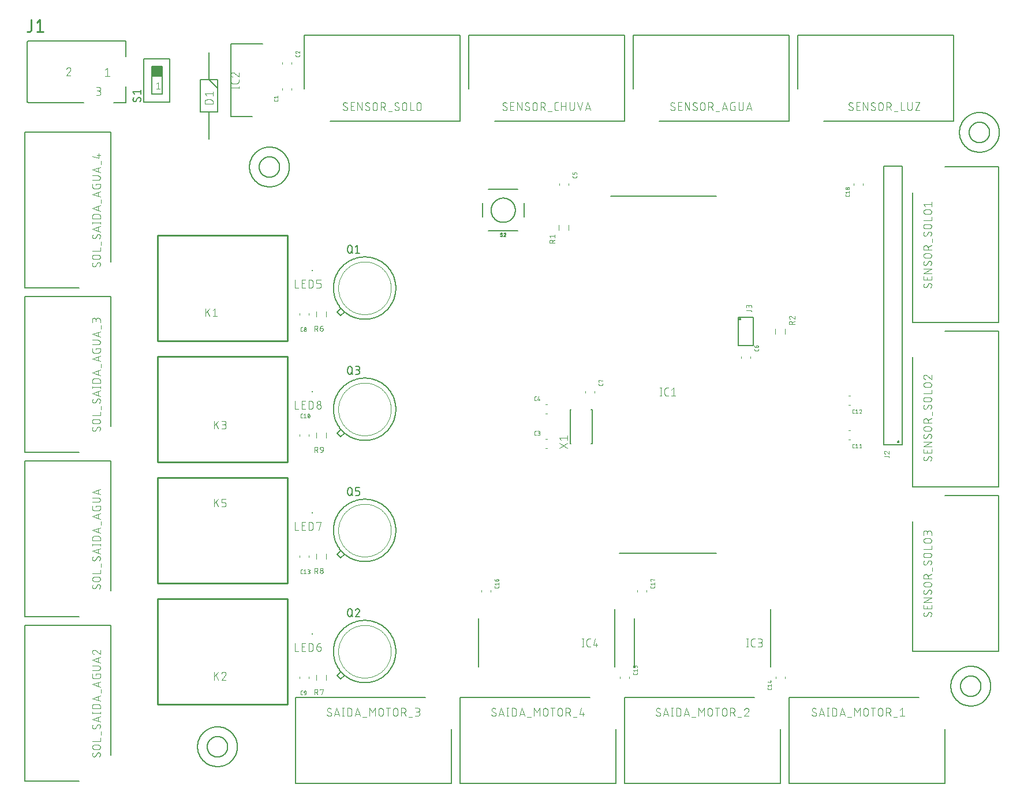
<source format=gbr>
G04 EAGLE Gerber RS-274X export*
G75*
%MOMM*%
%FSLAX34Y34*%
%LPD*%
%INSilkscreen Top*%
%IPPOS*%
%AMOC8*
5,1,8,0,0,1.08239X$1,22.5*%
G01*
%ADD10C,0.120000*%
%ADD11C,0.050800*%
%ADD12C,0.200000*%
%ADD13C,0.101600*%
%ADD14C,0.127000*%
%ADD15C,0.254000*%
%ADD16R,0.200000X0.200000*%
%ADD17C,0.152400*%
%ADD18C,0.076200*%
%ADD19R,1.524000X1.524000*%
%ADD20C,0.203200*%


D10*
X386900Y913050D02*
X386900Y915750D01*
X400500Y915750D02*
X400500Y913050D01*
D11*
X380746Y899358D02*
X380746Y898116D01*
X380744Y898046D01*
X380738Y897977D01*
X380728Y897908D01*
X380715Y897840D01*
X380697Y897772D01*
X380676Y897706D01*
X380651Y897641D01*
X380623Y897577D01*
X380591Y897515D01*
X380556Y897455D01*
X380517Y897397D01*
X380475Y897342D01*
X380430Y897288D01*
X380382Y897238D01*
X380332Y897190D01*
X380278Y897145D01*
X380223Y897103D01*
X380165Y897064D01*
X380105Y897029D01*
X380043Y896997D01*
X379979Y896969D01*
X379914Y896944D01*
X379848Y896923D01*
X379780Y896905D01*
X379712Y896892D01*
X379643Y896882D01*
X379574Y896876D01*
X379504Y896874D01*
X376400Y896874D01*
X376330Y896876D01*
X376261Y896882D01*
X376192Y896892D01*
X376124Y896905D01*
X376056Y896923D01*
X375990Y896944D01*
X375925Y896969D01*
X375861Y896997D01*
X375799Y897029D01*
X375739Y897064D01*
X375681Y897103D01*
X375626Y897145D01*
X375572Y897190D01*
X375522Y897238D01*
X375474Y897288D01*
X375429Y897342D01*
X375387Y897397D01*
X375348Y897455D01*
X375313Y897515D01*
X375281Y897577D01*
X375253Y897641D01*
X375228Y897706D01*
X375207Y897772D01*
X375189Y897840D01*
X375176Y897908D01*
X375166Y897977D01*
X375160Y898046D01*
X375158Y898116D01*
X375158Y899358D01*
X376400Y901462D02*
X375158Y903014D01*
X380746Y903014D01*
X380746Y901462D02*
X380746Y904567D01*
D10*
X412300Y407750D02*
X412300Y405050D01*
X425900Y405050D02*
X425900Y407750D01*
D11*
X416758Y432054D02*
X415516Y432054D01*
X415446Y432056D01*
X415377Y432062D01*
X415308Y432072D01*
X415240Y432085D01*
X415172Y432103D01*
X415106Y432124D01*
X415041Y432149D01*
X414977Y432177D01*
X414915Y432209D01*
X414855Y432244D01*
X414797Y432283D01*
X414742Y432325D01*
X414688Y432370D01*
X414638Y432418D01*
X414590Y432468D01*
X414545Y432522D01*
X414503Y432577D01*
X414464Y432635D01*
X414429Y432695D01*
X414397Y432757D01*
X414369Y432821D01*
X414344Y432886D01*
X414323Y432952D01*
X414305Y433020D01*
X414292Y433088D01*
X414282Y433157D01*
X414276Y433226D01*
X414274Y433296D01*
X414274Y436400D01*
X414276Y436470D01*
X414282Y436539D01*
X414292Y436608D01*
X414305Y436676D01*
X414323Y436744D01*
X414344Y436810D01*
X414369Y436875D01*
X414397Y436939D01*
X414429Y437001D01*
X414464Y437061D01*
X414503Y437119D01*
X414545Y437174D01*
X414590Y437228D01*
X414638Y437278D01*
X414688Y437326D01*
X414742Y437371D01*
X414797Y437413D01*
X414855Y437452D01*
X414915Y437487D01*
X414977Y437519D01*
X415041Y437547D01*
X415106Y437572D01*
X415172Y437593D01*
X415240Y437611D01*
X415308Y437624D01*
X415377Y437634D01*
X415446Y437640D01*
X415516Y437642D01*
X416758Y437642D01*
X418862Y436400D02*
X420414Y437642D01*
X420414Y432054D01*
X418862Y432054D02*
X421967Y432054D01*
X424349Y434848D02*
X424351Y434979D01*
X424356Y435109D01*
X424366Y435239D01*
X424379Y435369D01*
X424395Y435499D01*
X424415Y435628D01*
X424439Y435756D01*
X424467Y435883D01*
X424498Y436010D01*
X424533Y436136D01*
X424571Y436261D01*
X424613Y436385D01*
X424658Y436507D01*
X424707Y436628D01*
X424759Y436748D01*
X424815Y436866D01*
X424814Y436866D02*
X424837Y436926D01*
X424863Y436986D01*
X424892Y437043D01*
X424925Y437099D01*
X424961Y437153D01*
X424999Y437205D01*
X425041Y437255D01*
X425085Y437302D01*
X425132Y437347D01*
X425182Y437389D01*
X425233Y437428D01*
X425287Y437464D01*
X425343Y437497D01*
X425400Y437527D01*
X425459Y437554D01*
X425520Y437577D01*
X425581Y437597D01*
X425644Y437613D01*
X425708Y437626D01*
X425772Y437635D01*
X425836Y437640D01*
X425901Y437642D01*
X425966Y437640D01*
X426030Y437635D01*
X426094Y437626D01*
X426158Y437613D01*
X426221Y437597D01*
X426282Y437577D01*
X426343Y437554D01*
X426402Y437527D01*
X426459Y437497D01*
X426515Y437464D01*
X426569Y437428D01*
X426620Y437389D01*
X426670Y437347D01*
X426717Y437302D01*
X426761Y437255D01*
X426803Y437205D01*
X426841Y437153D01*
X426877Y437099D01*
X426910Y437043D01*
X426939Y436986D01*
X426965Y436926D01*
X426988Y436866D01*
X426987Y436866D02*
X427043Y436748D01*
X427095Y436628D01*
X427144Y436507D01*
X427189Y436385D01*
X427231Y436261D01*
X427269Y436136D01*
X427304Y436010D01*
X427335Y435884D01*
X427363Y435756D01*
X427387Y435628D01*
X427407Y435499D01*
X427423Y435369D01*
X427436Y435239D01*
X427446Y435109D01*
X427451Y434979D01*
X427453Y434848D01*
X424349Y434848D02*
X424351Y434717D01*
X424356Y434587D01*
X424366Y434457D01*
X424379Y434327D01*
X424395Y434197D01*
X424415Y434068D01*
X424439Y433940D01*
X424467Y433813D01*
X424498Y433686D01*
X424533Y433560D01*
X424571Y433435D01*
X424613Y433311D01*
X424658Y433189D01*
X424707Y433068D01*
X424759Y432948D01*
X424815Y432830D01*
X424814Y432830D02*
X424837Y432770D01*
X424863Y432710D01*
X424892Y432653D01*
X424925Y432597D01*
X424961Y432543D01*
X424999Y432491D01*
X425041Y432441D01*
X425085Y432394D01*
X425132Y432349D01*
X425182Y432307D01*
X425233Y432268D01*
X425287Y432232D01*
X425343Y432199D01*
X425400Y432169D01*
X425459Y432142D01*
X425520Y432119D01*
X425581Y432099D01*
X425644Y432083D01*
X425708Y432070D01*
X425772Y432061D01*
X425836Y432056D01*
X425901Y432054D01*
X426987Y432830D02*
X427043Y432948D01*
X427095Y433068D01*
X427144Y433189D01*
X427189Y433311D01*
X427231Y433435D01*
X427269Y433560D01*
X427304Y433686D01*
X427335Y433812D01*
X427363Y433940D01*
X427387Y434068D01*
X427407Y434197D01*
X427423Y434327D01*
X427436Y434457D01*
X427446Y434587D01*
X427451Y434717D01*
X427453Y434848D01*
X426988Y432830D02*
X426965Y432770D01*
X426939Y432710D01*
X426910Y432653D01*
X426877Y432597D01*
X426841Y432543D01*
X426803Y432491D01*
X426761Y432441D01*
X426717Y432394D01*
X426670Y432349D01*
X426620Y432307D01*
X426569Y432268D01*
X426515Y432232D01*
X426459Y432199D01*
X426402Y432169D01*
X426343Y432142D01*
X426282Y432119D01*
X426221Y432099D01*
X426158Y432083D01*
X426094Y432070D01*
X426030Y432061D01*
X425966Y432056D01*
X425901Y432054D01*
X424659Y433296D02*
X427143Y436400D01*
D10*
X1217850Y399600D02*
X1220550Y399600D01*
X1220550Y413200D02*
X1217850Y413200D01*
D11*
X1224789Y387858D02*
X1226031Y387858D01*
X1224789Y387858D02*
X1224719Y387860D01*
X1224650Y387866D01*
X1224581Y387876D01*
X1224513Y387889D01*
X1224445Y387907D01*
X1224379Y387928D01*
X1224314Y387953D01*
X1224250Y387981D01*
X1224188Y388013D01*
X1224128Y388048D01*
X1224070Y388087D01*
X1224015Y388129D01*
X1223961Y388174D01*
X1223911Y388222D01*
X1223863Y388272D01*
X1223818Y388326D01*
X1223776Y388381D01*
X1223737Y388439D01*
X1223702Y388499D01*
X1223670Y388561D01*
X1223642Y388625D01*
X1223617Y388690D01*
X1223596Y388756D01*
X1223578Y388824D01*
X1223565Y388892D01*
X1223555Y388961D01*
X1223549Y389030D01*
X1223547Y389100D01*
X1223547Y392204D01*
X1223549Y392274D01*
X1223555Y392343D01*
X1223565Y392412D01*
X1223578Y392480D01*
X1223596Y392548D01*
X1223617Y392614D01*
X1223642Y392679D01*
X1223670Y392743D01*
X1223702Y392805D01*
X1223737Y392865D01*
X1223776Y392923D01*
X1223818Y392978D01*
X1223863Y393032D01*
X1223911Y393082D01*
X1223961Y393130D01*
X1224015Y393175D01*
X1224070Y393217D01*
X1224128Y393256D01*
X1224188Y393291D01*
X1224250Y393323D01*
X1224314Y393351D01*
X1224379Y393376D01*
X1224445Y393397D01*
X1224513Y393415D01*
X1224581Y393428D01*
X1224650Y393438D01*
X1224719Y393444D01*
X1224789Y393446D01*
X1226031Y393446D01*
X1228135Y392204D02*
X1229687Y393446D01*
X1229687Y387858D01*
X1228135Y387858D02*
X1231240Y387858D01*
X1233622Y392204D02*
X1235174Y393446D01*
X1235174Y387858D01*
X1233622Y387858D02*
X1236726Y387858D01*
D10*
X1220550Y450400D02*
X1217850Y450400D01*
X1217850Y464000D02*
X1220550Y464000D01*
D11*
X1224789Y438658D02*
X1226031Y438658D01*
X1224789Y438658D02*
X1224719Y438660D01*
X1224650Y438666D01*
X1224581Y438676D01*
X1224513Y438689D01*
X1224445Y438707D01*
X1224379Y438728D01*
X1224314Y438753D01*
X1224250Y438781D01*
X1224188Y438813D01*
X1224128Y438848D01*
X1224070Y438887D01*
X1224015Y438929D01*
X1223961Y438974D01*
X1223911Y439022D01*
X1223863Y439072D01*
X1223818Y439126D01*
X1223776Y439181D01*
X1223737Y439239D01*
X1223702Y439299D01*
X1223670Y439361D01*
X1223642Y439425D01*
X1223617Y439490D01*
X1223596Y439556D01*
X1223578Y439624D01*
X1223565Y439692D01*
X1223555Y439761D01*
X1223549Y439830D01*
X1223547Y439900D01*
X1223547Y443004D01*
X1223549Y443074D01*
X1223555Y443143D01*
X1223565Y443212D01*
X1223578Y443280D01*
X1223596Y443348D01*
X1223617Y443414D01*
X1223642Y443479D01*
X1223670Y443543D01*
X1223702Y443605D01*
X1223737Y443665D01*
X1223776Y443723D01*
X1223818Y443778D01*
X1223863Y443832D01*
X1223911Y443882D01*
X1223961Y443930D01*
X1224015Y443975D01*
X1224070Y444017D01*
X1224128Y444056D01*
X1224188Y444091D01*
X1224250Y444123D01*
X1224314Y444151D01*
X1224379Y444176D01*
X1224445Y444197D01*
X1224513Y444215D01*
X1224581Y444228D01*
X1224650Y444238D01*
X1224719Y444244D01*
X1224789Y444246D01*
X1226031Y444246D01*
X1228135Y443004D02*
X1229687Y444246D01*
X1229687Y438658D01*
X1228135Y438658D02*
X1231240Y438658D01*
X1236726Y442849D02*
X1236724Y442922D01*
X1236718Y442995D01*
X1236709Y443068D01*
X1236695Y443139D01*
X1236678Y443211D01*
X1236658Y443281D01*
X1236633Y443350D01*
X1236605Y443417D01*
X1236574Y443483D01*
X1236539Y443548D01*
X1236501Y443610D01*
X1236459Y443670D01*
X1236415Y443728D01*
X1236367Y443784D01*
X1236317Y443837D01*
X1236264Y443887D01*
X1236208Y443935D01*
X1236150Y443979D01*
X1236090Y444021D01*
X1236028Y444059D01*
X1235963Y444094D01*
X1235897Y444125D01*
X1235830Y444153D01*
X1235761Y444178D01*
X1235691Y444198D01*
X1235619Y444215D01*
X1235548Y444229D01*
X1235475Y444238D01*
X1235402Y444244D01*
X1235329Y444246D01*
X1235245Y444244D01*
X1235162Y444238D01*
X1235079Y444229D01*
X1234997Y444215D01*
X1234915Y444198D01*
X1234834Y444176D01*
X1234754Y444151D01*
X1234676Y444123D01*
X1234598Y444091D01*
X1234523Y444055D01*
X1234449Y444016D01*
X1234377Y443973D01*
X1234307Y443927D01*
X1234240Y443878D01*
X1234174Y443825D01*
X1234112Y443770D01*
X1234052Y443712D01*
X1233994Y443651D01*
X1233940Y443588D01*
X1233888Y443522D01*
X1233840Y443454D01*
X1233795Y443383D01*
X1233753Y443311D01*
X1233715Y443236D01*
X1233680Y443160D01*
X1233649Y443083D01*
X1233621Y443004D01*
X1236260Y441763D02*
X1236314Y441816D01*
X1236365Y441873D01*
X1236413Y441932D01*
X1236458Y441993D01*
X1236499Y442056D01*
X1236538Y442122D01*
X1236573Y442189D01*
X1236605Y442258D01*
X1236633Y442329D01*
X1236657Y442400D01*
X1236678Y442473D01*
X1236695Y442547D01*
X1236709Y442622D01*
X1236718Y442697D01*
X1236724Y442773D01*
X1236726Y442849D01*
X1236260Y441762D02*
X1233622Y438658D01*
X1236726Y438658D01*
D10*
X412300Y229950D02*
X412300Y227250D01*
X425900Y227250D02*
X425900Y229950D01*
D11*
X416758Y203454D02*
X415516Y203454D01*
X415446Y203456D01*
X415377Y203462D01*
X415308Y203472D01*
X415240Y203485D01*
X415172Y203503D01*
X415106Y203524D01*
X415041Y203549D01*
X414977Y203577D01*
X414915Y203609D01*
X414855Y203644D01*
X414797Y203683D01*
X414742Y203725D01*
X414688Y203770D01*
X414638Y203818D01*
X414590Y203868D01*
X414545Y203922D01*
X414503Y203977D01*
X414464Y204035D01*
X414429Y204095D01*
X414397Y204157D01*
X414369Y204221D01*
X414344Y204286D01*
X414323Y204352D01*
X414305Y204420D01*
X414292Y204488D01*
X414282Y204557D01*
X414276Y204626D01*
X414274Y204696D01*
X414274Y207800D01*
X414276Y207870D01*
X414282Y207939D01*
X414292Y208008D01*
X414305Y208076D01*
X414323Y208144D01*
X414344Y208210D01*
X414369Y208275D01*
X414397Y208339D01*
X414429Y208401D01*
X414464Y208461D01*
X414503Y208519D01*
X414545Y208574D01*
X414590Y208628D01*
X414638Y208678D01*
X414688Y208726D01*
X414742Y208771D01*
X414797Y208813D01*
X414855Y208852D01*
X414915Y208887D01*
X414977Y208919D01*
X415041Y208947D01*
X415106Y208972D01*
X415172Y208993D01*
X415240Y209011D01*
X415308Y209024D01*
X415377Y209034D01*
X415446Y209040D01*
X415516Y209042D01*
X416758Y209042D01*
X418862Y207800D02*
X420414Y209042D01*
X420414Y203454D01*
X418862Y203454D02*
X421967Y203454D01*
X424349Y203454D02*
X425901Y203454D01*
X425978Y203456D01*
X426056Y203462D01*
X426132Y203471D01*
X426209Y203485D01*
X426284Y203502D01*
X426358Y203523D01*
X426432Y203548D01*
X426504Y203576D01*
X426574Y203608D01*
X426643Y203643D01*
X426710Y203682D01*
X426775Y203724D01*
X426838Y203769D01*
X426899Y203817D01*
X426957Y203868D01*
X427012Y203922D01*
X427065Y203979D01*
X427114Y204038D01*
X427161Y204100D01*
X427205Y204164D01*
X427245Y204230D01*
X427282Y204298D01*
X427316Y204368D01*
X427346Y204439D01*
X427372Y204512D01*
X427395Y204586D01*
X427414Y204661D01*
X427429Y204736D01*
X427441Y204813D01*
X427449Y204890D01*
X427453Y204967D01*
X427453Y205045D01*
X427449Y205122D01*
X427441Y205199D01*
X427429Y205276D01*
X427414Y205351D01*
X427395Y205426D01*
X427372Y205500D01*
X427346Y205573D01*
X427316Y205644D01*
X427282Y205714D01*
X427245Y205782D01*
X427205Y205848D01*
X427161Y205912D01*
X427114Y205974D01*
X427065Y206033D01*
X427012Y206090D01*
X426957Y206144D01*
X426899Y206195D01*
X426838Y206243D01*
X426775Y206288D01*
X426710Y206330D01*
X426643Y206369D01*
X426574Y206404D01*
X426504Y206436D01*
X426432Y206464D01*
X426358Y206489D01*
X426284Y206510D01*
X426209Y206527D01*
X426132Y206541D01*
X426056Y206550D01*
X425978Y206556D01*
X425901Y206558D01*
X426211Y209042D02*
X424349Y209042D01*
X426211Y209042D02*
X426281Y209040D01*
X426350Y209034D01*
X426419Y209024D01*
X426487Y209011D01*
X426555Y208993D01*
X426621Y208972D01*
X426686Y208947D01*
X426750Y208919D01*
X426812Y208887D01*
X426872Y208852D01*
X426930Y208813D01*
X426985Y208771D01*
X427039Y208726D01*
X427089Y208678D01*
X427137Y208628D01*
X427182Y208574D01*
X427224Y208519D01*
X427263Y208461D01*
X427298Y208401D01*
X427330Y208339D01*
X427358Y208275D01*
X427383Y208210D01*
X427404Y208144D01*
X427422Y208076D01*
X427435Y208008D01*
X427445Y207939D01*
X427451Y207870D01*
X427453Y207800D01*
X427451Y207730D01*
X427445Y207661D01*
X427435Y207592D01*
X427422Y207524D01*
X427404Y207456D01*
X427383Y207390D01*
X427358Y207325D01*
X427330Y207261D01*
X427298Y207199D01*
X427263Y207139D01*
X427224Y207081D01*
X427182Y207026D01*
X427137Y206972D01*
X427089Y206922D01*
X427039Y206874D01*
X426985Y206829D01*
X426930Y206787D01*
X426872Y206748D01*
X426812Y206713D01*
X426750Y206681D01*
X426686Y206653D01*
X426621Y206628D01*
X426555Y206607D01*
X426487Y206589D01*
X426419Y206576D01*
X426350Y206566D01*
X426281Y206560D01*
X426211Y206558D01*
X424969Y206558D01*
D10*
X1110800Y52150D02*
X1110800Y49450D01*
X1124400Y49450D02*
X1124400Y52150D01*
D11*
X1104646Y35758D02*
X1104646Y34516D01*
X1104644Y34446D01*
X1104638Y34377D01*
X1104628Y34308D01*
X1104615Y34240D01*
X1104597Y34172D01*
X1104576Y34106D01*
X1104551Y34041D01*
X1104523Y33977D01*
X1104491Y33915D01*
X1104456Y33855D01*
X1104417Y33797D01*
X1104375Y33742D01*
X1104330Y33688D01*
X1104282Y33638D01*
X1104232Y33590D01*
X1104178Y33545D01*
X1104123Y33503D01*
X1104065Y33464D01*
X1104005Y33429D01*
X1103943Y33397D01*
X1103879Y33369D01*
X1103814Y33344D01*
X1103748Y33323D01*
X1103680Y33305D01*
X1103612Y33292D01*
X1103543Y33282D01*
X1103474Y33276D01*
X1103404Y33274D01*
X1100300Y33274D01*
X1100230Y33276D01*
X1100161Y33282D01*
X1100092Y33292D01*
X1100024Y33305D01*
X1099956Y33323D01*
X1099890Y33344D01*
X1099825Y33369D01*
X1099761Y33397D01*
X1099699Y33429D01*
X1099639Y33464D01*
X1099581Y33503D01*
X1099526Y33545D01*
X1099472Y33590D01*
X1099422Y33638D01*
X1099374Y33688D01*
X1099329Y33742D01*
X1099287Y33797D01*
X1099248Y33855D01*
X1099213Y33915D01*
X1099181Y33977D01*
X1099153Y34041D01*
X1099128Y34106D01*
X1099107Y34172D01*
X1099089Y34240D01*
X1099076Y34308D01*
X1099066Y34377D01*
X1099060Y34446D01*
X1099058Y34516D01*
X1099058Y35758D01*
X1100300Y37862D02*
X1099058Y39414D01*
X1104646Y39414D01*
X1104646Y37862D02*
X1104646Y40967D01*
X1103404Y43349D02*
X1099058Y44590D01*
X1103404Y43349D02*
X1103404Y46453D01*
X1102162Y45522D02*
X1104646Y45522D01*
D10*
X895800Y49450D02*
X895800Y52150D01*
X882200Y52150D02*
X882200Y49450D01*
D11*
X907542Y56389D02*
X907542Y57631D01*
X907542Y56389D02*
X907540Y56319D01*
X907534Y56250D01*
X907524Y56181D01*
X907511Y56113D01*
X907493Y56045D01*
X907472Y55979D01*
X907447Y55914D01*
X907419Y55850D01*
X907387Y55788D01*
X907352Y55728D01*
X907313Y55670D01*
X907271Y55615D01*
X907226Y55561D01*
X907178Y55511D01*
X907128Y55463D01*
X907074Y55418D01*
X907019Y55376D01*
X906961Y55337D01*
X906901Y55302D01*
X906839Y55270D01*
X906775Y55242D01*
X906710Y55217D01*
X906644Y55196D01*
X906576Y55178D01*
X906508Y55165D01*
X906439Y55155D01*
X906370Y55149D01*
X906300Y55147D01*
X903196Y55147D01*
X903126Y55149D01*
X903057Y55155D01*
X902988Y55165D01*
X902920Y55178D01*
X902852Y55196D01*
X902786Y55217D01*
X902721Y55242D01*
X902657Y55270D01*
X902595Y55302D01*
X902535Y55337D01*
X902477Y55376D01*
X902422Y55418D01*
X902368Y55463D01*
X902318Y55511D01*
X902270Y55561D01*
X902225Y55615D01*
X902183Y55670D01*
X902144Y55728D01*
X902109Y55788D01*
X902077Y55850D01*
X902049Y55914D01*
X902024Y55979D01*
X902003Y56045D01*
X901985Y56113D01*
X901972Y56181D01*
X901962Y56250D01*
X901956Y56319D01*
X901954Y56389D01*
X901954Y57631D01*
X903196Y59735D02*
X901954Y61287D01*
X907542Y61287D01*
X907542Y59735D02*
X907542Y62840D01*
X907542Y65222D02*
X907542Y67084D01*
X907540Y67154D01*
X907534Y67223D01*
X907524Y67292D01*
X907511Y67360D01*
X907493Y67428D01*
X907472Y67494D01*
X907447Y67559D01*
X907419Y67623D01*
X907387Y67685D01*
X907352Y67745D01*
X907313Y67803D01*
X907271Y67858D01*
X907226Y67912D01*
X907178Y67962D01*
X907128Y68010D01*
X907074Y68055D01*
X907019Y68097D01*
X906961Y68136D01*
X906901Y68171D01*
X906839Y68203D01*
X906775Y68231D01*
X906710Y68256D01*
X906644Y68277D01*
X906576Y68295D01*
X906508Y68308D01*
X906439Y68318D01*
X906370Y68324D01*
X906300Y68326D01*
X905679Y68326D01*
X905609Y68324D01*
X905540Y68318D01*
X905471Y68308D01*
X905403Y68295D01*
X905335Y68277D01*
X905269Y68256D01*
X905204Y68231D01*
X905140Y68203D01*
X905078Y68171D01*
X905018Y68136D01*
X904960Y68097D01*
X904905Y68055D01*
X904851Y68010D01*
X904801Y67962D01*
X904753Y67912D01*
X904708Y67858D01*
X904666Y67803D01*
X904627Y67745D01*
X904592Y67685D01*
X904560Y67623D01*
X904532Y67559D01*
X904507Y67494D01*
X904486Y67428D01*
X904468Y67360D01*
X904455Y67292D01*
X904445Y67223D01*
X904439Y67154D01*
X904437Y67084D01*
X904438Y67084D02*
X904438Y65222D01*
X901954Y65222D01*
X901954Y68326D01*
D10*
X692600Y176450D02*
X692600Y179150D01*
X679000Y179150D02*
X679000Y176450D01*
D11*
X704342Y183389D02*
X704342Y184631D01*
X704342Y183389D02*
X704340Y183319D01*
X704334Y183250D01*
X704324Y183181D01*
X704311Y183113D01*
X704293Y183045D01*
X704272Y182979D01*
X704247Y182914D01*
X704219Y182850D01*
X704187Y182788D01*
X704152Y182728D01*
X704113Y182670D01*
X704071Y182615D01*
X704026Y182561D01*
X703978Y182511D01*
X703928Y182463D01*
X703874Y182418D01*
X703819Y182376D01*
X703761Y182337D01*
X703701Y182302D01*
X703639Y182270D01*
X703575Y182242D01*
X703510Y182217D01*
X703444Y182196D01*
X703376Y182178D01*
X703308Y182165D01*
X703239Y182155D01*
X703170Y182149D01*
X703100Y182147D01*
X699996Y182147D01*
X699926Y182149D01*
X699857Y182155D01*
X699788Y182165D01*
X699720Y182178D01*
X699652Y182196D01*
X699586Y182217D01*
X699521Y182242D01*
X699457Y182270D01*
X699395Y182302D01*
X699335Y182337D01*
X699277Y182376D01*
X699222Y182418D01*
X699168Y182463D01*
X699118Y182511D01*
X699070Y182561D01*
X699025Y182615D01*
X698983Y182670D01*
X698944Y182728D01*
X698909Y182788D01*
X698877Y182850D01*
X698849Y182914D01*
X698824Y182979D01*
X698803Y183045D01*
X698785Y183113D01*
X698772Y183181D01*
X698762Y183250D01*
X698756Y183319D01*
X698754Y183389D01*
X698754Y184631D01*
X699996Y186735D02*
X698754Y188287D01*
X704342Y188287D01*
X704342Y186735D02*
X704342Y189840D01*
X701238Y192222D02*
X701238Y194084D01*
X701237Y194084D02*
X701239Y194154D01*
X701245Y194223D01*
X701255Y194292D01*
X701268Y194360D01*
X701286Y194428D01*
X701307Y194494D01*
X701332Y194559D01*
X701360Y194623D01*
X701392Y194685D01*
X701427Y194745D01*
X701466Y194803D01*
X701508Y194858D01*
X701553Y194912D01*
X701601Y194962D01*
X701651Y195010D01*
X701705Y195055D01*
X701760Y195097D01*
X701818Y195136D01*
X701878Y195171D01*
X701940Y195203D01*
X702004Y195231D01*
X702069Y195256D01*
X702135Y195277D01*
X702203Y195295D01*
X702271Y195308D01*
X702340Y195318D01*
X702409Y195324D01*
X702479Y195326D01*
X702790Y195326D01*
X702867Y195324D01*
X702945Y195318D01*
X703021Y195309D01*
X703098Y195295D01*
X703173Y195278D01*
X703247Y195257D01*
X703321Y195232D01*
X703393Y195204D01*
X703463Y195172D01*
X703532Y195137D01*
X703599Y195098D01*
X703664Y195056D01*
X703727Y195011D01*
X703788Y194963D01*
X703846Y194912D01*
X703901Y194858D01*
X703954Y194801D01*
X704003Y194742D01*
X704050Y194680D01*
X704094Y194616D01*
X704134Y194550D01*
X704171Y194482D01*
X704205Y194412D01*
X704235Y194341D01*
X704261Y194268D01*
X704284Y194194D01*
X704303Y194119D01*
X704318Y194044D01*
X704330Y193967D01*
X704338Y193890D01*
X704342Y193813D01*
X704342Y193735D01*
X704338Y193658D01*
X704330Y193581D01*
X704318Y193504D01*
X704303Y193429D01*
X704284Y193354D01*
X704261Y193280D01*
X704235Y193207D01*
X704205Y193136D01*
X704171Y193066D01*
X704134Y192998D01*
X704094Y192932D01*
X704050Y192868D01*
X704003Y192806D01*
X703954Y192747D01*
X703901Y192690D01*
X703846Y192636D01*
X703788Y192585D01*
X703727Y192537D01*
X703664Y192492D01*
X703599Y192450D01*
X703532Y192411D01*
X703463Y192376D01*
X703393Y192344D01*
X703321Y192316D01*
X703247Y192291D01*
X703173Y192270D01*
X703098Y192253D01*
X703021Y192239D01*
X702945Y192230D01*
X702867Y192224D01*
X702790Y192222D01*
X701238Y192222D01*
X701238Y192221D02*
X701140Y192223D01*
X701043Y192229D01*
X700946Y192238D01*
X700849Y192252D01*
X700753Y192269D01*
X700658Y192290D01*
X700564Y192314D01*
X700470Y192343D01*
X700378Y192375D01*
X700287Y192410D01*
X700198Y192449D01*
X700110Y192492D01*
X700024Y192538D01*
X699940Y192587D01*
X699858Y192640D01*
X699778Y192695D01*
X699700Y192754D01*
X699625Y192816D01*
X699552Y192881D01*
X699482Y192949D01*
X699414Y193019D01*
X699349Y193092D01*
X699287Y193167D01*
X699228Y193245D01*
X699173Y193325D01*
X699120Y193407D01*
X699071Y193491D01*
X699025Y193577D01*
X698982Y193665D01*
X698943Y193754D01*
X698908Y193845D01*
X698876Y193937D01*
X698847Y194031D01*
X698823Y194125D01*
X698802Y194220D01*
X698785Y194316D01*
X698771Y194413D01*
X698762Y194510D01*
X698756Y194607D01*
X698754Y194705D01*
D10*
X921200Y179150D02*
X921200Y176450D01*
X907600Y176450D02*
X907600Y179150D01*
D11*
X932942Y183389D02*
X932942Y184631D01*
X932942Y183389D02*
X932940Y183319D01*
X932934Y183250D01*
X932924Y183181D01*
X932911Y183113D01*
X932893Y183045D01*
X932872Y182979D01*
X932847Y182914D01*
X932819Y182850D01*
X932787Y182788D01*
X932752Y182728D01*
X932713Y182670D01*
X932671Y182615D01*
X932626Y182561D01*
X932578Y182511D01*
X932528Y182463D01*
X932474Y182418D01*
X932419Y182376D01*
X932361Y182337D01*
X932301Y182302D01*
X932239Y182270D01*
X932175Y182242D01*
X932110Y182217D01*
X932044Y182196D01*
X931976Y182178D01*
X931908Y182165D01*
X931839Y182155D01*
X931770Y182149D01*
X931700Y182147D01*
X928596Y182147D01*
X928526Y182149D01*
X928457Y182155D01*
X928388Y182165D01*
X928320Y182178D01*
X928252Y182196D01*
X928186Y182217D01*
X928121Y182242D01*
X928057Y182270D01*
X927995Y182302D01*
X927935Y182337D01*
X927877Y182376D01*
X927822Y182418D01*
X927768Y182463D01*
X927718Y182511D01*
X927670Y182561D01*
X927625Y182615D01*
X927583Y182670D01*
X927544Y182728D01*
X927509Y182788D01*
X927477Y182850D01*
X927449Y182914D01*
X927424Y182979D01*
X927403Y183045D01*
X927385Y183113D01*
X927372Y183181D01*
X927362Y183250D01*
X927356Y183319D01*
X927354Y183389D01*
X927354Y184631D01*
X928596Y186735D02*
X927354Y188287D01*
X932942Y188287D01*
X932942Y186735D02*
X932942Y189840D01*
X927975Y192222D02*
X927354Y192222D01*
X927354Y195326D01*
X932942Y193774D01*
D10*
X1225100Y773350D02*
X1225100Y776050D01*
X1238700Y776050D02*
X1238700Y773350D01*
D11*
X1218946Y759658D02*
X1218946Y758416D01*
X1218944Y758346D01*
X1218938Y758277D01*
X1218928Y758208D01*
X1218915Y758140D01*
X1218897Y758072D01*
X1218876Y758006D01*
X1218851Y757941D01*
X1218823Y757877D01*
X1218791Y757815D01*
X1218756Y757755D01*
X1218717Y757697D01*
X1218675Y757642D01*
X1218630Y757588D01*
X1218582Y757538D01*
X1218532Y757490D01*
X1218478Y757445D01*
X1218423Y757403D01*
X1218365Y757364D01*
X1218305Y757329D01*
X1218243Y757297D01*
X1218179Y757269D01*
X1218114Y757244D01*
X1218048Y757223D01*
X1217980Y757205D01*
X1217912Y757192D01*
X1217843Y757182D01*
X1217774Y757176D01*
X1217704Y757174D01*
X1214600Y757174D01*
X1214530Y757176D01*
X1214461Y757182D01*
X1214392Y757192D01*
X1214324Y757205D01*
X1214256Y757223D01*
X1214190Y757244D01*
X1214125Y757269D01*
X1214061Y757297D01*
X1213999Y757329D01*
X1213939Y757364D01*
X1213881Y757403D01*
X1213826Y757445D01*
X1213772Y757490D01*
X1213722Y757538D01*
X1213674Y757588D01*
X1213629Y757642D01*
X1213587Y757697D01*
X1213548Y757755D01*
X1213513Y757815D01*
X1213481Y757877D01*
X1213453Y757941D01*
X1213428Y758006D01*
X1213407Y758072D01*
X1213389Y758140D01*
X1213376Y758208D01*
X1213366Y758277D01*
X1213360Y758346D01*
X1213358Y758416D01*
X1213358Y759658D01*
X1214600Y761762D02*
X1213358Y763314D01*
X1218946Y763314D01*
X1218946Y761762D02*
X1218946Y764867D01*
X1217394Y767249D02*
X1217317Y767251D01*
X1217239Y767257D01*
X1217163Y767266D01*
X1217086Y767280D01*
X1217011Y767297D01*
X1216937Y767318D01*
X1216863Y767343D01*
X1216791Y767371D01*
X1216721Y767403D01*
X1216652Y767438D01*
X1216585Y767477D01*
X1216520Y767519D01*
X1216457Y767564D01*
X1216396Y767612D01*
X1216338Y767663D01*
X1216283Y767717D01*
X1216230Y767774D01*
X1216181Y767833D01*
X1216134Y767895D01*
X1216090Y767959D01*
X1216050Y768025D01*
X1216013Y768093D01*
X1215979Y768163D01*
X1215949Y768234D01*
X1215923Y768307D01*
X1215900Y768381D01*
X1215881Y768456D01*
X1215866Y768531D01*
X1215854Y768608D01*
X1215846Y768685D01*
X1215842Y768762D01*
X1215842Y768840D01*
X1215846Y768917D01*
X1215854Y768994D01*
X1215866Y769071D01*
X1215881Y769146D01*
X1215900Y769221D01*
X1215923Y769295D01*
X1215949Y769368D01*
X1215979Y769439D01*
X1216013Y769509D01*
X1216050Y769577D01*
X1216090Y769643D01*
X1216134Y769707D01*
X1216181Y769769D01*
X1216230Y769828D01*
X1216283Y769885D01*
X1216338Y769939D01*
X1216396Y769990D01*
X1216457Y770038D01*
X1216520Y770083D01*
X1216585Y770125D01*
X1216652Y770164D01*
X1216721Y770199D01*
X1216791Y770231D01*
X1216863Y770259D01*
X1216937Y770284D01*
X1217011Y770305D01*
X1217086Y770322D01*
X1217163Y770336D01*
X1217239Y770345D01*
X1217317Y770351D01*
X1217394Y770353D01*
X1217471Y770351D01*
X1217549Y770345D01*
X1217625Y770336D01*
X1217702Y770322D01*
X1217777Y770305D01*
X1217851Y770284D01*
X1217925Y770259D01*
X1217997Y770231D01*
X1218067Y770199D01*
X1218136Y770164D01*
X1218203Y770125D01*
X1218268Y770083D01*
X1218331Y770038D01*
X1218392Y769990D01*
X1218450Y769939D01*
X1218505Y769885D01*
X1218558Y769828D01*
X1218607Y769769D01*
X1218654Y769707D01*
X1218698Y769643D01*
X1218738Y769577D01*
X1218775Y769509D01*
X1218809Y769439D01*
X1218839Y769368D01*
X1218865Y769295D01*
X1218888Y769221D01*
X1218907Y769146D01*
X1218922Y769071D01*
X1218934Y768994D01*
X1218942Y768917D01*
X1218946Y768840D01*
X1218946Y768762D01*
X1218942Y768685D01*
X1218934Y768608D01*
X1218922Y768531D01*
X1218907Y768456D01*
X1218888Y768381D01*
X1218865Y768307D01*
X1218839Y768234D01*
X1218809Y768163D01*
X1218775Y768093D01*
X1218738Y768025D01*
X1218698Y767959D01*
X1218654Y767895D01*
X1218607Y767833D01*
X1218558Y767774D01*
X1218505Y767717D01*
X1218450Y767663D01*
X1218392Y767612D01*
X1218331Y767564D01*
X1218268Y767519D01*
X1218203Y767477D01*
X1218136Y767438D01*
X1218067Y767403D01*
X1217997Y767371D01*
X1217925Y767343D01*
X1217851Y767318D01*
X1217777Y767297D01*
X1217702Y767280D01*
X1217625Y767266D01*
X1217549Y767257D01*
X1217471Y767251D01*
X1217394Y767249D01*
X1214600Y767559D02*
X1214530Y767561D01*
X1214461Y767567D01*
X1214392Y767577D01*
X1214324Y767590D01*
X1214256Y767608D01*
X1214190Y767629D01*
X1214125Y767654D01*
X1214061Y767682D01*
X1213999Y767714D01*
X1213939Y767749D01*
X1213881Y767788D01*
X1213826Y767830D01*
X1213772Y767875D01*
X1213722Y767923D01*
X1213674Y767973D01*
X1213629Y768027D01*
X1213587Y768082D01*
X1213548Y768140D01*
X1213513Y768200D01*
X1213481Y768262D01*
X1213453Y768326D01*
X1213428Y768391D01*
X1213407Y768457D01*
X1213389Y768525D01*
X1213376Y768593D01*
X1213366Y768662D01*
X1213360Y768731D01*
X1213358Y768801D01*
X1213360Y768871D01*
X1213366Y768940D01*
X1213376Y769009D01*
X1213389Y769077D01*
X1213407Y769145D01*
X1213428Y769211D01*
X1213453Y769276D01*
X1213481Y769340D01*
X1213513Y769402D01*
X1213548Y769462D01*
X1213587Y769520D01*
X1213629Y769575D01*
X1213674Y769629D01*
X1213722Y769679D01*
X1213772Y769727D01*
X1213826Y769772D01*
X1213881Y769814D01*
X1213939Y769853D01*
X1213999Y769888D01*
X1214061Y769920D01*
X1214125Y769948D01*
X1214190Y769973D01*
X1214256Y769994D01*
X1214324Y770012D01*
X1214392Y770025D01*
X1214461Y770035D01*
X1214530Y770041D01*
X1214600Y770043D01*
X1214670Y770041D01*
X1214739Y770035D01*
X1214808Y770025D01*
X1214876Y770012D01*
X1214944Y769994D01*
X1215010Y769973D01*
X1215075Y769948D01*
X1215139Y769920D01*
X1215201Y769888D01*
X1215261Y769853D01*
X1215319Y769814D01*
X1215374Y769772D01*
X1215428Y769727D01*
X1215478Y769679D01*
X1215526Y769629D01*
X1215571Y769575D01*
X1215613Y769520D01*
X1215652Y769462D01*
X1215687Y769402D01*
X1215719Y769340D01*
X1215747Y769276D01*
X1215772Y769211D01*
X1215793Y769145D01*
X1215811Y769077D01*
X1215824Y769009D01*
X1215834Y768940D01*
X1215840Y768871D01*
X1215842Y768801D01*
X1215840Y768731D01*
X1215834Y768662D01*
X1215824Y768593D01*
X1215811Y768525D01*
X1215793Y768457D01*
X1215772Y768391D01*
X1215747Y768326D01*
X1215719Y768262D01*
X1215687Y768200D01*
X1215652Y768140D01*
X1215613Y768082D01*
X1215571Y768027D01*
X1215526Y767973D01*
X1215478Y767923D01*
X1215428Y767875D01*
X1215374Y767830D01*
X1215319Y767788D01*
X1215261Y767749D01*
X1215201Y767714D01*
X1215139Y767682D01*
X1215075Y767654D01*
X1215010Y767629D01*
X1214944Y767608D01*
X1214876Y767590D01*
X1214808Y767577D01*
X1214739Y767567D01*
X1214670Y767561D01*
X1214600Y767559D01*
D10*
X400500Y951150D02*
X400500Y953850D01*
X386900Y953850D02*
X386900Y951150D01*
D11*
X412242Y963575D02*
X412242Y964817D01*
X412242Y963575D02*
X412240Y963505D01*
X412234Y963436D01*
X412224Y963367D01*
X412211Y963299D01*
X412193Y963231D01*
X412172Y963165D01*
X412147Y963100D01*
X412119Y963036D01*
X412087Y962974D01*
X412052Y962914D01*
X412013Y962856D01*
X411971Y962801D01*
X411926Y962747D01*
X411878Y962697D01*
X411828Y962649D01*
X411774Y962604D01*
X411719Y962562D01*
X411661Y962523D01*
X411601Y962488D01*
X411539Y962456D01*
X411475Y962428D01*
X411410Y962403D01*
X411344Y962382D01*
X411276Y962364D01*
X411208Y962351D01*
X411139Y962341D01*
X411070Y962335D01*
X411000Y962333D01*
X407896Y962333D01*
X407826Y962335D01*
X407757Y962341D01*
X407688Y962351D01*
X407620Y962364D01*
X407552Y962382D01*
X407486Y962403D01*
X407421Y962428D01*
X407357Y962456D01*
X407295Y962488D01*
X407235Y962523D01*
X407177Y962562D01*
X407122Y962604D01*
X407068Y962649D01*
X407018Y962697D01*
X406970Y962747D01*
X406925Y962801D01*
X406883Y962856D01*
X406844Y962914D01*
X406809Y962974D01*
X406777Y963036D01*
X406749Y963100D01*
X406724Y963165D01*
X406703Y963231D01*
X406685Y963299D01*
X406672Y963367D01*
X406662Y963436D01*
X406656Y963505D01*
X406654Y963575D01*
X406654Y964817D01*
X406654Y968629D02*
X406656Y968702D01*
X406662Y968775D01*
X406671Y968848D01*
X406685Y968919D01*
X406702Y968991D01*
X406722Y969061D01*
X406747Y969130D01*
X406775Y969197D01*
X406806Y969263D01*
X406841Y969328D01*
X406879Y969390D01*
X406921Y969450D01*
X406965Y969508D01*
X407013Y969564D01*
X407063Y969617D01*
X407116Y969667D01*
X407172Y969715D01*
X407230Y969759D01*
X407290Y969801D01*
X407353Y969839D01*
X407417Y969874D01*
X407483Y969905D01*
X407550Y969933D01*
X407619Y969958D01*
X407689Y969978D01*
X407761Y969995D01*
X407832Y970009D01*
X407905Y970018D01*
X407978Y970024D01*
X408051Y970026D01*
X406654Y968629D02*
X406656Y968545D01*
X406662Y968462D01*
X406671Y968379D01*
X406685Y968296D01*
X406702Y968215D01*
X406724Y968134D01*
X406749Y968054D01*
X406777Y967976D01*
X406809Y967898D01*
X406845Y967823D01*
X406884Y967749D01*
X406927Y967677D01*
X406973Y967607D01*
X407022Y967540D01*
X407075Y967474D01*
X407130Y967412D01*
X407188Y967352D01*
X407249Y967294D01*
X407312Y967240D01*
X407378Y967188D01*
X407446Y967140D01*
X407517Y967095D01*
X407589Y967053D01*
X407664Y967015D01*
X407740Y966980D01*
X407817Y966949D01*
X407896Y966921D01*
X409137Y969560D02*
X409084Y969614D01*
X409027Y969665D01*
X408968Y969713D01*
X408907Y969758D01*
X408844Y969799D01*
X408778Y969838D01*
X408711Y969873D01*
X408642Y969905D01*
X408571Y969933D01*
X408500Y969957D01*
X408427Y969978D01*
X408353Y969995D01*
X408278Y970009D01*
X408203Y970018D01*
X408127Y970024D01*
X408051Y970026D01*
X409138Y969560D02*
X412242Y966922D01*
X412242Y970026D01*
D10*
X773350Y400500D02*
X776050Y400500D01*
X776050Y386900D02*
X773350Y386900D01*
D11*
X759658Y406654D02*
X758416Y406654D01*
X758346Y406656D01*
X758277Y406662D01*
X758208Y406672D01*
X758140Y406685D01*
X758072Y406703D01*
X758006Y406724D01*
X757941Y406749D01*
X757877Y406777D01*
X757815Y406809D01*
X757755Y406844D01*
X757697Y406883D01*
X757642Y406925D01*
X757588Y406970D01*
X757538Y407018D01*
X757490Y407068D01*
X757445Y407122D01*
X757403Y407177D01*
X757364Y407235D01*
X757329Y407295D01*
X757297Y407357D01*
X757269Y407421D01*
X757244Y407486D01*
X757223Y407552D01*
X757205Y407620D01*
X757192Y407688D01*
X757182Y407757D01*
X757176Y407826D01*
X757174Y407896D01*
X757174Y411000D01*
X757176Y411070D01*
X757182Y411139D01*
X757192Y411208D01*
X757205Y411276D01*
X757223Y411344D01*
X757244Y411410D01*
X757269Y411475D01*
X757297Y411539D01*
X757329Y411601D01*
X757364Y411661D01*
X757403Y411719D01*
X757445Y411774D01*
X757490Y411828D01*
X757538Y411878D01*
X757588Y411926D01*
X757642Y411971D01*
X757697Y412013D01*
X757755Y412052D01*
X757815Y412087D01*
X757877Y412119D01*
X757941Y412147D01*
X758006Y412172D01*
X758072Y412193D01*
X758140Y412211D01*
X758208Y412224D01*
X758277Y412234D01*
X758346Y412240D01*
X758416Y412242D01*
X759658Y412242D01*
X761762Y406654D02*
X763314Y406654D01*
X763391Y406656D01*
X763469Y406662D01*
X763545Y406671D01*
X763622Y406685D01*
X763697Y406702D01*
X763771Y406723D01*
X763845Y406748D01*
X763917Y406776D01*
X763987Y406808D01*
X764056Y406843D01*
X764123Y406882D01*
X764188Y406924D01*
X764251Y406969D01*
X764312Y407017D01*
X764370Y407068D01*
X764425Y407122D01*
X764478Y407179D01*
X764527Y407238D01*
X764574Y407300D01*
X764618Y407364D01*
X764658Y407430D01*
X764695Y407498D01*
X764729Y407568D01*
X764759Y407639D01*
X764785Y407712D01*
X764808Y407786D01*
X764827Y407861D01*
X764842Y407936D01*
X764854Y408013D01*
X764862Y408090D01*
X764866Y408167D01*
X764866Y408245D01*
X764862Y408322D01*
X764854Y408399D01*
X764842Y408476D01*
X764827Y408551D01*
X764808Y408626D01*
X764785Y408700D01*
X764759Y408773D01*
X764729Y408844D01*
X764695Y408914D01*
X764658Y408982D01*
X764618Y409048D01*
X764574Y409112D01*
X764527Y409174D01*
X764478Y409233D01*
X764425Y409290D01*
X764370Y409344D01*
X764312Y409395D01*
X764251Y409443D01*
X764188Y409488D01*
X764123Y409530D01*
X764056Y409569D01*
X763987Y409604D01*
X763917Y409636D01*
X763845Y409664D01*
X763771Y409689D01*
X763697Y409710D01*
X763622Y409727D01*
X763545Y409741D01*
X763469Y409750D01*
X763391Y409756D01*
X763314Y409758D01*
X763625Y412242D02*
X761762Y412242D01*
X763625Y412242D02*
X763695Y412240D01*
X763764Y412234D01*
X763833Y412224D01*
X763901Y412211D01*
X763969Y412193D01*
X764035Y412172D01*
X764100Y412147D01*
X764164Y412119D01*
X764226Y412087D01*
X764286Y412052D01*
X764344Y412013D01*
X764399Y411971D01*
X764453Y411926D01*
X764503Y411878D01*
X764551Y411828D01*
X764596Y411774D01*
X764638Y411719D01*
X764677Y411661D01*
X764712Y411601D01*
X764744Y411539D01*
X764772Y411475D01*
X764797Y411410D01*
X764818Y411344D01*
X764836Y411276D01*
X764849Y411208D01*
X764859Y411139D01*
X764865Y411070D01*
X764867Y411000D01*
X764865Y410930D01*
X764859Y410861D01*
X764849Y410792D01*
X764836Y410724D01*
X764818Y410656D01*
X764797Y410590D01*
X764772Y410525D01*
X764744Y410461D01*
X764712Y410399D01*
X764677Y410339D01*
X764638Y410281D01*
X764596Y410226D01*
X764551Y410172D01*
X764503Y410122D01*
X764453Y410074D01*
X764399Y410029D01*
X764344Y409987D01*
X764286Y409948D01*
X764226Y409913D01*
X764164Y409881D01*
X764100Y409853D01*
X764035Y409828D01*
X763969Y409807D01*
X763901Y409789D01*
X763833Y409776D01*
X763764Y409766D01*
X763695Y409760D01*
X763625Y409758D01*
X762383Y409758D01*
D10*
X773350Y451300D02*
X776050Y451300D01*
X776050Y437700D02*
X773350Y437700D01*
D11*
X759658Y457454D02*
X758416Y457454D01*
X758346Y457456D01*
X758277Y457462D01*
X758208Y457472D01*
X758140Y457485D01*
X758072Y457503D01*
X758006Y457524D01*
X757941Y457549D01*
X757877Y457577D01*
X757815Y457609D01*
X757755Y457644D01*
X757697Y457683D01*
X757642Y457725D01*
X757588Y457770D01*
X757538Y457818D01*
X757490Y457868D01*
X757445Y457922D01*
X757403Y457977D01*
X757364Y458035D01*
X757329Y458095D01*
X757297Y458157D01*
X757269Y458221D01*
X757244Y458286D01*
X757223Y458352D01*
X757205Y458420D01*
X757192Y458488D01*
X757182Y458557D01*
X757176Y458626D01*
X757174Y458696D01*
X757174Y461800D01*
X757176Y461870D01*
X757182Y461939D01*
X757192Y462008D01*
X757205Y462076D01*
X757223Y462144D01*
X757244Y462210D01*
X757269Y462275D01*
X757297Y462339D01*
X757329Y462401D01*
X757364Y462461D01*
X757403Y462519D01*
X757445Y462574D01*
X757490Y462628D01*
X757538Y462678D01*
X757588Y462726D01*
X757642Y462771D01*
X757697Y462813D01*
X757755Y462852D01*
X757815Y462887D01*
X757877Y462919D01*
X757941Y462947D01*
X758006Y462972D01*
X758072Y462993D01*
X758140Y463011D01*
X758208Y463024D01*
X758277Y463034D01*
X758346Y463040D01*
X758416Y463042D01*
X759658Y463042D01*
X763004Y463042D02*
X761762Y458696D01*
X764867Y458696D01*
X763935Y459938D02*
X763935Y457454D01*
D10*
X806900Y773350D02*
X806900Y776050D01*
X793300Y776050D02*
X793300Y773350D01*
D11*
X818642Y785775D02*
X818642Y787017D01*
X818642Y785775D02*
X818640Y785705D01*
X818634Y785636D01*
X818624Y785567D01*
X818611Y785499D01*
X818593Y785431D01*
X818572Y785365D01*
X818547Y785300D01*
X818519Y785236D01*
X818487Y785174D01*
X818452Y785114D01*
X818413Y785056D01*
X818371Y785001D01*
X818326Y784947D01*
X818278Y784897D01*
X818228Y784849D01*
X818174Y784804D01*
X818119Y784762D01*
X818061Y784723D01*
X818001Y784688D01*
X817939Y784656D01*
X817875Y784628D01*
X817810Y784603D01*
X817744Y784582D01*
X817676Y784564D01*
X817608Y784551D01*
X817539Y784541D01*
X817470Y784535D01*
X817400Y784533D01*
X814296Y784533D01*
X814226Y784535D01*
X814157Y784541D01*
X814088Y784551D01*
X814020Y784564D01*
X813952Y784582D01*
X813886Y784603D01*
X813821Y784628D01*
X813757Y784656D01*
X813695Y784688D01*
X813635Y784723D01*
X813577Y784762D01*
X813522Y784804D01*
X813468Y784849D01*
X813418Y784897D01*
X813370Y784947D01*
X813325Y785001D01*
X813283Y785056D01*
X813244Y785114D01*
X813209Y785174D01*
X813177Y785236D01*
X813149Y785300D01*
X813124Y785365D01*
X813103Y785431D01*
X813085Y785499D01*
X813072Y785567D01*
X813062Y785636D01*
X813056Y785705D01*
X813054Y785775D01*
X813054Y787017D01*
X818642Y789122D02*
X818642Y790984D01*
X818640Y791054D01*
X818634Y791123D01*
X818624Y791192D01*
X818611Y791260D01*
X818593Y791328D01*
X818572Y791394D01*
X818547Y791459D01*
X818519Y791523D01*
X818487Y791585D01*
X818452Y791645D01*
X818413Y791703D01*
X818371Y791758D01*
X818326Y791812D01*
X818278Y791862D01*
X818228Y791910D01*
X818174Y791955D01*
X818119Y791997D01*
X818061Y792036D01*
X818001Y792071D01*
X817939Y792103D01*
X817875Y792131D01*
X817810Y792156D01*
X817744Y792177D01*
X817676Y792195D01*
X817608Y792208D01*
X817539Y792218D01*
X817470Y792224D01*
X817400Y792226D01*
X816779Y792226D01*
X816709Y792224D01*
X816640Y792218D01*
X816571Y792208D01*
X816503Y792195D01*
X816435Y792177D01*
X816369Y792156D01*
X816304Y792131D01*
X816240Y792103D01*
X816178Y792071D01*
X816118Y792036D01*
X816060Y791997D01*
X816005Y791955D01*
X815951Y791910D01*
X815901Y791862D01*
X815853Y791812D01*
X815808Y791758D01*
X815766Y791703D01*
X815727Y791645D01*
X815692Y791585D01*
X815660Y791523D01*
X815632Y791459D01*
X815607Y791394D01*
X815586Y791328D01*
X815568Y791260D01*
X815555Y791192D01*
X815545Y791123D01*
X815539Y791054D01*
X815537Y790984D01*
X815538Y790984D02*
X815538Y789122D01*
X813054Y789122D01*
X813054Y792226D01*
D10*
X1073600Y522050D02*
X1073600Y519350D01*
X1060000Y519350D02*
X1060000Y522050D01*
D11*
X1085342Y531775D02*
X1085342Y533017D01*
X1085342Y531775D02*
X1085340Y531705D01*
X1085334Y531636D01*
X1085324Y531567D01*
X1085311Y531499D01*
X1085293Y531431D01*
X1085272Y531365D01*
X1085247Y531300D01*
X1085219Y531236D01*
X1085187Y531174D01*
X1085152Y531114D01*
X1085113Y531056D01*
X1085071Y531001D01*
X1085026Y530947D01*
X1084978Y530897D01*
X1084928Y530849D01*
X1084874Y530804D01*
X1084819Y530762D01*
X1084761Y530723D01*
X1084701Y530688D01*
X1084639Y530656D01*
X1084575Y530628D01*
X1084510Y530603D01*
X1084444Y530582D01*
X1084376Y530564D01*
X1084308Y530551D01*
X1084239Y530541D01*
X1084170Y530535D01*
X1084100Y530533D01*
X1080996Y530533D01*
X1080926Y530535D01*
X1080857Y530541D01*
X1080788Y530551D01*
X1080720Y530564D01*
X1080652Y530582D01*
X1080586Y530603D01*
X1080521Y530628D01*
X1080457Y530656D01*
X1080395Y530688D01*
X1080335Y530723D01*
X1080277Y530762D01*
X1080222Y530804D01*
X1080168Y530849D01*
X1080118Y530897D01*
X1080070Y530947D01*
X1080025Y531001D01*
X1079983Y531056D01*
X1079944Y531114D01*
X1079909Y531174D01*
X1079877Y531236D01*
X1079849Y531300D01*
X1079824Y531365D01*
X1079803Y531431D01*
X1079785Y531499D01*
X1079772Y531567D01*
X1079762Y531636D01*
X1079756Y531705D01*
X1079754Y531775D01*
X1079754Y533017D01*
X1082238Y535122D02*
X1082238Y536984D01*
X1082237Y536984D02*
X1082239Y537054D01*
X1082245Y537123D01*
X1082255Y537192D01*
X1082268Y537260D01*
X1082286Y537328D01*
X1082307Y537394D01*
X1082332Y537459D01*
X1082360Y537523D01*
X1082392Y537585D01*
X1082427Y537645D01*
X1082466Y537703D01*
X1082508Y537758D01*
X1082553Y537812D01*
X1082601Y537862D01*
X1082651Y537910D01*
X1082705Y537955D01*
X1082760Y537997D01*
X1082818Y538036D01*
X1082878Y538071D01*
X1082940Y538103D01*
X1083004Y538131D01*
X1083069Y538156D01*
X1083135Y538177D01*
X1083203Y538195D01*
X1083271Y538208D01*
X1083340Y538218D01*
X1083409Y538224D01*
X1083479Y538226D01*
X1083790Y538226D01*
X1083867Y538224D01*
X1083945Y538218D01*
X1084021Y538209D01*
X1084098Y538195D01*
X1084173Y538178D01*
X1084247Y538157D01*
X1084321Y538132D01*
X1084393Y538104D01*
X1084463Y538072D01*
X1084532Y538037D01*
X1084599Y537998D01*
X1084664Y537956D01*
X1084727Y537911D01*
X1084788Y537863D01*
X1084846Y537812D01*
X1084901Y537758D01*
X1084954Y537701D01*
X1085003Y537642D01*
X1085050Y537580D01*
X1085094Y537516D01*
X1085134Y537450D01*
X1085171Y537382D01*
X1085205Y537312D01*
X1085235Y537241D01*
X1085261Y537168D01*
X1085284Y537094D01*
X1085303Y537019D01*
X1085318Y536944D01*
X1085330Y536867D01*
X1085338Y536790D01*
X1085342Y536713D01*
X1085342Y536635D01*
X1085338Y536558D01*
X1085330Y536481D01*
X1085318Y536404D01*
X1085303Y536329D01*
X1085284Y536254D01*
X1085261Y536180D01*
X1085235Y536107D01*
X1085205Y536036D01*
X1085171Y535966D01*
X1085134Y535898D01*
X1085094Y535832D01*
X1085050Y535768D01*
X1085003Y535706D01*
X1084954Y535647D01*
X1084901Y535590D01*
X1084846Y535536D01*
X1084788Y535485D01*
X1084727Y535437D01*
X1084664Y535392D01*
X1084599Y535350D01*
X1084532Y535311D01*
X1084463Y535276D01*
X1084393Y535244D01*
X1084321Y535216D01*
X1084247Y535191D01*
X1084173Y535170D01*
X1084098Y535153D01*
X1084021Y535139D01*
X1083945Y535130D01*
X1083867Y535124D01*
X1083790Y535122D01*
X1082238Y535122D01*
X1082238Y535121D02*
X1082140Y535123D01*
X1082043Y535129D01*
X1081946Y535138D01*
X1081849Y535152D01*
X1081753Y535169D01*
X1081658Y535190D01*
X1081564Y535214D01*
X1081470Y535243D01*
X1081378Y535275D01*
X1081287Y535310D01*
X1081198Y535349D01*
X1081110Y535392D01*
X1081024Y535438D01*
X1080940Y535487D01*
X1080858Y535540D01*
X1080778Y535595D01*
X1080700Y535654D01*
X1080625Y535716D01*
X1080552Y535781D01*
X1080482Y535849D01*
X1080414Y535919D01*
X1080349Y535992D01*
X1080287Y536067D01*
X1080228Y536145D01*
X1080173Y536225D01*
X1080120Y536307D01*
X1080071Y536391D01*
X1080025Y536477D01*
X1079982Y536565D01*
X1079943Y536654D01*
X1079908Y536745D01*
X1079876Y536837D01*
X1079847Y536931D01*
X1079823Y537025D01*
X1079802Y537120D01*
X1079785Y537216D01*
X1079771Y537313D01*
X1079762Y537410D01*
X1079756Y537507D01*
X1079754Y537605D01*
D10*
X845000Y471250D02*
X845000Y468550D01*
X831400Y468550D02*
X831400Y471250D01*
D11*
X856742Y480975D02*
X856742Y482217D01*
X856742Y480975D02*
X856740Y480905D01*
X856734Y480836D01*
X856724Y480767D01*
X856711Y480699D01*
X856693Y480631D01*
X856672Y480565D01*
X856647Y480500D01*
X856619Y480436D01*
X856587Y480374D01*
X856552Y480314D01*
X856513Y480256D01*
X856471Y480201D01*
X856426Y480147D01*
X856378Y480097D01*
X856328Y480049D01*
X856274Y480004D01*
X856219Y479962D01*
X856161Y479923D01*
X856101Y479888D01*
X856039Y479856D01*
X855975Y479828D01*
X855910Y479803D01*
X855844Y479782D01*
X855776Y479764D01*
X855708Y479751D01*
X855639Y479741D01*
X855570Y479735D01*
X855500Y479733D01*
X852396Y479733D01*
X852326Y479735D01*
X852257Y479741D01*
X852188Y479751D01*
X852120Y479764D01*
X852052Y479782D01*
X851986Y479803D01*
X851921Y479828D01*
X851857Y479856D01*
X851795Y479888D01*
X851735Y479923D01*
X851677Y479962D01*
X851622Y480004D01*
X851568Y480049D01*
X851518Y480097D01*
X851470Y480147D01*
X851425Y480201D01*
X851383Y480256D01*
X851344Y480314D01*
X851309Y480374D01*
X851277Y480436D01*
X851249Y480500D01*
X851224Y480565D01*
X851203Y480631D01*
X851185Y480699D01*
X851172Y480767D01*
X851162Y480836D01*
X851156Y480905D01*
X851154Y480975D01*
X851154Y482217D01*
X851154Y484322D02*
X851775Y484322D01*
X851154Y484322D02*
X851154Y487426D01*
X856742Y485874D01*
D10*
X412300Y582850D02*
X412300Y585550D01*
X425900Y585550D02*
X425900Y582850D01*
D11*
X416758Y559054D02*
X415516Y559054D01*
X415446Y559056D01*
X415377Y559062D01*
X415308Y559072D01*
X415240Y559085D01*
X415172Y559103D01*
X415106Y559124D01*
X415041Y559149D01*
X414977Y559177D01*
X414915Y559209D01*
X414855Y559244D01*
X414797Y559283D01*
X414742Y559325D01*
X414688Y559370D01*
X414638Y559418D01*
X414590Y559468D01*
X414545Y559522D01*
X414503Y559577D01*
X414464Y559635D01*
X414429Y559695D01*
X414397Y559757D01*
X414369Y559821D01*
X414344Y559886D01*
X414323Y559952D01*
X414305Y560020D01*
X414292Y560088D01*
X414282Y560157D01*
X414276Y560226D01*
X414274Y560296D01*
X414274Y563400D01*
X414276Y563470D01*
X414282Y563539D01*
X414292Y563608D01*
X414305Y563676D01*
X414323Y563744D01*
X414344Y563810D01*
X414369Y563875D01*
X414397Y563939D01*
X414429Y564001D01*
X414464Y564061D01*
X414503Y564119D01*
X414545Y564174D01*
X414590Y564228D01*
X414638Y564278D01*
X414688Y564326D01*
X414742Y564371D01*
X414797Y564413D01*
X414855Y564452D01*
X414915Y564487D01*
X414977Y564519D01*
X415041Y564547D01*
X415106Y564572D01*
X415172Y564593D01*
X415240Y564611D01*
X415308Y564624D01*
X415377Y564634D01*
X415446Y564640D01*
X415516Y564642D01*
X416758Y564642D01*
X418862Y560606D02*
X418864Y560683D01*
X418870Y560761D01*
X418879Y560837D01*
X418893Y560914D01*
X418910Y560989D01*
X418931Y561063D01*
X418956Y561137D01*
X418984Y561209D01*
X419016Y561279D01*
X419051Y561348D01*
X419090Y561415D01*
X419132Y561480D01*
X419177Y561543D01*
X419225Y561604D01*
X419276Y561662D01*
X419330Y561717D01*
X419387Y561770D01*
X419446Y561819D01*
X419508Y561866D01*
X419572Y561910D01*
X419638Y561950D01*
X419706Y561987D01*
X419776Y562021D01*
X419847Y562051D01*
X419920Y562077D01*
X419994Y562100D01*
X420069Y562119D01*
X420144Y562134D01*
X420221Y562146D01*
X420298Y562154D01*
X420375Y562158D01*
X420453Y562158D01*
X420530Y562154D01*
X420607Y562146D01*
X420684Y562134D01*
X420759Y562119D01*
X420834Y562100D01*
X420908Y562077D01*
X420981Y562051D01*
X421052Y562021D01*
X421122Y561987D01*
X421190Y561950D01*
X421256Y561910D01*
X421320Y561866D01*
X421382Y561819D01*
X421441Y561770D01*
X421498Y561717D01*
X421552Y561662D01*
X421603Y561604D01*
X421651Y561543D01*
X421696Y561480D01*
X421738Y561415D01*
X421777Y561348D01*
X421812Y561279D01*
X421844Y561209D01*
X421872Y561137D01*
X421897Y561063D01*
X421918Y560989D01*
X421935Y560914D01*
X421949Y560837D01*
X421958Y560761D01*
X421964Y560683D01*
X421966Y560606D01*
X421964Y560529D01*
X421958Y560451D01*
X421949Y560375D01*
X421935Y560298D01*
X421918Y560223D01*
X421897Y560149D01*
X421872Y560075D01*
X421844Y560003D01*
X421812Y559933D01*
X421777Y559864D01*
X421738Y559797D01*
X421696Y559732D01*
X421651Y559669D01*
X421603Y559608D01*
X421552Y559550D01*
X421498Y559495D01*
X421441Y559442D01*
X421382Y559393D01*
X421320Y559346D01*
X421256Y559302D01*
X421190Y559262D01*
X421122Y559225D01*
X421052Y559191D01*
X420981Y559161D01*
X420908Y559135D01*
X420834Y559112D01*
X420759Y559093D01*
X420684Y559078D01*
X420607Y559066D01*
X420530Y559058D01*
X420453Y559054D01*
X420375Y559054D01*
X420298Y559058D01*
X420221Y559066D01*
X420144Y559078D01*
X420069Y559093D01*
X419994Y559112D01*
X419920Y559135D01*
X419847Y559161D01*
X419776Y559191D01*
X419706Y559225D01*
X419638Y559262D01*
X419572Y559302D01*
X419508Y559346D01*
X419446Y559393D01*
X419387Y559442D01*
X419330Y559495D01*
X419276Y559550D01*
X419225Y559608D01*
X419177Y559669D01*
X419132Y559732D01*
X419090Y559797D01*
X419051Y559864D01*
X419016Y559933D01*
X418984Y560003D01*
X418956Y560075D01*
X418931Y560149D01*
X418910Y560223D01*
X418893Y560298D01*
X418879Y560375D01*
X418870Y560451D01*
X418864Y560529D01*
X418862Y560606D01*
X419172Y563400D02*
X419174Y563470D01*
X419180Y563539D01*
X419190Y563608D01*
X419203Y563676D01*
X419221Y563744D01*
X419242Y563810D01*
X419267Y563875D01*
X419295Y563939D01*
X419327Y564001D01*
X419362Y564061D01*
X419401Y564119D01*
X419443Y564174D01*
X419488Y564228D01*
X419536Y564278D01*
X419586Y564326D01*
X419640Y564371D01*
X419695Y564413D01*
X419753Y564452D01*
X419813Y564487D01*
X419875Y564519D01*
X419939Y564547D01*
X420004Y564572D01*
X420070Y564593D01*
X420138Y564611D01*
X420206Y564624D01*
X420275Y564634D01*
X420344Y564640D01*
X420414Y564642D01*
X420484Y564640D01*
X420553Y564634D01*
X420622Y564624D01*
X420690Y564611D01*
X420758Y564593D01*
X420824Y564572D01*
X420889Y564547D01*
X420953Y564519D01*
X421015Y564487D01*
X421075Y564452D01*
X421133Y564413D01*
X421188Y564371D01*
X421242Y564326D01*
X421292Y564278D01*
X421340Y564228D01*
X421385Y564174D01*
X421427Y564119D01*
X421466Y564061D01*
X421501Y564001D01*
X421533Y563939D01*
X421561Y563875D01*
X421586Y563810D01*
X421607Y563744D01*
X421625Y563676D01*
X421638Y563608D01*
X421648Y563539D01*
X421654Y563470D01*
X421656Y563400D01*
X421654Y563330D01*
X421648Y563261D01*
X421638Y563192D01*
X421625Y563124D01*
X421607Y563056D01*
X421586Y562990D01*
X421561Y562925D01*
X421533Y562861D01*
X421501Y562799D01*
X421466Y562739D01*
X421427Y562681D01*
X421385Y562626D01*
X421340Y562572D01*
X421292Y562522D01*
X421242Y562474D01*
X421188Y562429D01*
X421133Y562387D01*
X421075Y562348D01*
X421015Y562313D01*
X420953Y562281D01*
X420889Y562253D01*
X420824Y562228D01*
X420758Y562207D01*
X420690Y562189D01*
X420622Y562176D01*
X420553Y562166D01*
X420484Y562160D01*
X420414Y562158D01*
X420344Y562160D01*
X420275Y562166D01*
X420206Y562176D01*
X420138Y562189D01*
X420070Y562207D01*
X420004Y562228D01*
X419939Y562253D01*
X419875Y562281D01*
X419813Y562313D01*
X419753Y562348D01*
X419695Y562387D01*
X419640Y562429D01*
X419586Y562474D01*
X419536Y562522D01*
X419488Y562572D01*
X419443Y562626D01*
X419401Y562681D01*
X419362Y562739D01*
X419327Y562799D01*
X419295Y562861D01*
X419267Y562925D01*
X419242Y562990D01*
X419221Y563056D01*
X419203Y563124D01*
X419190Y563192D01*
X419180Y563261D01*
X419174Y563330D01*
X419172Y563400D01*
D10*
X412300Y52150D02*
X412300Y49450D01*
X425900Y49450D02*
X425900Y52150D01*
D11*
X416758Y25654D02*
X415516Y25654D01*
X415446Y25656D01*
X415377Y25662D01*
X415308Y25672D01*
X415240Y25685D01*
X415172Y25703D01*
X415106Y25724D01*
X415041Y25749D01*
X414977Y25777D01*
X414915Y25809D01*
X414855Y25844D01*
X414797Y25883D01*
X414742Y25925D01*
X414688Y25970D01*
X414638Y26018D01*
X414590Y26068D01*
X414545Y26122D01*
X414503Y26177D01*
X414464Y26235D01*
X414429Y26295D01*
X414397Y26357D01*
X414369Y26421D01*
X414344Y26486D01*
X414323Y26552D01*
X414305Y26620D01*
X414292Y26688D01*
X414282Y26757D01*
X414276Y26826D01*
X414274Y26896D01*
X414274Y30000D01*
X414276Y30070D01*
X414282Y30139D01*
X414292Y30208D01*
X414305Y30276D01*
X414323Y30344D01*
X414344Y30410D01*
X414369Y30475D01*
X414397Y30539D01*
X414429Y30601D01*
X414464Y30661D01*
X414503Y30719D01*
X414545Y30774D01*
X414590Y30828D01*
X414638Y30878D01*
X414688Y30926D01*
X414742Y30971D01*
X414797Y31013D01*
X414855Y31052D01*
X414915Y31087D01*
X414977Y31119D01*
X415041Y31147D01*
X415106Y31172D01*
X415172Y31193D01*
X415240Y31211D01*
X415308Y31224D01*
X415377Y31234D01*
X415446Y31240D01*
X415516Y31242D01*
X416758Y31242D01*
X420104Y28138D02*
X421967Y28138D01*
X420104Y28137D02*
X420034Y28139D01*
X419965Y28145D01*
X419896Y28155D01*
X419828Y28168D01*
X419760Y28186D01*
X419694Y28207D01*
X419629Y28232D01*
X419565Y28260D01*
X419503Y28292D01*
X419443Y28327D01*
X419385Y28366D01*
X419330Y28408D01*
X419276Y28453D01*
X419226Y28501D01*
X419178Y28551D01*
X419133Y28605D01*
X419091Y28660D01*
X419052Y28718D01*
X419017Y28778D01*
X418985Y28840D01*
X418957Y28904D01*
X418932Y28969D01*
X418911Y29035D01*
X418893Y29103D01*
X418880Y29171D01*
X418870Y29240D01*
X418864Y29309D01*
X418862Y29379D01*
X418862Y29690D01*
X418864Y29767D01*
X418870Y29845D01*
X418879Y29921D01*
X418893Y29998D01*
X418910Y30073D01*
X418931Y30147D01*
X418956Y30221D01*
X418984Y30293D01*
X419016Y30363D01*
X419051Y30432D01*
X419090Y30499D01*
X419132Y30564D01*
X419177Y30627D01*
X419225Y30688D01*
X419276Y30746D01*
X419330Y30801D01*
X419387Y30854D01*
X419446Y30903D01*
X419508Y30950D01*
X419572Y30994D01*
X419638Y31034D01*
X419706Y31071D01*
X419776Y31105D01*
X419847Y31135D01*
X419920Y31161D01*
X419994Y31184D01*
X420069Y31203D01*
X420144Y31218D01*
X420221Y31230D01*
X420298Y31238D01*
X420375Y31242D01*
X420453Y31242D01*
X420530Y31238D01*
X420607Y31230D01*
X420684Y31218D01*
X420759Y31203D01*
X420834Y31184D01*
X420908Y31161D01*
X420981Y31135D01*
X421052Y31105D01*
X421122Y31071D01*
X421190Y31034D01*
X421256Y30994D01*
X421320Y30950D01*
X421382Y30903D01*
X421441Y30854D01*
X421498Y30801D01*
X421552Y30746D01*
X421603Y30688D01*
X421651Y30627D01*
X421696Y30564D01*
X421738Y30499D01*
X421777Y30432D01*
X421812Y30363D01*
X421844Y30293D01*
X421872Y30221D01*
X421897Y30147D01*
X421918Y30073D01*
X421935Y29998D01*
X421949Y29921D01*
X421958Y29845D01*
X421964Y29767D01*
X421966Y29690D01*
X421967Y29690D02*
X421967Y28138D01*
X421965Y28040D01*
X421959Y27943D01*
X421950Y27846D01*
X421936Y27749D01*
X421919Y27653D01*
X421898Y27558D01*
X421874Y27464D01*
X421845Y27370D01*
X421813Y27278D01*
X421778Y27187D01*
X421739Y27098D01*
X421696Y27010D01*
X421650Y26924D01*
X421601Y26840D01*
X421548Y26758D01*
X421493Y26678D01*
X421434Y26600D01*
X421372Y26525D01*
X421307Y26452D01*
X421239Y26382D01*
X421169Y26314D01*
X421096Y26249D01*
X421021Y26187D01*
X420943Y26128D01*
X420863Y26073D01*
X420781Y26020D01*
X420697Y25971D01*
X420611Y25925D01*
X420523Y25882D01*
X420434Y25843D01*
X420343Y25808D01*
X420251Y25776D01*
X420157Y25747D01*
X420063Y25723D01*
X419968Y25702D01*
X419872Y25685D01*
X419775Y25671D01*
X419678Y25662D01*
X419580Y25656D01*
X419483Y25654D01*
D12*
X291900Y880900D02*
X291900Y927900D01*
X291900Y880900D02*
X266900Y880900D01*
X266900Y927900D01*
X291900Y927900D01*
X279400Y927900D02*
X291900Y915400D01*
X279400Y927900D02*
X279400Y968020D01*
X279400Y880900D02*
X279400Y840780D01*
D13*
X285242Y892549D02*
X273558Y892549D01*
X273558Y895795D01*
X273560Y895908D01*
X273566Y896021D01*
X273576Y896134D01*
X273590Y896247D01*
X273607Y896359D01*
X273629Y896470D01*
X273654Y896580D01*
X273684Y896690D01*
X273717Y896798D01*
X273754Y896905D01*
X273794Y897011D01*
X273839Y897115D01*
X273887Y897218D01*
X273938Y897319D01*
X273993Y897418D01*
X274051Y897515D01*
X274113Y897610D01*
X274178Y897703D01*
X274246Y897793D01*
X274317Y897881D01*
X274392Y897967D01*
X274469Y898050D01*
X274549Y898130D01*
X274632Y898207D01*
X274718Y898282D01*
X274806Y898353D01*
X274896Y898421D01*
X274989Y898486D01*
X275084Y898548D01*
X275181Y898606D01*
X275280Y898661D01*
X275381Y898712D01*
X275484Y898760D01*
X275588Y898805D01*
X275694Y898845D01*
X275801Y898882D01*
X275909Y898915D01*
X276019Y898945D01*
X276129Y898970D01*
X276240Y898992D01*
X276352Y899009D01*
X276465Y899023D01*
X276578Y899033D01*
X276691Y899039D01*
X276804Y899041D01*
X276804Y899040D02*
X281996Y899040D01*
X281996Y899041D02*
X282109Y899039D01*
X282222Y899033D01*
X282335Y899023D01*
X282448Y899009D01*
X282560Y898992D01*
X282671Y898970D01*
X282781Y898945D01*
X282891Y898915D01*
X282999Y898882D01*
X283106Y898845D01*
X283212Y898805D01*
X283316Y898760D01*
X283419Y898712D01*
X283520Y898661D01*
X283619Y898606D01*
X283716Y898548D01*
X283811Y898486D01*
X283904Y898421D01*
X283994Y898353D01*
X284082Y898282D01*
X284168Y898207D01*
X284251Y898130D01*
X284331Y898050D01*
X284408Y897967D01*
X284483Y897881D01*
X284554Y897793D01*
X284622Y897703D01*
X284687Y897610D01*
X284749Y897515D01*
X284807Y897418D01*
X284862Y897319D01*
X284913Y897218D01*
X284961Y897115D01*
X285006Y897011D01*
X285046Y896905D01*
X285083Y896798D01*
X285116Y896690D01*
X285146Y896580D01*
X285171Y896470D01*
X285193Y896359D01*
X285210Y896247D01*
X285224Y896134D01*
X285234Y896021D01*
X285240Y895908D01*
X285242Y895795D01*
X285242Y892549D01*
X276154Y904360D02*
X273558Y907605D01*
X285242Y907605D01*
X285242Y904360D02*
X285242Y910851D01*
D12*
X869220Y757550D02*
X1023600Y757550D01*
X1023600Y233050D02*
X881400Y233050D01*
D13*
X942192Y464058D02*
X942192Y475742D01*
X940894Y464058D02*
X943490Y464058D01*
X943490Y475742D02*
X940894Y475742D01*
X950654Y464058D02*
X953250Y464058D01*
X950654Y464058D02*
X950555Y464060D01*
X950455Y464066D01*
X950356Y464075D01*
X950258Y464088D01*
X950160Y464105D01*
X950062Y464126D01*
X949966Y464151D01*
X949871Y464179D01*
X949777Y464211D01*
X949684Y464246D01*
X949592Y464285D01*
X949502Y464328D01*
X949414Y464373D01*
X949327Y464423D01*
X949243Y464475D01*
X949160Y464531D01*
X949080Y464589D01*
X949002Y464651D01*
X948927Y464716D01*
X948854Y464784D01*
X948784Y464854D01*
X948716Y464927D01*
X948651Y465002D01*
X948589Y465080D01*
X948531Y465160D01*
X948475Y465243D01*
X948423Y465327D01*
X948373Y465414D01*
X948328Y465502D01*
X948285Y465592D01*
X948246Y465684D01*
X948211Y465777D01*
X948179Y465871D01*
X948151Y465966D01*
X948126Y466062D01*
X948105Y466160D01*
X948088Y466258D01*
X948075Y466356D01*
X948066Y466455D01*
X948060Y466555D01*
X948058Y466654D01*
X948057Y466654D02*
X948057Y473146D01*
X948058Y473146D02*
X948060Y473245D01*
X948066Y473345D01*
X948075Y473444D01*
X948088Y473542D01*
X948105Y473640D01*
X948126Y473738D01*
X948151Y473834D01*
X948179Y473929D01*
X948211Y474023D01*
X948246Y474116D01*
X948285Y474208D01*
X948328Y474298D01*
X948373Y474386D01*
X948423Y474473D01*
X948475Y474557D01*
X948531Y474640D01*
X948589Y474720D01*
X948651Y474798D01*
X948716Y474873D01*
X948784Y474946D01*
X948854Y475016D01*
X948927Y475084D01*
X949002Y475149D01*
X949080Y475211D01*
X949160Y475269D01*
X949243Y475325D01*
X949327Y475377D01*
X949414Y475427D01*
X949502Y475472D01*
X949592Y475515D01*
X949684Y475554D01*
X949776Y475589D01*
X949871Y475621D01*
X949966Y475649D01*
X950062Y475674D01*
X950160Y475695D01*
X950258Y475712D01*
X950356Y475725D01*
X950455Y475734D01*
X950555Y475740D01*
X950654Y475742D01*
X953250Y475742D01*
X957615Y473146D02*
X960861Y475742D01*
X960861Y464058D01*
X964106Y464058D02*
X957615Y464058D01*
D12*
X358400Y980400D02*
X311400Y980400D01*
X311400Y873700D01*
X342900Y873700D01*
D13*
X323342Y916792D02*
X311658Y916792D01*
X323342Y915494D02*
X323342Y918090D01*
X311658Y918090D02*
X311658Y915494D01*
X323342Y925254D02*
X323342Y927850D01*
X323342Y925254D02*
X323340Y925155D01*
X323334Y925055D01*
X323325Y924956D01*
X323312Y924858D01*
X323295Y924760D01*
X323274Y924662D01*
X323249Y924566D01*
X323221Y924471D01*
X323189Y924377D01*
X323154Y924284D01*
X323115Y924192D01*
X323072Y924102D01*
X323027Y924014D01*
X322977Y923927D01*
X322925Y923843D01*
X322869Y923760D01*
X322811Y923680D01*
X322749Y923602D01*
X322684Y923527D01*
X322616Y923454D01*
X322546Y923384D01*
X322473Y923316D01*
X322398Y923251D01*
X322320Y923189D01*
X322240Y923131D01*
X322157Y923075D01*
X322073Y923023D01*
X321986Y922973D01*
X321898Y922928D01*
X321808Y922885D01*
X321716Y922846D01*
X321623Y922811D01*
X321529Y922779D01*
X321434Y922751D01*
X321338Y922726D01*
X321240Y922705D01*
X321142Y922688D01*
X321044Y922675D01*
X320945Y922666D01*
X320845Y922660D01*
X320746Y922658D01*
X320746Y922657D02*
X314254Y922657D01*
X314155Y922659D01*
X314055Y922665D01*
X313956Y922674D01*
X313858Y922687D01*
X313760Y922705D01*
X313662Y922725D01*
X313566Y922750D01*
X313470Y922778D01*
X313376Y922810D01*
X313283Y922845D01*
X313192Y922884D01*
X313102Y922927D01*
X313013Y922972D01*
X312927Y923022D01*
X312842Y923074D01*
X312760Y923130D01*
X312680Y923189D01*
X312602Y923250D01*
X312526Y923315D01*
X312453Y923383D01*
X312383Y923453D01*
X312315Y923526D01*
X312250Y923602D01*
X312189Y923680D01*
X312130Y923760D01*
X312074Y923842D01*
X312022Y923927D01*
X311973Y924013D01*
X311927Y924102D01*
X311884Y924192D01*
X311845Y924283D01*
X311810Y924376D01*
X311778Y924470D01*
X311750Y924566D01*
X311725Y924662D01*
X311705Y924760D01*
X311687Y924858D01*
X311674Y924956D01*
X311665Y925055D01*
X311659Y925154D01*
X311657Y925254D01*
X311658Y925254D02*
X311658Y927850D01*
X311658Y935785D02*
X311660Y935892D01*
X311666Y935998D01*
X311676Y936104D01*
X311689Y936210D01*
X311707Y936316D01*
X311728Y936420D01*
X311753Y936524D01*
X311782Y936627D01*
X311814Y936728D01*
X311851Y936828D01*
X311891Y936927D01*
X311934Y937025D01*
X311981Y937121D01*
X312032Y937215D01*
X312086Y937307D01*
X312143Y937397D01*
X312203Y937485D01*
X312267Y937570D01*
X312334Y937653D01*
X312404Y937734D01*
X312476Y937812D01*
X312552Y937888D01*
X312630Y937960D01*
X312711Y938030D01*
X312794Y938097D01*
X312879Y938161D01*
X312967Y938221D01*
X313057Y938278D01*
X313149Y938332D01*
X313243Y938383D01*
X313339Y938430D01*
X313437Y938473D01*
X313536Y938513D01*
X313636Y938550D01*
X313737Y938582D01*
X313840Y938611D01*
X313944Y938636D01*
X314048Y938657D01*
X314154Y938675D01*
X314260Y938688D01*
X314366Y938698D01*
X314472Y938704D01*
X314579Y938706D01*
X311658Y935785D02*
X311660Y935664D01*
X311666Y935543D01*
X311676Y935423D01*
X311689Y935302D01*
X311707Y935183D01*
X311728Y935063D01*
X311753Y934945D01*
X311782Y934828D01*
X311815Y934711D01*
X311851Y934596D01*
X311892Y934482D01*
X311935Y934369D01*
X311983Y934257D01*
X312034Y934148D01*
X312089Y934040D01*
X312147Y933933D01*
X312208Y933829D01*
X312273Y933727D01*
X312341Y933627D01*
X312412Y933529D01*
X312486Y933433D01*
X312563Y933340D01*
X312644Y933250D01*
X312727Y933162D01*
X312813Y933077D01*
X312902Y932994D01*
X312993Y932915D01*
X313087Y932838D01*
X313183Y932765D01*
X313281Y932695D01*
X313382Y932628D01*
X313485Y932564D01*
X313590Y932504D01*
X313697Y932446D01*
X313805Y932393D01*
X313915Y932343D01*
X314027Y932297D01*
X314140Y932254D01*
X314255Y932215D01*
X316851Y937732D02*
X316773Y937811D01*
X316693Y937887D01*
X316610Y937960D01*
X316524Y938030D01*
X316437Y938097D01*
X316346Y938161D01*
X316254Y938221D01*
X316160Y938279D01*
X316063Y938333D01*
X315965Y938383D01*
X315865Y938430D01*
X315764Y938474D01*
X315661Y938514D01*
X315556Y938550D01*
X315451Y938582D01*
X315344Y938611D01*
X315237Y938636D01*
X315128Y938658D01*
X315019Y938675D01*
X314910Y938689D01*
X314800Y938698D01*
X314689Y938704D01*
X314579Y938706D01*
X316851Y937733D02*
X323342Y932215D01*
X323342Y938706D01*
D12*
X1103300Y151100D02*
X1103300Y66100D01*
X903300Y66100D02*
X903300Y137100D01*
D13*
X1069192Y107442D02*
X1069192Y95758D01*
X1067894Y95758D02*
X1070490Y95758D01*
X1070490Y107442D02*
X1067894Y107442D01*
X1077654Y95758D02*
X1080250Y95758D01*
X1077654Y95758D02*
X1077555Y95760D01*
X1077455Y95766D01*
X1077356Y95775D01*
X1077258Y95788D01*
X1077160Y95805D01*
X1077062Y95826D01*
X1076966Y95851D01*
X1076871Y95879D01*
X1076777Y95911D01*
X1076684Y95946D01*
X1076592Y95985D01*
X1076502Y96028D01*
X1076414Y96073D01*
X1076327Y96123D01*
X1076243Y96175D01*
X1076160Y96231D01*
X1076080Y96289D01*
X1076002Y96351D01*
X1075927Y96416D01*
X1075854Y96484D01*
X1075784Y96554D01*
X1075716Y96627D01*
X1075651Y96702D01*
X1075589Y96780D01*
X1075531Y96860D01*
X1075475Y96943D01*
X1075423Y97027D01*
X1075373Y97114D01*
X1075328Y97202D01*
X1075285Y97292D01*
X1075246Y97384D01*
X1075211Y97477D01*
X1075179Y97571D01*
X1075151Y97666D01*
X1075126Y97762D01*
X1075105Y97860D01*
X1075088Y97958D01*
X1075075Y98056D01*
X1075066Y98155D01*
X1075060Y98255D01*
X1075058Y98354D01*
X1075057Y98354D02*
X1075057Y104846D01*
X1075058Y104846D02*
X1075060Y104945D01*
X1075066Y105045D01*
X1075075Y105144D01*
X1075088Y105242D01*
X1075105Y105340D01*
X1075126Y105438D01*
X1075151Y105534D01*
X1075179Y105629D01*
X1075211Y105723D01*
X1075246Y105816D01*
X1075285Y105908D01*
X1075328Y105998D01*
X1075373Y106086D01*
X1075423Y106173D01*
X1075475Y106257D01*
X1075531Y106340D01*
X1075589Y106420D01*
X1075651Y106498D01*
X1075716Y106573D01*
X1075784Y106646D01*
X1075854Y106716D01*
X1075927Y106784D01*
X1076002Y106849D01*
X1076080Y106911D01*
X1076160Y106969D01*
X1076243Y107025D01*
X1076327Y107077D01*
X1076414Y107127D01*
X1076502Y107172D01*
X1076592Y107215D01*
X1076684Y107254D01*
X1076776Y107289D01*
X1076871Y107321D01*
X1076966Y107349D01*
X1077062Y107374D01*
X1077160Y107395D01*
X1077258Y107412D01*
X1077356Y107425D01*
X1077455Y107434D01*
X1077555Y107440D01*
X1077654Y107442D01*
X1080250Y107442D01*
X1084615Y95758D02*
X1087861Y95758D01*
X1087974Y95760D01*
X1088087Y95766D01*
X1088200Y95776D01*
X1088313Y95790D01*
X1088425Y95807D01*
X1088536Y95829D01*
X1088646Y95854D01*
X1088756Y95884D01*
X1088864Y95917D01*
X1088971Y95954D01*
X1089077Y95994D01*
X1089181Y96039D01*
X1089284Y96087D01*
X1089385Y96138D01*
X1089484Y96193D01*
X1089581Y96251D01*
X1089676Y96313D01*
X1089769Y96378D01*
X1089859Y96446D01*
X1089947Y96517D01*
X1090033Y96592D01*
X1090116Y96669D01*
X1090196Y96749D01*
X1090273Y96832D01*
X1090348Y96918D01*
X1090419Y97006D01*
X1090487Y97096D01*
X1090552Y97189D01*
X1090614Y97284D01*
X1090672Y97381D01*
X1090727Y97480D01*
X1090778Y97581D01*
X1090826Y97684D01*
X1090871Y97788D01*
X1090911Y97894D01*
X1090948Y98001D01*
X1090981Y98109D01*
X1091011Y98219D01*
X1091036Y98329D01*
X1091058Y98440D01*
X1091075Y98552D01*
X1091089Y98665D01*
X1091099Y98778D01*
X1091105Y98891D01*
X1091107Y99004D01*
X1091105Y99117D01*
X1091099Y99230D01*
X1091089Y99343D01*
X1091075Y99456D01*
X1091058Y99568D01*
X1091036Y99679D01*
X1091011Y99789D01*
X1090981Y99899D01*
X1090948Y100007D01*
X1090911Y100114D01*
X1090871Y100220D01*
X1090826Y100324D01*
X1090778Y100427D01*
X1090727Y100528D01*
X1090672Y100627D01*
X1090614Y100724D01*
X1090552Y100819D01*
X1090487Y100912D01*
X1090419Y101002D01*
X1090348Y101090D01*
X1090273Y101176D01*
X1090196Y101259D01*
X1090116Y101339D01*
X1090033Y101416D01*
X1089947Y101491D01*
X1089859Y101562D01*
X1089769Y101630D01*
X1089676Y101695D01*
X1089581Y101757D01*
X1089484Y101815D01*
X1089385Y101870D01*
X1089284Y101921D01*
X1089181Y101969D01*
X1089077Y102014D01*
X1088971Y102054D01*
X1088864Y102091D01*
X1088756Y102124D01*
X1088646Y102154D01*
X1088536Y102179D01*
X1088425Y102201D01*
X1088313Y102218D01*
X1088200Y102232D01*
X1088087Y102242D01*
X1087974Y102248D01*
X1087861Y102250D01*
X1088510Y107442D02*
X1084615Y107442D01*
X1088510Y107442D02*
X1088611Y107440D01*
X1088711Y107434D01*
X1088811Y107424D01*
X1088911Y107411D01*
X1089010Y107393D01*
X1089109Y107372D01*
X1089206Y107347D01*
X1089303Y107318D01*
X1089398Y107285D01*
X1089492Y107249D01*
X1089584Y107209D01*
X1089675Y107166D01*
X1089764Y107119D01*
X1089851Y107069D01*
X1089937Y107015D01*
X1090020Y106958D01*
X1090100Y106898D01*
X1090179Y106835D01*
X1090255Y106768D01*
X1090328Y106699D01*
X1090398Y106627D01*
X1090466Y106553D01*
X1090531Y106476D01*
X1090592Y106396D01*
X1090651Y106314D01*
X1090706Y106230D01*
X1090758Y106144D01*
X1090807Y106056D01*
X1090852Y105966D01*
X1090894Y105874D01*
X1090932Y105781D01*
X1090966Y105686D01*
X1090997Y105591D01*
X1091024Y105494D01*
X1091047Y105396D01*
X1091067Y105297D01*
X1091082Y105197D01*
X1091094Y105097D01*
X1091102Y104997D01*
X1091106Y104896D01*
X1091106Y104796D01*
X1091102Y104695D01*
X1091094Y104595D01*
X1091082Y104495D01*
X1091067Y104395D01*
X1091047Y104296D01*
X1091024Y104198D01*
X1090997Y104101D01*
X1090966Y104006D01*
X1090932Y103911D01*
X1090894Y103818D01*
X1090852Y103726D01*
X1090807Y103636D01*
X1090758Y103548D01*
X1090706Y103462D01*
X1090651Y103378D01*
X1090592Y103296D01*
X1090531Y103216D01*
X1090466Y103139D01*
X1090398Y103065D01*
X1090328Y102993D01*
X1090255Y102924D01*
X1090179Y102857D01*
X1090100Y102794D01*
X1090020Y102734D01*
X1089937Y102677D01*
X1089851Y102623D01*
X1089764Y102573D01*
X1089675Y102526D01*
X1089584Y102483D01*
X1089492Y102443D01*
X1089398Y102407D01*
X1089303Y102374D01*
X1089206Y102345D01*
X1089109Y102320D01*
X1089010Y102299D01*
X1088911Y102281D01*
X1088811Y102268D01*
X1088711Y102258D01*
X1088611Y102252D01*
X1088510Y102250D01*
X1088510Y102249D02*
X1085914Y102249D01*
D12*
X874700Y66100D02*
X874700Y151100D01*
X674700Y137100D02*
X674700Y66100D01*
D13*
X827892Y95758D02*
X827892Y107442D01*
X826594Y95758D02*
X829190Y95758D01*
X829190Y107442D02*
X826594Y107442D01*
X836354Y95758D02*
X838950Y95758D01*
X836354Y95758D02*
X836255Y95760D01*
X836155Y95766D01*
X836056Y95775D01*
X835958Y95788D01*
X835860Y95805D01*
X835762Y95826D01*
X835666Y95851D01*
X835571Y95879D01*
X835477Y95911D01*
X835384Y95946D01*
X835292Y95985D01*
X835202Y96028D01*
X835114Y96073D01*
X835027Y96123D01*
X834943Y96175D01*
X834860Y96231D01*
X834780Y96289D01*
X834702Y96351D01*
X834627Y96416D01*
X834554Y96484D01*
X834484Y96554D01*
X834416Y96627D01*
X834351Y96702D01*
X834289Y96780D01*
X834231Y96860D01*
X834175Y96943D01*
X834123Y97027D01*
X834073Y97114D01*
X834028Y97202D01*
X833985Y97292D01*
X833946Y97384D01*
X833911Y97477D01*
X833879Y97571D01*
X833851Y97666D01*
X833826Y97762D01*
X833805Y97860D01*
X833788Y97958D01*
X833775Y98056D01*
X833766Y98155D01*
X833760Y98255D01*
X833758Y98354D01*
X833757Y98354D02*
X833757Y104846D01*
X833758Y104846D02*
X833760Y104945D01*
X833766Y105045D01*
X833775Y105144D01*
X833788Y105242D01*
X833805Y105340D01*
X833826Y105438D01*
X833851Y105534D01*
X833879Y105629D01*
X833911Y105723D01*
X833946Y105816D01*
X833985Y105908D01*
X834028Y105998D01*
X834073Y106086D01*
X834123Y106173D01*
X834175Y106257D01*
X834231Y106340D01*
X834289Y106420D01*
X834351Y106498D01*
X834416Y106573D01*
X834484Y106646D01*
X834554Y106716D01*
X834627Y106784D01*
X834702Y106849D01*
X834780Y106911D01*
X834860Y106969D01*
X834943Y107025D01*
X835027Y107077D01*
X835114Y107127D01*
X835202Y107172D01*
X835292Y107215D01*
X835384Y107254D01*
X835476Y107289D01*
X835571Y107321D01*
X835666Y107349D01*
X835762Y107374D01*
X835860Y107395D01*
X835958Y107412D01*
X836056Y107425D01*
X836155Y107434D01*
X836255Y107440D01*
X836354Y107442D01*
X838950Y107442D01*
X845912Y107442D02*
X843315Y98354D01*
X849806Y98354D01*
X847859Y100951D02*
X847859Y95758D01*
D14*
X12700Y982799D02*
X12696Y982885D01*
X12697Y982971D01*
X12701Y983058D01*
X12710Y983144D01*
X12722Y983229D01*
X12738Y983314D01*
X12758Y983398D01*
X12782Y983481D01*
X12810Y983563D01*
X12841Y983643D01*
X12877Y983722D01*
X12915Y983800D01*
X12957Y983875D01*
X13003Y983949D01*
X13052Y984020D01*
X13104Y984089D01*
X13159Y984155D01*
X13217Y984219D01*
X13278Y984280D01*
X13342Y984339D01*
X13409Y984394D01*
X13477Y984446D01*
X13549Y984495D01*
X13622Y984541D01*
X13697Y984583D01*
X13775Y984622D01*
X13853Y984657D01*
X13934Y984689D01*
X14016Y984717D01*
X14099Y984741D01*
X14183Y984761D01*
X14268Y984777D01*
X14353Y984790D01*
X14439Y984799D01*
X14525Y984803D01*
X14612Y984804D01*
X14698Y984800D01*
X12700Y896798D02*
X12696Y896712D01*
X12697Y896625D01*
X12701Y896539D01*
X12710Y896453D01*
X12723Y896368D01*
X12739Y896283D01*
X12759Y896199D01*
X12783Y896116D01*
X12811Y896034D01*
X12843Y895954D01*
X12878Y895875D01*
X12916Y895798D01*
X12959Y895723D01*
X13004Y895649D01*
X13053Y895578D01*
X13106Y895509D01*
X13161Y895443D01*
X13219Y895379D01*
X13280Y895318D01*
X13344Y895260D01*
X13410Y895205D01*
X13479Y895152D01*
X13550Y895104D01*
X13624Y895058D01*
X13699Y895016D01*
X13776Y894977D01*
X13855Y894942D01*
X13936Y894910D01*
X14018Y894883D01*
X14100Y894859D01*
X14184Y894839D01*
X14269Y894822D01*
X14355Y894810D01*
X14441Y894801D01*
X14527Y894797D01*
X14613Y894796D01*
X14700Y894800D01*
D12*
X14700Y894801D02*
X14702Y894801D01*
D14*
X14700Y984800D02*
X157700Y984800D01*
X157700Y894800D02*
X139700Y894800D01*
X157700Y961800D02*
X157700Y984800D01*
X12700Y982800D02*
X12700Y896800D01*
X14700Y894800D02*
X95700Y894800D01*
X157700Y894800D02*
X157700Y917800D01*
D13*
X117454Y905308D02*
X114208Y905308D01*
X117454Y905308D02*
X117567Y905310D01*
X117680Y905316D01*
X117793Y905326D01*
X117906Y905340D01*
X118018Y905357D01*
X118129Y905379D01*
X118239Y905404D01*
X118349Y905434D01*
X118457Y905467D01*
X118564Y905504D01*
X118670Y905544D01*
X118774Y905589D01*
X118877Y905637D01*
X118978Y905688D01*
X119077Y905743D01*
X119174Y905801D01*
X119269Y905863D01*
X119362Y905928D01*
X119452Y905996D01*
X119540Y906067D01*
X119626Y906142D01*
X119709Y906219D01*
X119789Y906299D01*
X119866Y906382D01*
X119941Y906468D01*
X120012Y906556D01*
X120080Y906646D01*
X120145Y906739D01*
X120207Y906834D01*
X120265Y906931D01*
X120320Y907030D01*
X120371Y907131D01*
X120419Y907234D01*
X120464Y907338D01*
X120504Y907444D01*
X120541Y907551D01*
X120574Y907659D01*
X120604Y907769D01*
X120629Y907879D01*
X120651Y907990D01*
X120668Y908102D01*
X120682Y908215D01*
X120692Y908328D01*
X120698Y908441D01*
X120700Y908554D01*
X120698Y908667D01*
X120692Y908780D01*
X120682Y908893D01*
X120668Y909006D01*
X120651Y909118D01*
X120629Y909229D01*
X120604Y909339D01*
X120574Y909449D01*
X120541Y909557D01*
X120504Y909664D01*
X120464Y909770D01*
X120419Y909874D01*
X120371Y909977D01*
X120320Y910078D01*
X120265Y910177D01*
X120207Y910274D01*
X120145Y910369D01*
X120080Y910462D01*
X120012Y910552D01*
X119941Y910640D01*
X119866Y910726D01*
X119789Y910809D01*
X119709Y910889D01*
X119626Y910966D01*
X119540Y911041D01*
X119452Y911112D01*
X119362Y911180D01*
X119269Y911245D01*
X119174Y911307D01*
X119077Y911365D01*
X118978Y911420D01*
X118877Y911471D01*
X118774Y911519D01*
X118670Y911564D01*
X118564Y911604D01*
X118457Y911641D01*
X118349Y911674D01*
X118239Y911704D01*
X118129Y911729D01*
X118018Y911751D01*
X117906Y911768D01*
X117793Y911782D01*
X117680Y911792D01*
X117567Y911798D01*
X117454Y911800D01*
X118103Y916992D02*
X114208Y916992D01*
X118103Y916992D02*
X118204Y916990D01*
X118304Y916984D01*
X118404Y916974D01*
X118504Y916961D01*
X118603Y916943D01*
X118702Y916922D01*
X118799Y916897D01*
X118896Y916868D01*
X118991Y916835D01*
X119085Y916799D01*
X119177Y916759D01*
X119268Y916716D01*
X119357Y916669D01*
X119444Y916619D01*
X119530Y916565D01*
X119613Y916508D01*
X119693Y916448D01*
X119772Y916385D01*
X119848Y916318D01*
X119921Y916249D01*
X119991Y916177D01*
X120059Y916103D01*
X120124Y916026D01*
X120185Y915946D01*
X120244Y915864D01*
X120299Y915780D01*
X120351Y915694D01*
X120400Y915606D01*
X120445Y915516D01*
X120487Y915424D01*
X120525Y915331D01*
X120559Y915236D01*
X120590Y915141D01*
X120617Y915044D01*
X120640Y914946D01*
X120660Y914847D01*
X120675Y914747D01*
X120687Y914647D01*
X120695Y914547D01*
X120699Y914446D01*
X120699Y914346D01*
X120695Y914245D01*
X120687Y914145D01*
X120675Y914045D01*
X120660Y913945D01*
X120640Y913846D01*
X120617Y913748D01*
X120590Y913651D01*
X120559Y913556D01*
X120525Y913461D01*
X120487Y913368D01*
X120445Y913276D01*
X120400Y913186D01*
X120351Y913098D01*
X120299Y913012D01*
X120244Y912928D01*
X120185Y912846D01*
X120124Y912766D01*
X120059Y912689D01*
X119991Y912615D01*
X119921Y912543D01*
X119848Y912474D01*
X119772Y912407D01*
X119693Y912344D01*
X119613Y912284D01*
X119530Y912227D01*
X119444Y912173D01*
X119357Y912123D01*
X119268Y912076D01*
X119177Y912033D01*
X119085Y911993D01*
X118991Y911957D01*
X118896Y911924D01*
X118799Y911895D01*
X118702Y911870D01*
X118603Y911849D01*
X118504Y911831D01*
X118404Y911818D01*
X118304Y911808D01*
X118204Y911802D01*
X118103Y911800D01*
X118103Y911799D02*
X115506Y911799D01*
X127208Y942396D02*
X130454Y944992D01*
X130454Y933308D01*
X133699Y933308D02*
X127208Y933308D01*
X76699Y943071D02*
X76697Y943178D01*
X76691Y943284D01*
X76681Y943390D01*
X76668Y943496D01*
X76650Y943602D01*
X76629Y943706D01*
X76604Y943810D01*
X76575Y943913D01*
X76543Y944014D01*
X76506Y944114D01*
X76466Y944213D01*
X76423Y944311D01*
X76376Y944407D01*
X76325Y944501D01*
X76271Y944593D01*
X76214Y944683D01*
X76154Y944771D01*
X76090Y944856D01*
X76023Y944939D01*
X75953Y945020D01*
X75881Y945098D01*
X75805Y945174D01*
X75727Y945246D01*
X75646Y945316D01*
X75563Y945383D01*
X75478Y945447D01*
X75390Y945507D01*
X75300Y945564D01*
X75208Y945618D01*
X75114Y945669D01*
X75018Y945716D01*
X74920Y945759D01*
X74821Y945799D01*
X74721Y945836D01*
X74620Y945868D01*
X74517Y945897D01*
X74413Y945922D01*
X74309Y945943D01*
X74203Y945961D01*
X74097Y945974D01*
X73991Y945984D01*
X73885Y945990D01*
X73778Y945992D01*
X73657Y945990D01*
X73536Y945984D01*
X73416Y945974D01*
X73295Y945961D01*
X73176Y945943D01*
X73056Y945922D01*
X72938Y945897D01*
X72821Y945868D01*
X72704Y945835D01*
X72589Y945799D01*
X72475Y945758D01*
X72362Y945715D01*
X72250Y945667D01*
X72141Y945616D01*
X72033Y945561D01*
X71926Y945503D01*
X71822Y945442D01*
X71720Y945377D01*
X71620Y945309D01*
X71522Y945238D01*
X71426Y945164D01*
X71333Y945087D01*
X71243Y945006D01*
X71155Y944923D01*
X71070Y944837D01*
X70987Y944748D01*
X70908Y944657D01*
X70831Y944563D01*
X70758Y944467D01*
X70688Y944369D01*
X70621Y944268D01*
X70557Y944165D01*
X70497Y944060D01*
X70440Y943953D01*
X70386Y943845D01*
X70336Y943735D01*
X70290Y943623D01*
X70247Y943510D01*
X70208Y943395D01*
X75726Y940799D02*
X75805Y940876D01*
X75881Y940957D01*
X75954Y941040D01*
X76024Y941125D01*
X76091Y941213D01*
X76155Y941303D01*
X76215Y941395D01*
X76272Y941490D01*
X76326Y941586D01*
X76377Y941684D01*
X76424Y941784D01*
X76468Y941886D01*
X76508Y941989D01*
X76544Y942093D01*
X76576Y942199D01*
X76605Y942305D01*
X76630Y942413D01*
X76652Y942521D01*
X76669Y942631D01*
X76683Y942740D01*
X76692Y942850D01*
X76698Y942961D01*
X76700Y943071D01*
X75725Y940799D02*
X70208Y934308D01*
X76699Y934308D01*
D15*
X18797Y1002077D02*
X18797Y1015906D01*
X18797Y1002077D02*
X18795Y1001953D01*
X18789Y1001829D01*
X18779Y1001705D01*
X18766Y1001582D01*
X18748Y1001459D01*
X18727Y1001337D01*
X18702Y1001215D01*
X18673Y1001094D01*
X18640Y1000975D01*
X18604Y1000856D01*
X18563Y1000739D01*
X18520Y1000623D01*
X18472Y1000508D01*
X18421Y1000395D01*
X18366Y1000283D01*
X18308Y1000174D01*
X18247Y1000066D01*
X18182Y999960D01*
X18114Y999856D01*
X18042Y999755D01*
X17968Y999655D01*
X17890Y999559D01*
X17810Y999464D01*
X17726Y999372D01*
X17640Y999283D01*
X17551Y999197D01*
X17459Y999113D01*
X17364Y999033D01*
X17268Y998955D01*
X17168Y998881D01*
X17067Y998809D01*
X16963Y998741D01*
X16857Y998676D01*
X16749Y998615D01*
X16640Y998557D01*
X16528Y998502D01*
X16415Y998451D01*
X16300Y998403D01*
X16184Y998360D01*
X16067Y998319D01*
X15948Y998283D01*
X15829Y998250D01*
X15708Y998221D01*
X15586Y998196D01*
X15464Y998175D01*
X15341Y998157D01*
X15218Y998144D01*
X15094Y998134D01*
X14970Y998128D01*
X14846Y998126D01*
X12870Y998126D01*
X26914Y1011955D02*
X31852Y1015906D01*
X31852Y998126D01*
X26914Y998126D02*
X36791Y998126D01*
X204000Y544800D02*
X395000Y544800D01*
X204000Y544800D02*
X204000Y699800D01*
X395000Y699800D01*
X395000Y544800D01*
D13*
X274375Y580828D02*
X274375Y592512D01*
X280866Y592512D02*
X274375Y585372D01*
X276971Y587968D02*
X280866Y580828D01*
X285254Y589916D02*
X288500Y592512D01*
X288500Y580828D01*
X291745Y580828D02*
X285254Y580828D01*
D15*
X204000Y11400D02*
X395000Y11400D01*
X204000Y11400D02*
X204000Y166400D01*
X395000Y166400D01*
X395000Y11400D01*
D13*
X286971Y47244D02*
X286971Y58928D01*
X293462Y58928D02*
X286971Y51788D01*
X289567Y54384D02*
X293462Y47244D01*
X304341Y56007D02*
X304339Y56114D01*
X304333Y56220D01*
X304323Y56326D01*
X304310Y56432D01*
X304292Y56538D01*
X304271Y56642D01*
X304246Y56746D01*
X304217Y56849D01*
X304185Y56950D01*
X304148Y57050D01*
X304108Y57149D01*
X304065Y57247D01*
X304018Y57343D01*
X303967Y57437D01*
X303913Y57529D01*
X303856Y57619D01*
X303796Y57707D01*
X303732Y57792D01*
X303665Y57875D01*
X303595Y57956D01*
X303523Y58034D01*
X303447Y58110D01*
X303369Y58182D01*
X303288Y58252D01*
X303205Y58319D01*
X303120Y58383D01*
X303032Y58443D01*
X302942Y58500D01*
X302850Y58554D01*
X302756Y58605D01*
X302660Y58652D01*
X302562Y58695D01*
X302463Y58735D01*
X302363Y58772D01*
X302262Y58804D01*
X302159Y58833D01*
X302055Y58858D01*
X301951Y58879D01*
X301845Y58897D01*
X301739Y58910D01*
X301633Y58920D01*
X301527Y58926D01*
X301420Y58928D01*
X301299Y58926D01*
X301178Y58920D01*
X301058Y58910D01*
X300937Y58897D01*
X300818Y58879D01*
X300698Y58858D01*
X300580Y58833D01*
X300463Y58804D01*
X300346Y58771D01*
X300231Y58735D01*
X300117Y58694D01*
X300004Y58651D01*
X299892Y58603D01*
X299783Y58552D01*
X299675Y58497D01*
X299568Y58439D01*
X299464Y58378D01*
X299362Y58313D01*
X299262Y58245D01*
X299164Y58174D01*
X299068Y58100D01*
X298975Y58023D01*
X298885Y57942D01*
X298797Y57859D01*
X298712Y57773D01*
X298629Y57684D01*
X298550Y57593D01*
X298473Y57499D01*
X298400Y57403D01*
X298330Y57305D01*
X298263Y57204D01*
X298199Y57101D01*
X298139Y56996D01*
X298082Y56889D01*
X298028Y56781D01*
X297978Y56671D01*
X297932Y56559D01*
X297889Y56446D01*
X297850Y56331D01*
X303368Y53735D02*
X303447Y53812D01*
X303523Y53893D01*
X303596Y53976D01*
X303666Y54061D01*
X303733Y54149D01*
X303797Y54239D01*
X303857Y54331D01*
X303914Y54426D01*
X303968Y54522D01*
X304019Y54620D01*
X304066Y54720D01*
X304110Y54822D01*
X304150Y54925D01*
X304186Y55029D01*
X304218Y55135D01*
X304247Y55241D01*
X304272Y55349D01*
X304294Y55457D01*
X304311Y55567D01*
X304325Y55676D01*
X304334Y55786D01*
X304340Y55897D01*
X304342Y56007D01*
X303368Y53735D02*
X297850Y47244D01*
X304341Y47244D01*
D15*
X395000Y367000D02*
X204000Y367000D01*
X204000Y522000D01*
X395000Y522000D01*
X395000Y367000D01*
D13*
X287075Y415728D02*
X287075Y427412D01*
X293566Y427412D02*
X287075Y420272D01*
X289671Y422868D02*
X293566Y415728D01*
X297954Y415728D02*
X301200Y415728D01*
X301313Y415730D01*
X301426Y415736D01*
X301539Y415746D01*
X301652Y415760D01*
X301764Y415777D01*
X301875Y415799D01*
X301985Y415824D01*
X302095Y415854D01*
X302203Y415887D01*
X302310Y415924D01*
X302416Y415964D01*
X302520Y416009D01*
X302623Y416057D01*
X302724Y416108D01*
X302823Y416163D01*
X302920Y416221D01*
X303015Y416283D01*
X303108Y416348D01*
X303198Y416416D01*
X303286Y416487D01*
X303372Y416562D01*
X303455Y416639D01*
X303535Y416719D01*
X303612Y416802D01*
X303687Y416888D01*
X303758Y416976D01*
X303826Y417066D01*
X303891Y417159D01*
X303953Y417254D01*
X304011Y417351D01*
X304066Y417450D01*
X304117Y417551D01*
X304165Y417654D01*
X304210Y417758D01*
X304250Y417864D01*
X304287Y417971D01*
X304320Y418079D01*
X304350Y418189D01*
X304375Y418299D01*
X304397Y418410D01*
X304414Y418522D01*
X304428Y418635D01*
X304438Y418748D01*
X304444Y418861D01*
X304446Y418974D01*
X304444Y419087D01*
X304438Y419200D01*
X304428Y419313D01*
X304414Y419426D01*
X304397Y419538D01*
X304375Y419649D01*
X304350Y419759D01*
X304320Y419869D01*
X304287Y419977D01*
X304250Y420084D01*
X304210Y420190D01*
X304165Y420294D01*
X304117Y420397D01*
X304066Y420498D01*
X304011Y420597D01*
X303953Y420694D01*
X303891Y420789D01*
X303826Y420882D01*
X303758Y420972D01*
X303687Y421060D01*
X303612Y421146D01*
X303535Y421229D01*
X303455Y421309D01*
X303372Y421386D01*
X303286Y421461D01*
X303198Y421532D01*
X303108Y421600D01*
X303015Y421665D01*
X302920Y421727D01*
X302823Y421785D01*
X302724Y421840D01*
X302623Y421891D01*
X302520Y421939D01*
X302416Y421984D01*
X302310Y422024D01*
X302203Y422061D01*
X302095Y422094D01*
X301985Y422124D01*
X301875Y422149D01*
X301764Y422171D01*
X301652Y422188D01*
X301539Y422202D01*
X301426Y422212D01*
X301313Y422218D01*
X301200Y422220D01*
X301849Y427412D02*
X297954Y427412D01*
X301849Y427412D02*
X301950Y427410D01*
X302050Y427404D01*
X302150Y427394D01*
X302250Y427381D01*
X302349Y427363D01*
X302448Y427342D01*
X302545Y427317D01*
X302642Y427288D01*
X302737Y427255D01*
X302831Y427219D01*
X302923Y427179D01*
X303014Y427136D01*
X303103Y427089D01*
X303190Y427039D01*
X303276Y426985D01*
X303359Y426928D01*
X303439Y426868D01*
X303518Y426805D01*
X303594Y426738D01*
X303667Y426669D01*
X303737Y426597D01*
X303805Y426523D01*
X303870Y426446D01*
X303931Y426366D01*
X303990Y426284D01*
X304045Y426200D01*
X304097Y426114D01*
X304146Y426026D01*
X304191Y425936D01*
X304233Y425844D01*
X304271Y425751D01*
X304305Y425656D01*
X304336Y425561D01*
X304363Y425464D01*
X304386Y425366D01*
X304406Y425267D01*
X304421Y425167D01*
X304433Y425067D01*
X304441Y424967D01*
X304445Y424866D01*
X304445Y424766D01*
X304441Y424665D01*
X304433Y424565D01*
X304421Y424465D01*
X304406Y424365D01*
X304386Y424266D01*
X304363Y424168D01*
X304336Y424071D01*
X304305Y423976D01*
X304271Y423881D01*
X304233Y423788D01*
X304191Y423696D01*
X304146Y423606D01*
X304097Y423518D01*
X304045Y423432D01*
X303990Y423348D01*
X303931Y423266D01*
X303870Y423186D01*
X303805Y423109D01*
X303737Y423035D01*
X303667Y422963D01*
X303594Y422894D01*
X303518Y422827D01*
X303439Y422764D01*
X303359Y422704D01*
X303276Y422647D01*
X303190Y422593D01*
X303103Y422543D01*
X303014Y422496D01*
X302923Y422453D01*
X302831Y422413D01*
X302737Y422377D01*
X302642Y422344D01*
X302545Y422315D01*
X302448Y422290D01*
X302349Y422269D01*
X302250Y422251D01*
X302150Y422238D01*
X302050Y422228D01*
X301950Y422222D01*
X301849Y422220D01*
X301849Y422219D02*
X299252Y422219D01*
D15*
X204000Y189200D02*
X395000Y189200D01*
X204000Y189200D02*
X204000Y344200D01*
X395000Y344200D01*
X395000Y189200D01*
D13*
X287075Y301428D02*
X287075Y313112D01*
X293566Y313112D02*
X287075Y305972D01*
X289671Y308568D02*
X293566Y301428D01*
X297954Y301428D02*
X301849Y301428D01*
X301948Y301430D01*
X302048Y301436D01*
X302147Y301445D01*
X302245Y301458D01*
X302343Y301475D01*
X302441Y301496D01*
X302537Y301521D01*
X302632Y301549D01*
X302726Y301581D01*
X302819Y301616D01*
X302911Y301655D01*
X303001Y301698D01*
X303089Y301743D01*
X303176Y301793D01*
X303260Y301845D01*
X303343Y301901D01*
X303423Y301959D01*
X303501Y302021D01*
X303576Y302086D01*
X303649Y302154D01*
X303719Y302224D01*
X303787Y302297D01*
X303852Y302372D01*
X303914Y302450D01*
X303972Y302530D01*
X304028Y302613D01*
X304080Y302697D01*
X304130Y302784D01*
X304175Y302872D01*
X304218Y302962D01*
X304257Y303054D01*
X304292Y303147D01*
X304324Y303241D01*
X304352Y303336D01*
X304377Y303432D01*
X304398Y303530D01*
X304415Y303628D01*
X304428Y303726D01*
X304437Y303825D01*
X304443Y303925D01*
X304445Y304024D01*
X304445Y305323D01*
X304443Y305422D01*
X304437Y305522D01*
X304428Y305621D01*
X304415Y305719D01*
X304398Y305817D01*
X304377Y305915D01*
X304352Y306011D01*
X304324Y306106D01*
X304292Y306200D01*
X304257Y306293D01*
X304218Y306385D01*
X304175Y306475D01*
X304130Y306563D01*
X304080Y306650D01*
X304028Y306734D01*
X303972Y306817D01*
X303914Y306897D01*
X303852Y306975D01*
X303787Y307050D01*
X303719Y307123D01*
X303649Y307193D01*
X303576Y307261D01*
X303501Y307326D01*
X303423Y307388D01*
X303343Y307446D01*
X303260Y307502D01*
X303176Y307554D01*
X303089Y307604D01*
X303001Y307649D01*
X302911Y307692D01*
X302819Y307731D01*
X302726Y307766D01*
X302632Y307798D01*
X302537Y307826D01*
X302441Y307851D01*
X302343Y307872D01*
X302245Y307889D01*
X302147Y307902D01*
X302048Y307911D01*
X301948Y307917D01*
X301849Y307919D01*
X297954Y307919D01*
X297954Y313112D01*
X304445Y313112D01*
D16*
X430800Y647700D03*
D13*
X405901Y634492D02*
X405901Y622808D01*
X411093Y622808D01*
X415807Y622808D02*
X420999Y622808D01*
X415807Y622808D02*
X415807Y634492D01*
X420999Y634492D01*
X419701Y629299D02*
X415807Y629299D01*
X425690Y634492D02*
X425690Y622808D01*
X425690Y634492D02*
X428935Y634492D01*
X429048Y634490D01*
X429161Y634484D01*
X429274Y634474D01*
X429387Y634460D01*
X429499Y634443D01*
X429610Y634421D01*
X429720Y634396D01*
X429830Y634366D01*
X429938Y634333D01*
X430045Y634296D01*
X430151Y634256D01*
X430255Y634211D01*
X430358Y634163D01*
X430459Y634112D01*
X430558Y634057D01*
X430655Y633999D01*
X430750Y633937D01*
X430843Y633872D01*
X430933Y633804D01*
X431021Y633733D01*
X431107Y633658D01*
X431190Y633581D01*
X431270Y633501D01*
X431347Y633418D01*
X431422Y633332D01*
X431493Y633244D01*
X431561Y633154D01*
X431626Y633061D01*
X431688Y632966D01*
X431746Y632869D01*
X431801Y632770D01*
X431852Y632669D01*
X431900Y632566D01*
X431945Y632462D01*
X431985Y632356D01*
X432022Y632249D01*
X432055Y632141D01*
X432085Y632031D01*
X432110Y631921D01*
X432132Y631810D01*
X432149Y631698D01*
X432163Y631585D01*
X432173Y631472D01*
X432179Y631359D01*
X432181Y631246D01*
X432181Y626054D01*
X432182Y626054D02*
X432180Y625941D01*
X432174Y625828D01*
X432164Y625715D01*
X432150Y625602D01*
X432133Y625490D01*
X432111Y625379D01*
X432086Y625269D01*
X432056Y625159D01*
X432023Y625051D01*
X431986Y624944D01*
X431946Y624838D01*
X431901Y624734D01*
X431853Y624631D01*
X431802Y624530D01*
X431747Y624431D01*
X431689Y624334D01*
X431627Y624239D01*
X431562Y624146D01*
X431494Y624056D01*
X431423Y623968D01*
X431348Y623882D01*
X431271Y623799D01*
X431191Y623719D01*
X431108Y623642D01*
X431022Y623567D01*
X430934Y623496D01*
X430844Y623428D01*
X430751Y623363D01*
X430656Y623301D01*
X430559Y623243D01*
X430460Y623188D01*
X430359Y623137D01*
X430256Y623089D01*
X430152Y623044D01*
X430046Y623004D01*
X429939Y622967D01*
X429831Y622934D01*
X429721Y622904D01*
X429611Y622879D01*
X429500Y622857D01*
X429388Y622840D01*
X429275Y622826D01*
X429162Y622816D01*
X429049Y622810D01*
X428936Y622808D01*
X428935Y622808D02*
X425690Y622808D01*
X437501Y622808D02*
X441396Y622808D01*
X441495Y622810D01*
X441595Y622816D01*
X441694Y622825D01*
X441792Y622838D01*
X441890Y622855D01*
X441988Y622876D01*
X442084Y622901D01*
X442179Y622929D01*
X442273Y622961D01*
X442366Y622996D01*
X442458Y623035D01*
X442548Y623078D01*
X442636Y623123D01*
X442723Y623173D01*
X442807Y623225D01*
X442890Y623281D01*
X442970Y623339D01*
X443048Y623401D01*
X443123Y623466D01*
X443196Y623534D01*
X443266Y623604D01*
X443334Y623677D01*
X443399Y623752D01*
X443461Y623830D01*
X443519Y623910D01*
X443575Y623993D01*
X443627Y624077D01*
X443677Y624164D01*
X443722Y624252D01*
X443765Y624342D01*
X443804Y624434D01*
X443839Y624527D01*
X443871Y624621D01*
X443899Y624716D01*
X443924Y624812D01*
X443945Y624910D01*
X443962Y625008D01*
X443975Y625106D01*
X443984Y625205D01*
X443990Y625305D01*
X443992Y625404D01*
X443992Y626703D01*
X443990Y626802D01*
X443984Y626902D01*
X443975Y627001D01*
X443962Y627099D01*
X443945Y627197D01*
X443924Y627295D01*
X443899Y627391D01*
X443871Y627486D01*
X443839Y627580D01*
X443804Y627673D01*
X443765Y627765D01*
X443722Y627855D01*
X443677Y627943D01*
X443627Y628030D01*
X443575Y628114D01*
X443519Y628197D01*
X443461Y628277D01*
X443399Y628355D01*
X443334Y628430D01*
X443266Y628503D01*
X443196Y628573D01*
X443123Y628641D01*
X443048Y628706D01*
X442970Y628768D01*
X442890Y628826D01*
X442807Y628882D01*
X442723Y628934D01*
X442636Y628984D01*
X442548Y629029D01*
X442458Y629072D01*
X442366Y629111D01*
X442273Y629146D01*
X442179Y629178D01*
X442084Y629206D01*
X441988Y629231D01*
X441890Y629252D01*
X441792Y629269D01*
X441694Y629282D01*
X441595Y629291D01*
X441495Y629297D01*
X441396Y629299D01*
X437501Y629299D01*
X437501Y634492D01*
X443992Y634492D01*
D16*
X430800Y114300D03*
D13*
X405901Y101092D02*
X405901Y89408D01*
X411093Y89408D01*
X415807Y89408D02*
X420999Y89408D01*
X415807Y89408D02*
X415807Y101092D01*
X420999Y101092D01*
X419701Y95899D02*
X415807Y95899D01*
X425690Y101092D02*
X425690Y89408D01*
X425690Y101092D02*
X428935Y101092D01*
X429048Y101090D01*
X429161Y101084D01*
X429274Y101074D01*
X429387Y101060D01*
X429499Y101043D01*
X429610Y101021D01*
X429720Y100996D01*
X429830Y100966D01*
X429938Y100933D01*
X430045Y100896D01*
X430151Y100856D01*
X430255Y100811D01*
X430358Y100763D01*
X430459Y100712D01*
X430558Y100657D01*
X430655Y100599D01*
X430750Y100537D01*
X430843Y100472D01*
X430933Y100404D01*
X431021Y100333D01*
X431107Y100258D01*
X431190Y100181D01*
X431270Y100101D01*
X431347Y100018D01*
X431422Y99932D01*
X431493Y99844D01*
X431561Y99754D01*
X431626Y99661D01*
X431688Y99566D01*
X431746Y99469D01*
X431801Y99370D01*
X431852Y99269D01*
X431900Y99166D01*
X431945Y99062D01*
X431985Y98956D01*
X432022Y98849D01*
X432055Y98741D01*
X432085Y98631D01*
X432110Y98521D01*
X432132Y98410D01*
X432149Y98298D01*
X432163Y98185D01*
X432173Y98072D01*
X432179Y97959D01*
X432181Y97846D01*
X432181Y92654D01*
X432182Y92654D02*
X432180Y92541D01*
X432174Y92428D01*
X432164Y92315D01*
X432150Y92202D01*
X432133Y92090D01*
X432111Y91979D01*
X432086Y91869D01*
X432056Y91759D01*
X432023Y91651D01*
X431986Y91544D01*
X431946Y91438D01*
X431901Y91334D01*
X431853Y91231D01*
X431802Y91130D01*
X431747Y91031D01*
X431689Y90934D01*
X431627Y90839D01*
X431562Y90746D01*
X431494Y90656D01*
X431423Y90568D01*
X431348Y90482D01*
X431271Y90399D01*
X431191Y90319D01*
X431108Y90242D01*
X431022Y90167D01*
X430934Y90096D01*
X430844Y90028D01*
X430751Y89963D01*
X430656Y89901D01*
X430559Y89843D01*
X430460Y89788D01*
X430359Y89737D01*
X430256Y89689D01*
X430152Y89644D01*
X430046Y89604D01*
X429939Y89567D01*
X429831Y89534D01*
X429721Y89504D01*
X429611Y89479D01*
X429500Y89457D01*
X429388Y89440D01*
X429275Y89426D01*
X429162Y89416D01*
X429049Y89410D01*
X428936Y89408D01*
X428935Y89408D02*
X425690Y89408D01*
X437501Y95899D02*
X441396Y95899D01*
X441495Y95897D01*
X441595Y95891D01*
X441694Y95882D01*
X441792Y95869D01*
X441890Y95852D01*
X441988Y95831D01*
X442084Y95806D01*
X442179Y95778D01*
X442273Y95746D01*
X442366Y95711D01*
X442458Y95672D01*
X442548Y95629D01*
X442636Y95584D01*
X442723Y95534D01*
X442807Y95482D01*
X442890Y95426D01*
X442970Y95368D01*
X443048Y95306D01*
X443123Y95241D01*
X443196Y95173D01*
X443266Y95103D01*
X443334Y95030D01*
X443399Y94955D01*
X443461Y94877D01*
X443519Y94797D01*
X443575Y94714D01*
X443627Y94630D01*
X443677Y94543D01*
X443722Y94455D01*
X443765Y94365D01*
X443804Y94273D01*
X443839Y94180D01*
X443871Y94086D01*
X443899Y93991D01*
X443924Y93895D01*
X443945Y93797D01*
X443962Y93699D01*
X443975Y93601D01*
X443984Y93502D01*
X443990Y93402D01*
X443992Y93303D01*
X443992Y92654D01*
X443990Y92541D01*
X443984Y92428D01*
X443974Y92315D01*
X443960Y92202D01*
X443943Y92090D01*
X443921Y91979D01*
X443896Y91869D01*
X443866Y91759D01*
X443833Y91651D01*
X443796Y91544D01*
X443756Y91438D01*
X443711Y91334D01*
X443663Y91231D01*
X443612Y91130D01*
X443557Y91031D01*
X443499Y90934D01*
X443437Y90839D01*
X443372Y90746D01*
X443304Y90656D01*
X443233Y90568D01*
X443158Y90482D01*
X443081Y90399D01*
X443001Y90319D01*
X442918Y90242D01*
X442832Y90167D01*
X442744Y90096D01*
X442654Y90028D01*
X442561Y89963D01*
X442466Y89901D01*
X442369Y89843D01*
X442270Y89788D01*
X442169Y89737D01*
X442066Y89689D01*
X441962Y89644D01*
X441856Y89604D01*
X441749Y89567D01*
X441641Y89534D01*
X441531Y89504D01*
X441421Y89479D01*
X441310Y89457D01*
X441198Y89440D01*
X441085Y89426D01*
X440972Y89416D01*
X440859Y89410D01*
X440746Y89408D01*
X440633Y89410D01*
X440520Y89416D01*
X440407Y89426D01*
X440294Y89440D01*
X440182Y89457D01*
X440071Y89479D01*
X439961Y89504D01*
X439851Y89534D01*
X439743Y89567D01*
X439636Y89604D01*
X439530Y89644D01*
X439426Y89689D01*
X439323Y89737D01*
X439222Y89788D01*
X439123Y89843D01*
X439026Y89901D01*
X438931Y89963D01*
X438838Y90028D01*
X438748Y90096D01*
X438660Y90167D01*
X438574Y90242D01*
X438491Y90319D01*
X438411Y90399D01*
X438334Y90482D01*
X438259Y90568D01*
X438188Y90656D01*
X438120Y90746D01*
X438055Y90839D01*
X437993Y90934D01*
X437935Y91031D01*
X437880Y91130D01*
X437829Y91231D01*
X437781Y91334D01*
X437736Y91438D01*
X437696Y91544D01*
X437659Y91651D01*
X437626Y91759D01*
X437596Y91869D01*
X437571Y91979D01*
X437549Y92090D01*
X437532Y92202D01*
X437518Y92315D01*
X437508Y92428D01*
X437502Y92541D01*
X437500Y92654D01*
X437501Y92654D02*
X437501Y95899D01*
X437503Y96042D01*
X437509Y96185D01*
X437519Y96328D01*
X437533Y96470D01*
X437550Y96612D01*
X437572Y96754D01*
X437597Y96895D01*
X437627Y97035D01*
X437660Y97174D01*
X437697Y97312D01*
X437738Y97449D01*
X437782Y97585D01*
X437831Y97720D01*
X437883Y97853D01*
X437938Y97985D01*
X437998Y98115D01*
X438061Y98244D01*
X438127Y98371D01*
X438197Y98495D01*
X438270Y98618D01*
X438347Y98739D01*
X438427Y98858D01*
X438510Y98974D01*
X438596Y99089D01*
X438685Y99200D01*
X438778Y99310D01*
X438873Y99416D01*
X438972Y99520D01*
X439073Y99621D01*
X439177Y99720D01*
X439283Y99815D01*
X439393Y99908D01*
X439504Y99997D01*
X439619Y100083D01*
X439735Y100166D01*
X439854Y100246D01*
X439975Y100323D01*
X440097Y100396D01*
X440222Y100466D01*
X440349Y100532D01*
X440478Y100595D01*
X440608Y100655D01*
X440740Y100710D01*
X440873Y100762D01*
X441008Y100811D01*
X441144Y100855D01*
X441281Y100896D01*
X441419Y100933D01*
X441558Y100966D01*
X441698Y100996D01*
X441839Y101021D01*
X441981Y101043D01*
X442123Y101060D01*
X442265Y101074D01*
X442408Y101084D01*
X442551Y101090D01*
X442694Y101092D01*
D16*
X430800Y292100D03*
D13*
X405901Y278892D02*
X405901Y267208D01*
X411093Y267208D01*
X415807Y267208D02*
X420999Y267208D01*
X415807Y267208D02*
X415807Y278892D01*
X420999Y278892D01*
X419701Y273699D02*
X415807Y273699D01*
X425690Y278892D02*
X425690Y267208D01*
X425690Y278892D02*
X428935Y278892D01*
X429048Y278890D01*
X429161Y278884D01*
X429274Y278874D01*
X429387Y278860D01*
X429499Y278843D01*
X429610Y278821D01*
X429720Y278796D01*
X429830Y278766D01*
X429938Y278733D01*
X430045Y278696D01*
X430151Y278656D01*
X430255Y278611D01*
X430358Y278563D01*
X430459Y278512D01*
X430558Y278457D01*
X430655Y278399D01*
X430750Y278337D01*
X430843Y278272D01*
X430933Y278204D01*
X431021Y278133D01*
X431107Y278058D01*
X431190Y277981D01*
X431270Y277901D01*
X431347Y277818D01*
X431422Y277732D01*
X431493Y277644D01*
X431561Y277554D01*
X431626Y277461D01*
X431688Y277366D01*
X431746Y277269D01*
X431801Y277170D01*
X431852Y277069D01*
X431900Y276966D01*
X431945Y276862D01*
X431985Y276756D01*
X432022Y276649D01*
X432055Y276541D01*
X432085Y276431D01*
X432110Y276321D01*
X432132Y276210D01*
X432149Y276098D01*
X432163Y275985D01*
X432173Y275872D01*
X432179Y275759D01*
X432181Y275646D01*
X432181Y270454D01*
X432182Y270454D02*
X432180Y270341D01*
X432174Y270228D01*
X432164Y270115D01*
X432150Y270002D01*
X432133Y269890D01*
X432111Y269779D01*
X432086Y269669D01*
X432056Y269559D01*
X432023Y269451D01*
X431986Y269344D01*
X431946Y269238D01*
X431901Y269134D01*
X431853Y269031D01*
X431802Y268930D01*
X431747Y268831D01*
X431689Y268734D01*
X431627Y268639D01*
X431562Y268546D01*
X431494Y268456D01*
X431423Y268368D01*
X431348Y268282D01*
X431271Y268199D01*
X431191Y268119D01*
X431108Y268042D01*
X431022Y267967D01*
X430934Y267896D01*
X430844Y267828D01*
X430751Y267763D01*
X430656Y267701D01*
X430559Y267643D01*
X430460Y267588D01*
X430359Y267537D01*
X430256Y267489D01*
X430152Y267444D01*
X430046Y267404D01*
X429939Y267367D01*
X429831Y267334D01*
X429721Y267304D01*
X429611Y267279D01*
X429500Y267257D01*
X429388Y267240D01*
X429275Y267226D01*
X429162Y267216D01*
X429049Y267210D01*
X428936Y267208D01*
X428935Y267208D02*
X425690Y267208D01*
X437501Y277594D02*
X437501Y278892D01*
X443992Y278892D01*
X440746Y267208D01*
D16*
X430800Y469900D03*
D13*
X405901Y456692D02*
X405901Y445008D01*
X411093Y445008D01*
X415807Y445008D02*
X420999Y445008D01*
X415807Y445008D02*
X415807Y456692D01*
X420999Y456692D01*
X419701Y451499D02*
X415807Y451499D01*
X425690Y456692D02*
X425690Y445008D01*
X425690Y456692D02*
X428935Y456692D01*
X429048Y456690D01*
X429161Y456684D01*
X429274Y456674D01*
X429387Y456660D01*
X429499Y456643D01*
X429610Y456621D01*
X429720Y456596D01*
X429830Y456566D01*
X429938Y456533D01*
X430045Y456496D01*
X430151Y456456D01*
X430255Y456411D01*
X430358Y456363D01*
X430459Y456312D01*
X430558Y456257D01*
X430655Y456199D01*
X430750Y456137D01*
X430843Y456072D01*
X430933Y456004D01*
X431021Y455933D01*
X431107Y455858D01*
X431190Y455781D01*
X431270Y455701D01*
X431347Y455618D01*
X431422Y455532D01*
X431493Y455444D01*
X431561Y455354D01*
X431626Y455261D01*
X431688Y455166D01*
X431746Y455069D01*
X431801Y454970D01*
X431852Y454869D01*
X431900Y454766D01*
X431945Y454662D01*
X431985Y454556D01*
X432022Y454449D01*
X432055Y454341D01*
X432085Y454231D01*
X432110Y454121D01*
X432132Y454010D01*
X432149Y453898D01*
X432163Y453785D01*
X432173Y453672D01*
X432179Y453559D01*
X432181Y453446D01*
X432181Y448254D01*
X432182Y448254D02*
X432180Y448141D01*
X432174Y448028D01*
X432164Y447915D01*
X432150Y447802D01*
X432133Y447690D01*
X432111Y447579D01*
X432086Y447469D01*
X432056Y447359D01*
X432023Y447251D01*
X431986Y447144D01*
X431946Y447038D01*
X431901Y446934D01*
X431853Y446831D01*
X431802Y446730D01*
X431747Y446631D01*
X431689Y446534D01*
X431627Y446439D01*
X431562Y446346D01*
X431494Y446256D01*
X431423Y446168D01*
X431348Y446082D01*
X431271Y445999D01*
X431191Y445919D01*
X431108Y445842D01*
X431022Y445767D01*
X430934Y445696D01*
X430844Y445628D01*
X430751Y445563D01*
X430656Y445501D01*
X430559Y445443D01*
X430460Y445388D01*
X430359Y445337D01*
X430256Y445289D01*
X430152Y445244D01*
X430046Y445204D01*
X429939Y445167D01*
X429831Y445134D01*
X429721Y445104D01*
X429611Y445079D01*
X429500Y445057D01*
X429388Y445040D01*
X429275Y445026D01*
X429162Y445016D01*
X429049Y445010D01*
X428936Y445008D01*
X428935Y445008D02*
X425690Y445008D01*
X437500Y448254D02*
X437502Y448367D01*
X437508Y448480D01*
X437518Y448593D01*
X437532Y448706D01*
X437549Y448818D01*
X437571Y448929D01*
X437596Y449039D01*
X437626Y449149D01*
X437659Y449257D01*
X437696Y449364D01*
X437736Y449470D01*
X437781Y449574D01*
X437829Y449677D01*
X437880Y449778D01*
X437935Y449877D01*
X437993Y449974D01*
X438055Y450069D01*
X438120Y450162D01*
X438188Y450252D01*
X438259Y450340D01*
X438334Y450426D01*
X438411Y450509D01*
X438491Y450589D01*
X438574Y450666D01*
X438660Y450741D01*
X438748Y450812D01*
X438838Y450880D01*
X438931Y450945D01*
X439026Y451007D01*
X439123Y451065D01*
X439222Y451120D01*
X439323Y451171D01*
X439426Y451219D01*
X439530Y451264D01*
X439636Y451304D01*
X439743Y451341D01*
X439851Y451374D01*
X439961Y451404D01*
X440071Y451429D01*
X440182Y451451D01*
X440294Y451468D01*
X440407Y451482D01*
X440520Y451492D01*
X440633Y451498D01*
X440746Y451500D01*
X440859Y451498D01*
X440972Y451492D01*
X441085Y451482D01*
X441198Y451468D01*
X441310Y451451D01*
X441421Y451429D01*
X441531Y451404D01*
X441641Y451374D01*
X441749Y451341D01*
X441856Y451304D01*
X441962Y451264D01*
X442066Y451219D01*
X442169Y451171D01*
X442270Y451120D01*
X442369Y451065D01*
X442466Y451007D01*
X442561Y450945D01*
X442654Y450880D01*
X442744Y450812D01*
X442832Y450741D01*
X442918Y450666D01*
X443001Y450589D01*
X443081Y450509D01*
X443158Y450426D01*
X443233Y450340D01*
X443304Y450252D01*
X443372Y450162D01*
X443437Y450069D01*
X443499Y449974D01*
X443557Y449877D01*
X443612Y449778D01*
X443663Y449677D01*
X443711Y449574D01*
X443756Y449470D01*
X443796Y449364D01*
X443833Y449257D01*
X443866Y449149D01*
X443896Y449039D01*
X443921Y448929D01*
X443943Y448818D01*
X443960Y448706D01*
X443974Y448593D01*
X443984Y448480D01*
X443990Y448367D01*
X443992Y448254D01*
X443990Y448141D01*
X443984Y448028D01*
X443974Y447915D01*
X443960Y447802D01*
X443943Y447690D01*
X443921Y447579D01*
X443896Y447469D01*
X443866Y447359D01*
X443833Y447251D01*
X443796Y447144D01*
X443756Y447038D01*
X443711Y446934D01*
X443663Y446831D01*
X443612Y446730D01*
X443557Y446631D01*
X443499Y446534D01*
X443437Y446439D01*
X443372Y446346D01*
X443304Y446256D01*
X443233Y446168D01*
X443158Y446082D01*
X443081Y445999D01*
X443001Y445919D01*
X442918Y445842D01*
X442832Y445767D01*
X442744Y445696D01*
X442654Y445628D01*
X442561Y445563D01*
X442466Y445501D01*
X442369Y445443D01*
X442270Y445388D01*
X442169Y445337D01*
X442066Y445289D01*
X441962Y445244D01*
X441856Y445204D01*
X441749Y445167D01*
X441641Y445134D01*
X441531Y445104D01*
X441421Y445079D01*
X441310Y445057D01*
X441198Y445040D01*
X441085Y445026D01*
X440972Y445016D01*
X440859Y445010D01*
X440746Y445008D01*
X440633Y445010D01*
X440520Y445016D01*
X440407Y445026D01*
X440294Y445040D01*
X440182Y445057D01*
X440071Y445079D01*
X439961Y445104D01*
X439851Y445134D01*
X439743Y445167D01*
X439636Y445204D01*
X439530Y445244D01*
X439426Y445289D01*
X439323Y445337D01*
X439222Y445388D01*
X439123Y445443D01*
X439026Y445501D01*
X438931Y445563D01*
X438838Y445628D01*
X438748Y445696D01*
X438660Y445767D01*
X438574Y445842D01*
X438491Y445919D01*
X438411Y445999D01*
X438334Y446082D01*
X438259Y446168D01*
X438188Y446256D01*
X438120Y446346D01*
X438055Y446439D01*
X437993Y446534D01*
X437935Y446631D01*
X437880Y446730D01*
X437829Y446831D01*
X437781Y446934D01*
X437736Y447038D01*
X437696Y447144D01*
X437659Y447251D01*
X437626Y447359D01*
X437596Y447469D01*
X437571Y447579D01*
X437549Y447690D01*
X437532Y447802D01*
X437518Y447915D01*
X437508Y448028D01*
X437502Y448141D01*
X437500Y448254D01*
X438150Y454096D02*
X438152Y454197D01*
X438158Y454297D01*
X438168Y454397D01*
X438181Y454497D01*
X438199Y454596D01*
X438220Y454695D01*
X438245Y454792D01*
X438274Y454889D01*
X438307Y454984D01*
X438343Y455078D01*
X438383Y455170D01*
X438426Y455261D01*
X438473Y455350D01*
X438523Y455437D01*
X438577Y455523D01*
X438634Y455606D01*
X438694Y455686D01*
X438757Y455765D01*
X438824Y455841D01*
X438893Y455914D01*
X438965Y455984D01*
X439039Y456052D01*
X439116Y456117D01*
X439196Y456178D01*
X439278Y456237D01*
X439362Y456292D01*
X439448Y456344D01*
X439536Y456393D01*
X439626Y456438D01*
X439718Y456480D01*
X439811Y456518D01*
X439906Y456552D01*
X440001Y456583D01*
X440098Y456610D01*
X440196Y456633D01*
X440295Y456653D01*
X440395Y456668D01*
X440495Y456680D01*
X440595Y456688D01*
X440696Y456692D01*
X440796Y456692D01*
X440897Y456688D01*
X440997Y456680D01*
X441097Y456668D01*
X441197Y456653D01*
X441296Y456633D01*
X441394Y456610D01*
X441491Y456583D01*
X441586Y456552D01*
X441681Y456518D01*
X441774Y456480D01*
X441866Y456438D01*
X441956Y456393D01*
X442044Y456344D01*
X442130Y456292D01*
X442214Y456237D01*
X442296Y456178D01*
X442376Y456117D01*
X442453Y456052D01*
X442527Y455984D01*
X442599Y455914D01*
X442668Y455841D01*
X442735Y455765D01*
X442798Y455686D01*
X442858Y455606D01*
X442915Y455523D01*
X442969Y455437D01*
X443019Y455350D01*
X443066Y455261D01*
X443109Y455170D01*
X443149Y455078D01*
X443185Y454984D01*
X443218Y454889D01*
X443247Y454792D01*
X443272Y454695D01*
X443293Y454596D01*
X443311Y454497D01*
X443324Y454397D01*
X443334Y454297D01*
X443340Y454197D01*
X443342Y454096D01*
X443340Y453995D01*
X443334Y453895D01*
X443324Y453795D01*
X443311Y453695D01*
X443293Y453596D01*
X443272Y453497D01*
X443247Y453400D01*
X443218Y453303D01*
X443185Y453208D01*
X443149Y453114D01*
X443109Y453022D01*
X443066Y452931D01*
X443019Y452842D01*
X442969Y452755D01*
X442915Y452669D01*
X442858Y452586D01*
X442798Y452506D01*
X442735Y452427D01*
X442668Y452351D01*
X442599Y452278D01*
X442527Y452208D01*
X442453Y452140D01*
X442376Y452075D01*
X442296Y452014D01*
X442214Y451955D01*
X442130Y451900D01*
X442044Y451848D01*
X441956Y451799D01*
X441866Y451754D01*
X441774Y451712D01*
X441681Y451674D01*
X441586Y451640D01*
X441491Y451609D01*
X441394Y451582D01*
X441296Y451559D01*
X441197Y451539D01*
X441097Y451524D01*
X440997Y451512D01*
X440897Y451504D01*
X440796Y451500D01*
X440696Y451500D01*
X440595Y451504D01*
X440495Y451512D01*
X440395Y451524D01*
X440295Y451539D01*
X440196Y451559D01*
X440098Y451582D01*
X440001Y451609D01*
X439906Y451640D01*
X439811Y451674D01*
X439718Y451712D01*
X439626Y451754D01*
X439536Y451799D01*
X439448Y451848D01*
X439362Y451900D01*
X439278Y451955D01*
X439196Y452014D01*
X439116Y452075D01*
X439039Y452140D01*
X438965Y452208D01*
X438893Y452278D01*
X438824Y452351D01*
X438757Y452427D01*
X438694Y452506D01*
X438634Y452586D01*
X438577Y452669D01*
X438523Y452755D01*
X438473Y452842D01*
X438426Y452931D01*
X438383Y453022D01*
X438343Y453114D01*
X438307Y453208D01*
X438274Y453303D01*
X438245Y453400D01*
X438220Y453497D01*
X438199Y453596D01*
X438181Y453695D01*
X438168Y453795D01*
X438158Y453895D01*
X438152Y453995D01*
X438150Y454096D01*
D17*
X467614Y586994D02*
X472948Y592328D01*
X478282Y586994D02*
X472948Y581660D01*
X467614Y586994D01*
X462280Y622300D02*
X462294Y623422D01*
X462335Y624543D01*
X462404Y625663D01*
X462500Y626781D01*
X462624Y627897D01*
X462775Y629009D01*
X462953Y630116D01*
X463158Y631220D01*
X463391Y632317D01*
X463650Y633409D01*
X463936Y634494D01*
X464249Y635572D01*
X464588Y636642D01*
X464953Y637703D01*
X465344Y638754D01*
X465760Y639796D01*
X466202Y640828D01*
X466670Y641848D01*
X467162Y642856D01*
X467679Y643852D01*
X468220Y644835D01*
X468785Y645805D01*
X469373Y646760D01*
X469985Y647701D01*
X470620Y648626D01*
X471277Y649535D01*
X471957Y650428D01*
X472658Y651304D01*
X473380Y652163D01*
X474124Y653004D01*
X474887Y653826D01*
X475671Y654629D01*
X476474Y655413D01*
X477296Y656176D01*
X478137Y656920D01*
X478996Y657642D01*
X479872Y658343D01*
X480765Y659023D01*
X481674Y659680D01*
X482599Y660315D01*
X483540Y660927D01*
X484495Y661515D01*
X485465Y662080D01*
X486448Y662621D01*
X487444Y663138D01*
X488452Y663630D01*
X489472Y664098D01*
X490504Y664540D01*
X491546Y664956D01*
X492597Y665347D01*
X493658Y665712D01*
X494728Y666051D01*
X495806Y666364D01*
X496891Y666650D01*
X497983Y666909D01*
X499080Y667142D01*
X500184Y667347D01*
X501291Y667525D01*
X502403Y667676D01*
X503519Y667800D01*
X504637Y667896D01*
X505757Y667965D01*
X506878Y668006D01*
X508000Y668020D01*
X509122Y668006D01*
X510243Y667965D01*
X511363Y667896D01*
X512481Y667800D01*
X513597Y667676D01*
X514709Y667525D01*
X515816Y667347D01*
X516920Y667142D01*
X518017Y666909D01*
X519109Y666650D01*
X520194Y666364D01*
X521272Y666051D01*
X522342Y665712D01*
X523403Y665347D01*
X524454Y664956D01*
X525496Y664540D01*
X526528Y664098D01*
X527548Y663630D01*
X528556Y663138D01*
X529552Y662621D01*
X530535Y662080D01*
X531505Y661515D01*
X532460Y660927D01*
X533401Y660315D01*
X534326Y659680D01*
X535235Y659023D01*
X536128Y658343D01*
X537004Y657642D01*
X537863Y656920D01*
X538704Y656176D01*
X539526Y655413D01*
X540329Y654629D01*
X541113Y653826D01*
X541876Y653004D01*
X542620Y652163D01*
X543342Y651304D01*
X544043Y650428D01*
X544723Y649535D01*
X545380Y648626D01*
X546015Y647701D01*
X546627Y646760D01*
X547215Y645805D01*
X547780Y644835D01*
X548321Y643852D01*
X548838Y642856D01*
X549330Y641848D01*
X549798Y640828D01*
X550240Y639796D01*
X550656Y638754D01*
X551047Y637703D01*
X551412Y636642D01*
X551751Y635572D01*
X552064Y634494D01*
X552350Y633409D01*
X552609Y632317D01*
X552842Y631220D01*
X553047Y630116D01*
X553225Y629009D01*
X553376Y627897D01*
X553500Y626781D01*
X553596Y625663D01*
X553665Y624543D01*
X553706Y623422D01*
X553720Y622300D01*
X553706Y621178D01*
X553665Y620057D01*
X553596Y618937D01*
X553500Y617819D01*
X553376Y616703D01*
X553225Y615591D01*
X553047Y614484D01*
X552842Y613380D01*
X552609Y612283D01*
X552350Y611191D01*
X552064Y610106D01*
X551751Y609028D01*
X551412Y607958D01*
X551047Y606897D01*
X550656Y605846D01*
X550240Y604804D01*
X549798Y603772D01*
X549330Y602752D01*
X548838Y601744D01*
X548321Y600748D01*
X547780Y599765D01*
X547215Y598795D01*
X546627Y597840D01*
X546015Y596899D01*
X545380Y595974D01*
X544723Y595065D01*
X544043Y594172D01*
X543342Y593296D01*
X542620Y592437D01*
X541876Y591596D01*
X541113Y590774D01*
X540329Y589971D01*
X539526Y589187D01*
X538704Y588424D01*
X537863Y587680D01*
X537004Y586958D01*
X536128Y586257D01*
X535235Y585577D01*
X534326Y584920D01*
X533401Y584285D01*
X532460Y583673D01*
X531505Y583085D01*
X530535Y582520D01*
X529552Y581979D01*
X528556Y581462D01*
X527548Y580970D01*
X526528Y580502D01*
X525496Y580060D01*
X524454Y579644D01*
X523403Y579253D01*
X522342Y578888D01*
X521272Y578549D01*
X520194Y578236D01*
X519109Y577950D01*
X518017Y577691D01*
X516920Y577458D01*
X515816Y577253D01*
X514709Y577075D01*
X513597Y576924D01*
X512481Y576800D01*
X511363Y576704D01*
X510243Y576635D01*
X509122Y576594D01*
X508000Y576580D01*
X506878Y576594D01*
X505757Y576635D01*
X504637Y576704D01*
X503519Y576800D01*
X502403Y576924D01*
X501291Y577075D01*
X500184Y577253D01*
X499080Y577458D01*
X497983Y577691D01*
X496891Y577950D01*
X495806Y578236D01*
X494728Y578549D01*
X493658Y578888D01*
X492597Y579253D01*
X491546Y579644D01*
X490504Y580060D01*
X489472Y580502D01*
X488452Y580970D01*
X487444Y581462D01*
X486448Y581979D01*
X485465Y582520D01*
X484495Y583085D01*
X483540Y583673D01*
X482599Y584285D01*
X481674Y584920D01*
X480765Y585577D01*
X479872Y586257D01*
X478996Y586958D01*
X478137Y587680D01*
X477296Y588424D01*
X476474Y589187D01*
X475671Y589971D01*
X474887Y590774D01*
X474124Y591596D01*
X473380Y592437D01*
X472658Y593296D01*
X471957Y594172D01*
X471277Y595065D01*
X470620Y595974D01*
X469985Y596899D01*
X469373Y597840D01*
X468785Y598795D01*
X468220Y599765D01*
X467679Y600748D01*
X467162Y601744D01*
X466670Y602752D01*
X466202Y603772D01*
X465760Y604804D01*
X465344Y605846D01*
X464953Y606897D01*
X464588Y607958D01*
X464249Y609028D01*
X463936Y610106D01*
X463650Y611191D01*
X463391Y612283D01*
X463158Y613380D01*
X462953Y614484D01*
X462775Y615591D01*
X462624Y616703D01*
X462500Y617819D01*
X462404Y618937D01*
X462335Y620057D01*
X462294Y621178D01*
X462280Y622300D01*
D11*
X469392Y622300D02*
X469404Y623247D01*
X469439Y624194D01*
X469497Y625140D01*
X469578Y626084D01*
X469682Y627026D01*
X469810Y627965D01*
X469960Y628900D01*
X470134Y629832D01*
X470330Y630759D01*
X470549Y631681D01*
X470791Y632597D01*
X471054Y633507D01*
X471341Y634411D01*
X471649Y635307D01*
X471979Y636195D01*
X472331Y637075D01*
X472704Y637946D01*
X473099Y638807D01*
X473514Y639659D01*
X473951Y640500D01*
X474408Y641330D01*
X474885Y642148D01*
X475382Y642955D01*
X475899Y643749D01*
X476435Y644531D01*
X476990Y645299D01*
X477564Y646053D01*
X478156Y646793D01*
X478766Y647518D01*
X479393Y648228D01*
X480038Y648922D01*
X480700Y649600D01*
X481378Y650262D01*
X482072Y650907D01*
X482782Y651534D01*
X483507Y652144D01*
X484247Y652736D01*
X485001Y653310D01*
X485769Y653865D01*
X486551Y654401D01*
X487345Y654918D01*
X488152Y655415D01*
X488970Y655892D01*
X489800Y656349D01*
X490641Y656786D01*
X491493Y657201D01*
X492354Y657596D01*
X493225Y657969D01*
X494105Y658321D01*
X494993Y658651D01*
X495889Y658959D01*
X496793Y659246D01*
X497703Y659509D01*
X498619Y659751D01*
X499541Y659970D01*
X500468Y660166D01*
X501400Y660340D01*
X502335Y660490D01*
X503274Y660618D01*
X504216Y660722D01*
X505160Y660803D01*
X506106Y660861D01*
X507053Y660896D01*
X508000Y660908D01*
X508947Y660896D01*
X509894Y660861D01*
X510840Y660803D01*
X511784Y660722D01*
X512726Y660618D01*
X513665Y660490D01*
X514600Y660340D01*
X515532Y660166D01*
X516459Y659970D01*
X517381Y659751D01*
X518297Y659509D01*
X519207Y659246D01*
X520111Y658959D01*
X521007Y658651D01*
X521895Y658321D01*
X522775Y657969D01*
X523646Y657596D01*
X524507Y657201D01*
X525359Y656786D01*
X526200Y656349D01*
X527030Y655892D01*
X527848Y655415D01*
X528655Y654918D01*
X529449Y654401D01*
X530231Y653865D01*
X530999Y653310D01*
X531753Y652736D01*
X532493Y652144D01*
X533218Y651534D01*
X533928Y650907D01*
X534622Y650262D01*
X535300Y649600D01*
X535962Y648922D01*
X536607Y648228D01*
X537234Y647518D01*
X537844Y646793D01*
X538436Y646053D01*
X539010Y645299D01*
X539565Y644531D01*
X540101Y643749D01*
X540618Y642955D01*
X541115Y642148D01*
X541592Y641330D01*
X542049Y640500D01*
X542486Y639659D01*
X542901Y638807D01*
X543296Y637946D01*
X543669Y637075D01*
X544021Y636195D01*
X544351Y635307D01*
X544659Y634411D01*
X544946Y633507D01*
X545209Y632597D01*
X545451Y631681D01*
X545670Y630759D01*
X545866Y629832D01*
X546040Y628900D01*
X546190Y627965D01*
X546318Y627026D01*
X546422Y626084D01*
X546503Y625140D01*
X546561Y624194D01*
X546596Y623247D01*
X546608Y622300D01*
X546596Y621353D01*
X546561Y620406D01*
X546503Y619460D01*
X546422Y618516D01*
X546318Y617574D01*
X546190Y616635D01*
X546040Y615700D01*
X545866Y614768D01*
X545670Y613841D01*
X545451Y612919D01*
X545209Y612003D01*
X544946Y611093D01*
X544659Y610189D01*
X544351Y609293D01*
X544021Y608405D01*
X543669Y607525D01*
X543296Y606654D01*
X542901Y605793D01*
X542486Y604941D01*
X542049Y604100D01*
X541592Y603270D01*
X541115Y602452D01*
X540618Y601645D01*
X540101Y600851D01*
X539565Y600069D01*
X539010Y599301D01*
X538436Y598547D01*
X537844Y597807D01*
X537234Y597082D01*
X536607Y596372D01*
X535962Y595678D01*
X535300Y595000D01*
X534622Y594338D01*
X533928Y593693D01*
X533218Y593066D01*
X532493Y592456D01*
X531753Y591864D01*
X530999Y591290D01*
X530231Y590735D01*
X529449Y590199D01*
X528655Y589682D01*
X527848Y589185D01*
X527030Y588708D01*
X526200Y588251D01*
X525359Y587814D01*
X524507Y587399D01*
X523646Y587004D01*
X522775Y586631D01*
X521895Y586279D01*
X521007Y585949D01*
X520111Y585641D01*
X519207Y585354D01*
X518297Y585091D01*
X517381Y584849D01*
X516459Y584630D01*
X515532Y584434D01*
X514600Y584260D01*
X513665Y584110D01*
X512726Y583982D01*
X511784Y583878D01*
X510840Y583797D01*
X509894Y583739D01*
X508947Y583704D01*
X508000Y583692D01*
X507053Y583704D01*
X506106Y583739D01*
X505160Y583797D01*
X504216Y583878D01*
X503274Y583982D01*
X502335Y584110D01*
X501400Y584260D01*
X500468Y584434D01*
X499541Y584630D01*
X498619Y584849D01*
X497703Y585091D01*
X496793Y585354D01*
X495889Y585641D01*
X494993Y585949D01*
X494105Y586279D01*
X493225Y586631D01*
X492354Y587004D01*
X491493Y587399D01*
X490641Y587814D01*
X489800Y588251D01*
X488970Y588708D01*
X488152Y589185D01*
X487345Y589682D01*
X486551Y590199D01*
X485769Y590735D01*
X485001Y591290D01*
X484247Y591864D01*
X483507Y592456D01*
X482782Y593066D01*
X482072Y593693D01*
X481378Y594338D01*
X480700Y595000D01*
X480038Y595678D01*
X479393Y596372D01*
X478766Y597082D01*
X478156Y597807D01*
X477564Y598547D01*
X476990Y599301D01*
X476435Y600069D01*
X475899Y600851D01*
X475382Y601645D01*
X474885Y602452D01*
X474408Y603270D01*
X473951Y604100D01*
X473514Y604941D01*
X473099Y605793D01*
X472704Y606654D01*
X472331Y607525D01*
X471979Y608405D01*
X471649Y609293D01*
X471341Y610189D01*
X471054Y611093D01*
X470791Y612003D01*
X470549Y612919D01*
X470330Y613841D01*
X470134Y614768D01*
X469960Y615700D01*
X469810Y616635D01*
X469682Y617574D01*
X469578Y618516D01*
X469497Y619460D01*
X469439Y620406D01*
X469404Y621353D01*
X469392Y622300D01*
D14*
X483235Y676910D02*
X483235Y681990D01*
X483237Y682101D01*
X483243Y682211D01*
X483252Y682322D01*
X483266Y682432D01*
X483283Y682541D01*
X483304Y682650D01*
X483329Y682758D01*
X483358Y682865D01*
X483390Y682971D01*
X483426Y683076D01*
X483466Y683179D01*
X483509Y683281D01*
X483556Y683382D01*
X483607Y683481D01*
X483660Y683578D01*
X483717Y683672D01*
X483778Y683765D01*
X483841Y683856D01*
X483908Y683945D01*
X483978Y684031D01*
X484051Y684114D01*
X484126Y684196D01*
X484204Y684274D01*
X484286Y684349D01*
X484369Y684422D01*
X484455Y684492D01*
X484544Y684559D01*
X484635Y684622D01*
X484728Y684683D01*
X484823Y684740D01*
X484919Y684793D01*
X485018Y684844D01*
X485119Y684891D01*
X485221Y684934D01*
X485324Y684974D01*
X485429Y685010D01*
X485535Y685042D01*
X485642Y685071D01*
X485750Y685096D01*
X485859Y685117D01*
X485968Y685134D01*
X486078Y685148D01*
X486189Y685157D01*
X486299Y685163D01*
X486410Y685165D01*
X486521Y685163D01*
X486631Y685157D01*
X486742Y685148D01*
X486852Y685134D01*
X486961Y685117D01*
X487070Y685096D01*
X487178Y685071D01*
X487285Y685042D01*
X487391Y685010D01*
X487496Y684974D01*
X487599Y684934D01*
X487701Y684891D01*
X487802Y684844D01*
X487901Y684793D01*
X487998Y684740D01*
X488092Y684683D01*
X488185Y684622D01*
X488276Y684559D01*
X488365Y684492D01*
X488451Y684422D01*
X488534Y684349D01*
X488616Y684274D01*
X488694Y684196D01*
X488769Y684114D01*
X488842Y684031D01*
X488912Y683945D01*
X488979Y683856D01*
X489042Y683765D01*
X489103Y683672D01*
X489160Y683578D01*
X489213Y683481D01*
X489264Y683382D01*
X489311Y683281D01*
X489354Y683179D01*
X489394Y683076D01*
X489430Y682971D01*
X489462Y682865D01*
X489491Y682758D01*
X489516Y682650D01*
X489537Y682541D01*
X489554Y682432D01*
X489568Y682322D01*
X489577Y682211D01*
X489583Y682101D01*
X489585Y681990D01*
X489585Y676910D01*
X489583Y676799D01*
X489577Y676689D01*
X489568Y676578D01*
X489554Y676468D01*
X489537Y676359D01*
X489516Y676250D01*
X489491Y676142D01*
X489462Y676035D01*
X489430Y675929D01*
X489394Y675824D01*
X489354Y675721D01*
X489311Y675619D01*
X489264Y675518D01*
X489213Y675419D01*
X489160Y675323D01*
X489103Y675228D01*
X489042Y675135D01*
X488979Y675044D01*
X488912Y674955D01*
X488842Y674869D01*
X488769Y674786D01*
X488694Y674704D01*
X488616Y674626D01*
X488534Y674551D01*
X488451Y674478D01*
X488365Y674408D01*
X488276Y674341D01*
X488185Y674278D01*
X488092Y674217D01*
X487997Y674160D01*
X487901Y674107D01*
X487802Y674056D01*
X487701Y674009D01*
X487599Y673966D01*
X487496Y673926D01*
X487391Y673890D01*
X487285Y673858D01*
X487178Y673829D01*
X487070Y673804D01*
X486961Y673783D01*
X486852Y673766D01*
X486742Y673752D01*
X486631Y673743D01*
X486521Y673737D01*
X486410Y673735D01*
X486299Y673737D01*
X486189Y673743D01*
X486078Y673752D01*
X485968Y673766D01*
X485859Y673783D01*
X485750Y673804D01*
X485642Y673829D01*
X485535Y673858D01*
X485429Y673890D01*
X485324Y673926D01*
X485221Y673966D01*
X485119Y674009D01*
X485018Y674056D01*
X484919Y674107D01*
X484823Y674160D01*
X484728Y674217D01*
X484635Y674278D01*
X484544Y674341D01*
X484455Y674408D01*
X484369Y674478D01*
X484286Y674551D01*
X484204Y674626D01*
X484126Y674704D01*
X484051Y674786D01*
X483978Y674869D01*
X483908Y674955D01*
X483841Y675044D01*
X483778Y675135D01*
X483717Y675228D01*
X483660Y675323D01*
X483607Y675419D01*
X483556Y675518D01*
X483509Y675619D01*
X483466Y675721D01*
X483426Y675824D01*
X483390Y675929D01*
X483358Y676035D01*
X483329Y676142D01*
X483304Y676250D01*
X483283Y676359D01*
X483266Y676468D01*
X483252Y676578D01*
X483243Y676689D01*
X483237Y676799D01*
X483235Y676910D01*
X488315Y676275D02*
X490855Y673735D01*
X494296Y682625D02*
X497471Y685165D01*
X497471Y673735D01*
X494296Y673735D02*
X500646Y673735D01*
D17*
X472948Y58928D02*
X467614Y53594D01*
X472948Y48260D02*
X478282Y53594D01*
X472948Y48260D02*
X467614Y53594D01*
X462280Y88900D02*
X462294Y90022D01*
X462335Y91143D01*
X462404Y92263D01*
X462500Y93381D01*
X462624Y94497D01*
X462775Y95609D01*
X462953Y96716D01*
X463158Y97820D01*
X463391Y98917D01*
X463650Y100009D01*
X463936Y101094D01*
X464249Y102172D01*
X464588Y103242D01*
X464953Y104303D01*
X465344Y105354D01*
X465760Y106396D01*
X466202Y107428D01*
X466670Y108448D01*
X467162Y109456D01*
X467679Y110452D01*
X468220Y111435D01*
X468785Y112405D01*
X469373Y113360D01*
X469985Y114301D01*
X470620Y115226D01*
X471277Y116135D01*
X471957Y117028D01*
X472658Y117904D01*
X473380Y118763D01*
X474124Y119604D01*
X474887Y120426D01*
X475671Y121229D01*
X476474Y122013D01*
X477296Y122776D01*
X478137Y123520D01*
X478996Y124242D01*
X479872Y124943D01*
X480765Y125623D01*
X481674Y126280D01*
X482599Y126915D01*
X483540Y127527D01*
X484495Y128115D01*
X485465Y128680D01*
X486448Y129221D01*
X487444Y129738D01*
X488452Y130230D01*
X489472Y130698D01*
X490504Y131140D01*
X491546Y131556D01*
X492597Y131947D01*
X493658Y132312D01*
X494728Y132651D01*
X495806Y132964D01*
X496891Y133250D01*
X497983Y133509D01*
X499080Y133742D01*
X500184Y133947D01*
X501291Y134125D01*
X502403Y134276D01*
X503519Y134400D01*
X504637Y134496D01*
X505757Y134565D01*
X506878Y134606D01*
X508000Y134620D01*
X509122Y134606D01*
X510243Y134565D01*
X511363Y134496D01*
X512481Y134400D01*
X513597Y134276D01*
X514709Y134125D01*
X515816Y133947D01*
X516920Y133742D01*
X518017Y133509D01*
X519109Y133250D01*
X520194Y132964D01*
X521272Y132651D01*
X522342Y132312D01*
X523403Y131947D01*
X524454Y131556D01*
X525496Y131140D01*
X526528Y130698D01*
X527548Y130230D01*
X528556Y129738D01*
X529552Y129221D01*
X530535Y128680D01*
X531505Y128115D01*
X532460Y127527D01*
X533401Y126915D01*
X534326Y126280D01*
X535235Y125623D01*
X536128Y124943D01*
X537004Y124242D01*
X537863Y123520D01*
X538704Y122776D01*
X539526Y122013D01*
X540329Y121229D01*
X541113Y120426D01*
X541876Y119604D01*
X542620Y118763D01*
X543342Y117904D01*
X544043Y117028D01*
X544723Y116135D01*
X545380Y115226D01*
X546015Y114301D01*
X546627Y113360D01*
X547215Y112405D01*
X547780Y111435D01*
X548321Y110452D01*
X548838Y109456D01*
X549330Y108448D01*
X549798Y107428D01*
X550240Y106396D01*
X550656Y105354D01*
X551047Y104303D01*
X551412Y103242D01*
X551751Y102172D01*
X552064Y101094D01*
X552350Y100009D01*
X552609Y98917D01*
X552842Y97820D01*
X553047Y96716D01*
X553225Y95609D01*
X553376Y94497D01*
X553500Y93381D01*
X553596Y92263D01*
X553665Y91143D01*
X553706Y90022D01*
X553720Y88900D01*
X553706Y87778D01*
X553665Y86657D01*
X553596Y85537D01*
X553500Y84419D01*
X553376Y83303D01*
X553225Y82191D01*
X553047Y81084D01*
X552842Y79980D01*
X552609Y78883D01*
X552350Y77791D01*
X552064Y76706D01*
X551751Y75628D01*
X551412Y74558D01*
X551047Y73497D01*
X550656Y72446D01*
X550240Y71404D01*
X549798Y70372D01*
X549330Y69352D01*
X548838Y68344D01*
X548321Y67348D01*
X547780Y66365D01*
X547215Y65395D01*
X546627Y64440D01*
X546015Y63499D01*
X545380Y62574D01*
X544723Y61665D01*
X544043Y60772D01*
X543342Y59896D01*
X542620Y59037D01*
X541876Y58196D01*
X541113Y57374D01*
X540329Y56571D01*
X539526Y55787D01*
X538704Y55024D01*
X537863Y54280D01*
X537004Y53558D01*
X536128Y52857D01*
X535235Y52177D01*
X534326Y51520D01*
X533401Y50885D01*
X532460Y50273D01*
X531505Y49685D01*
X530535Y49120D01*
X529552Y48579D01*
X528556Y48062D01*
X527548Y47570D01*
X526528Y47102D01*
X525496Y46660D01*
X524454Y46244D01*
X523403Y45853D01*
X522342Y45488D01*
X521272Y45149D01*
X520194Y44836D01*
X519109Y44550D01*
X518017Y44291D01*
X516920Y44058D01*
X515816Y43853D01*
X514709Y43675D01*
X513597Y43524D01*
X512481Y43400D01*
X511363Y43304D01*
X510243Y43235D01*
X509122Y43194D01*
X508000Y43180D01*
X506878Y43194D01*
X505757Y43235D01*
X504637Y43304D01*
X503519Y43400D01*
X502403Y43524D01*
X501291Y43675D01*
X500184Y43853D01*
X499080Y44058D01*
X497983Y44291D01*
X496891Y44550D01*
X495806Y44836D01*
X494728Y45149D01*
X493658Y45488D01*
X492597Y45853D01*
X491546Y46244D01*
X490504Y46660D01*
X489472Y47102D01*
X488452Y47570D01*
X487444Y48062D01*
X486448Y48579D01*
X485465Y49120D01*
X484495Y49685D01*
X483540Y50273D01*
X482599Y50885D01*
X481674Y51520D01*
X480765Y52177D01*
X479872Y52857D01*
X478996Y53558D01*
X478137Y54280D01*
X477296Y55024D01*
X476474Y55787D01*
X475671Y56571D01*
X474887Y57374D01*
X474124Y58196D01*
X473380Y59037D01*
X472658Y59896D01*
X471957Y60772D01*
X471277Y61665D01*
X470620Y62574D01*
X469985Y63499D01*
X469373Y64440D01*
X468785Y65395D01*
X468220Y66365D01*
X467679Y67348D01*
X467162Y68344D01*
X466670Y69352D01*
X466202Y70372D01*
X465760Y71404D01*
X465344Y72446D01*
X464953Y73497D01*
X464588Y74558D01*
X464249Y75628D01*
X463936Y76706D01*
X463650Y77791D01*
X463391Y78883D01*
X463158Y79980D01*
X462953Y81084D01*
X462775Y82191D01*
X462624Y83303D01*
X462500Y84419D01*
X462404Y85537D01*
X462335Y86657D01*
X462294Y87778D01*
X462280Y88900D01*
D11*
X469392Y88900D02*
X469404Y89847D01*
X469439Y90794D01*
X469497Y91740D01*
X469578Y92684D01*
X469682Y93626D01*
X469810Y94565D01*
X469960Y95500D01*
X470134Y96432D01*
X470330Y97359D01*
X470549Y98281D01*
X470791Y99197D01*
X471054Y100107D01*
X471341Y101011D01*
X471649Y101907D01*
X471979Y102795D01*
X472331Y103675D01*
X472704Y104546D01*
X473099Y105407D01*
X473514Y106259D01*
X473951Y107100D01*
X474408Y107930D01*
X474885Y108748D01*
X475382Y109555D01*
X475899Y110349D01*
X476435Y111131D01*
X476990Y111899D01*
X477564Y112653D01*
X478156Y113393D01*
X478766Y114118D01*
X479393Y114828D01*
X480038Y115522D01*
X480700Y116200D01*
X481378Y116862D01*
X482072Y117507D01*
X482782Y118134D01*
X483507Y118744D01*
X484247Y119336D01*
X485001Y119910D01*
X485769Y120465D01*
X486551Y121001D01*
X487345Y121518D01*
X488152Y122015D01*
X488970Y122492D01*
X489800Y122949D01*
X490641Y123386D01*
X491493Y123801D01*
X492354Y124196D01*
X493225Y124569D01*
X494105Y124921D01*
X494993Y125251D01*
X495889Y125559D01*
X496793Y125846D01*
X497703Y126109D01*
X498619Y126351D01*
X499541Y126570D01*
X500468Y126766D01*
X501400Y126940D01*
X502335Y127090D01*
X503274Y127218D01*
X504216Y127322D01*
X505160Y127403D01*
X506106Y127461D01*
X507053Y127496D01*
X508000Y127508D01*
X508947Y127496D01*
X509894Y127461D01*
X510840Y127403D01*
X511784Y127322D01*
X512726Y127218D01*
X513665Y127090D01*
X514600Y126940D01*
X515532Y126766D01*
X516459Y126570D01*
X517381Y126351D01*
X518297Y126109D01*
X519207Y125846D01*
X520111Y125559D01*
X521007Y125251D01*
X521895Y124921D01*
X522775Y124569D01*
X523646Y124196D01*
X524507Y123801D01*
X525359Y123386D01*
X526200Y122949D01*
X527030Y122492D01*
X527848Y122015D01*
X528655Y121518D01*
X529449Y121001D01*
X530231Y120465D01*
X530999Y119910D01*
X531753Y119336D01*
X532493Y118744D01*
X533218Y118134D01*
X533928Y117507D01*
X534622Y116862D01*
X535300Y116200D01*
X535962Y115522D01*
X536607Y114828D01*
X537234Y114118D01*
X537844Y113393D01*
X538436Y112653D01*
X539010Y111899D01*
X539565Y111131D01*
X540101Y110349D01*
X540618Y109555D01*
X541115Y108748D01*
X541592Y107930D01*
X542049Y107100D01*
X542486Y106259D01*
X542901Y105407D01*
X543296Y104546D01*
X543669Y103675D01*
X544021Y102795D01*
X544351Y101907D01*
X544659Y101011D01*
X544946Y100107D01*
X545209Y99197D01*
X545451Y98281D01*
X545670Y97359D01*
X545866Y96432D01*
X546040Y95500D01*
X546190Y94565D01*
X546318Y93626D01*
X546422Y92684D01*
X546503Y91740D01*
X546561Y90794D01*
X546596Y89847D01*
X546608Y88900D01*
X546596Y87953D01*
X546561Y87006D01*
X546503Y86060D01*
X546422Y85116D01*
X546318Y84174D01*
X546190Y83235D01*
X546040Y82300D01*
X545866Y81368D01*
X545670Y80441D01*
X545451Y79519D01*
X545209Y78603D01*
X544946Y77693D01*
X544659Y76789D01*
X544351Y75893D01*
X544021Y75005D01*
X543669Y74125D01*
X543296Y73254D01*
X542901Y72393D01*
X542486Y71541D01*
X542049Y70700D01*
X541592Y69870D01*
X541115Y69052D01*
X540618Y68245D01*
X540101Y67451D01*
X539565Y66669D01*
X539010Y65901D01*
X538436Y65147D01*
X537844Y64407D01*
X537234Y63682D01*
X536607Y62972D01*
X535962Y62278D01*
X535300Y61600D01*
X534622Y60938D01*
X533928Y60293D01*
X533218Y59666D01*
X532493Y59056D01*
X531753Y58464D01*
X530999Y57890D01*
X530231Y57335D01*
X529449Y56799D01*
X528655Y56282D01*
X527848Y55785D01*
X527030Y55308D01*
X526200Y54851D01*
X525359Y54414D01*
X524507Y53999D01*
X523646Y53604D01*
X522775Y53231D01*
X521895Y52879D01*
X521007Y52549D01*
X520111Y52241D01*
X519207Y51954D01*
X518297Y51691D01*
X517381Y51449D01*
X516459Y51230D01*
X515532Y51034D01*
X514600Y50860D01*
X513665Y50710D01*
X512726Y50582D01*
X511784Y50478D01*
X510840Y50397D01*
X509894Y50339D01*
X508947Y50304D01*
X508000Y50292D01*
X507053Y50304D01*
X506106Y50339D01*
X505160Y50397D01*
X504216Y50478D01*
X503274Y50582D01*
X502335Y50710D01*
X501400Y50860D01*
X500468Y51034D01*
X499541Y51230D01*
X498619Y51449D01*
X497703Y51691D01*
X496793Y51954D01*
X495889Y52241D01*
X494993Y52549D01*
X494105Y52879D01*
X493225Y53231D01*
X492354Y53604D01*
X491493Y53999D01*
X490641Y54414D01*
X489800Y54851D01*
X488970Y55308D01*
X488152Y55785D01*
X487345Y56282D01*
X486551Y56799D01*
X485769Y57335D01*
X485001Y57890D01*
X484247Y58464D01*
X483507Y59056D01*
X482782Y59666D01*
X482072Y60293D01*
X481378Y60938D01*
X480700Y61600D01*
X480038Y62278D01*
X479393Y62972D01*
X478766Y63682D01*
X478156Y64407D01*
X477564Y65147D01*
X476990Y65901D01*
X476435Y66669D01*
X475899Y67451D01*
X475382Y68245D01*
X474885Y69052D01*
X474408Y69870D01*
X473951Y70700D01*
X473514Y71541D01*
X473099Y72393D01*
X472704Y73254D01*
X472331Y74125D01*
X471979Y75005D01*
X471649Y75893D01*
X471341Y76789D01*
X471054Y77693D01*
X470791Y78603D01*
X470549Y79519D01*
X470330Y80441D01*
X470134Y81368D01*
X469960Y82300D01*
X469810Y83235D01*
X469682Y84174D01*
X469578Y85116D01*
X469497Y86060D01*
X469439Y87006D01*
X469404Y87953D01*
X469392Y88900D01*
D14*
X483235Y143510D02*
X483235Y148590D01*
X483237Y148701D01*
X483243Y148811D01*
X483252Y148922D01*
X483266Y149032D01*
X483283Y149141D01*
X483304Y149250D01*
X483329Y149358D01*
X483358Y149465D01*
X483390Y149571D01*
X483426Y149676D01*
X483466Y149779D01*
X483509Y149881D01*
X483556Y149982D01*
X483607Y150081D01*
X483660Y150178D01*
X483717Y150272D01*
X483778Y150365D01*
X483841Y150456D01*
X483908Y150545D01*
X483978Y150631D01*
X484051Y150714D01*
X484126Y150796D01*
X484204Y150874D01*
X484286Y150949D01*
X484369Y151022D01*
X484455Y151092D01*
X484544Y151159D01*
X484635Y151222D01*
X484728Y151283D01*
X484823Y151340D01*
X484919Y151393D01*
X485018Y151444D01*
X485119Y151491D01*
X485221Y151534D01*
X485324Y151574D01*
X485429Y151610D01*
X485535Y151642D01*
X485642Y151671D01*
X485750Y151696D01*
X485859Y151717D01*
X485968Y151734D01*
X486078Y151748D01*
X486189Y151757D01*
X486299Y151763D01*
X486410Y151765D01*
X486521Y151763D01*
X486631Y151757D01*
X486742Y151748D01*
X486852Y151734D01*
X486961Y151717D01*
X487070Y151696D01*
X487178Y151671D01*
X487285Y151642D01*
X487391Y151610D01*
X487496Y151574D01*
X487599Y151534D01*
X487701Y151491D01*
X487802Y151444D01*
X487901Y151393D01*
X487998Y151340D01*
X488092Y151283D01*
X488185Y151222D01*
X488276Y151159D01*
X488365Y151092D01*
X488451Y151022D01*
X488534Y150949D01*
X488616Y150874D01*
X488694Y150796D01*
X488769Y150714D01*
X488842Y150631D01*
X488912Y150545D01*
X488979Y150456D01*
X489042Y150365D01*
X489103Y150272D01*
X489160Y150178D01*
X489213Y150081D01*
X489264Y149982D01*
X489311Y149881D01*
X489354Y149779D01*
X489394Y149676D01*
X489430Y149571D01*
X489462Y149465D01*
X489491Y149358D01*
X489516Y149250D01*
X489537Y149141D01*
X489554Y149032D01*
X489568Y148922D01*
X489577Y148811D01*
X489583Y148701D01*
X489585Y148590D01*
X489585Y143510D01*
X489583Y143399D01*
X489577Y143289D01*
X489568Y143178D01*
X489554Y143068D01*
X489537Y142959D01*
X489516Y142850D01*
X489491Y142742D01*
X489462Y142635D01*
X489430Y142529D01*
X489394Y142424D01*
X489354Y142321D01*
X489311Y142219D01*
X489264Y142118D01*
X489213Y142019D01*
X489160Y141922D01*
X489103Y141828D01*
X489042Y141735D01*
X488979Y141644D01*
X488912Y141555D01*
X488842Y141469D01*
X488769Y141386D01*
X488694Y141304D01*
X488616Y141226D01*
X488534Y141151D01*
X488451Y141078D01*
X488365Y141008D01*
X488276Y140941D01*
X488185Y140878D01*
X488092Y140817D01*
X487997Y140760D01*
X487901Y140707D01*
X487802Y140656D01*
X487701Y140609D01*
X487599Y140566D01*
X487496Y140526D01*
X487391Y140490D01*
X487285Y140458D01*
X487178Y140429D01*
X487070Y140404D01*
X486961Y140383D01*
X486852Y140366D01*
X486742Y140352D01*
X486631Y140343D01*
X486521Y140337D01*
X486410Y140335D01*
X486299Y140337D01*
X486189Y140343D01*
X486078Y140352D01*
X485968Y140366D01*
X485859Y140383D01*
X485750Y140404D01*
X485642Y140429D01*
X485535Y140458D01*
X485429Y140490D01*
X485324Y140526D01*
X485221Y140566D01*
X485119Y140609D01*
X485018Y140656D01*
X484919Y140707D01*
X484823Y140760D01*
X484728Y140817D01*
X484635Y140878D01*
X484544Y140941D01*
X484455Y141008D01*
X484369Y141078D01*
X484286Y141151D01*
X484204Y141226D01*
X484126Y141304D01*
X484051Y141386D01*
X483978Y141469D01*
X483908Y141555D01*
X483841Y141644D01*
X483778Y141735D01*
X483717Y141828D01*
X483660Y141923D01*
X483607Y142019D01*
X483556Y142118D01*
X483509Y142219D01*
X483466Y142321D01*
X483426Y142424D01*
X483390Y142529D01*
X483358Y142635D01*
X483329Y142742D01*
X483304Y142850D01*
X483283Y142959D01*
X483266Y143068D01*
X483252Y143178D01*
X483243Y143289D01*
X483237Y143399D01*
X483235Y143510D01*
X488315Y142875D02*
X490855Y140335D01*
X500646Y148908D02*
X500644Y149012D01*
X500638Y149117D01*
X500629Y149221D01*
X500616Y149324D01*
X500598Y149427D01*
X500578Y149529D01*
X500553Y149631D01*
X500525Y149731D01*
X500493Y149831D01*
X500457Y149929D01*
X500418Y150026D01*
X500376Y150121D01*
X500330Y150215D01*
X500280Y150307D01*
X500228Y150397D01*
X500172Y150485D01*
X500112Y150571D01*
X500050Y150655D01*
X499985Y150736D01*
X499917Y150815D01*
X499845Y150892D01*
X499772Y150965D01*
X499695Y151037D01*
X499616Y151105D01*
X499535Y151170D01*
X499451Y151232D01*
X499365Y151292D01*
X499277Y151348D01*
X499187Y151400D01*
X499095Y151450D01*
X499001Y151496D01*
X498906Y151538D01*
X498809Y151577D01*
X498711Y151613D01*
X498611Y151645D01*
X498511Y151673D01*
X498409Y151698D01*
X498307Y151718D01*
X498204Y151736D01*
X498101Y151749D01*
X497997Y151758D01*
X497892Y151764D01*
X497788Y151766D01*
X497788Y151765D02*
X497670Y151763D01*
X497551Y151757D01*
X497433Y151748D01*
X497316Y151735D01*
X497199Y151717D01*
X497082Y151697D01*
X496966Y151672D01*
X496851Y151644D01*
X496738Y151611D01*
X496625Y151576D01*
X496513Y151536D01*
X496403Y151494D01*
X496294Y151447D01*
X496186Y151397D01*
X496081Y151344D01*
X495977Y151287D01*
X495875Y151227D01*
X495775Y151164D01*
X495677Y151097D01*
X495581Y151028D01*
X495488Y150955D01*
X495397Y150879D01*
X495308Y150801D01*
X495222Y150719D01*
X495139Y150635D01*
X495058Y150549D01*
X494981Y150459D01*
X494906Y150368D01*
X494834Y150274D01*
X494765Y150177D01*
X494700Y150079D01*
X494637Y149978D01*
X494578Y149875D01*
X494522Y149771D01*
X494470Y149665D01*
X494421Y149557D01*
X494376Y149448D01*
X494334Y149337D01*
X494296Y149225D01*
X499693Y146686D02*
X499769Y146761D01*
X499844Y146840D01*
X499915Y146921D01*
X499984Y147005D01*
X500049Y147091D01*
X500111Y147179D01*
X500171Y147269D01*
X500227Y147361D01*
X500280Y147456D01*
X500329Y147552D01*
X500375Y147650D01*
X500418Y147749D01*
X500457Y147850D01*
X500492Y147952D01*
X500524Y148055D01*
X500552Y148159D01*
X500577Y148264D01*
X500598Y148371D01*
X500615Y148477D01*
X500628Y148584D01*
X500637Y148692D01*
X500643Y148800D01*
X500645Y148908D01*
X499693Y146685D02*
X494296Y140335D01*
X500646Y140335D01*
D17*
X467614Y409194D02*
X472948Y414528D01*
X478282Y409194D02*
X472948Y403860D01*
X467614Y409194D01*
X462280Y444500D02*
X462294Y445622D01*
X462335Y446743D01*
X462404Y447863D01*
X462500Y448981D01*
X462624Y450097D01*
X462775Y451209D01*
X462953Y452316D01*
X463158Y453420D01*
X463391Y454517D01*
X463650Y455609D01*
X463936Y456694D01*
X464249Y457772D01*
X464588Y458842D01*
X464953Y459903D01*
X465344Y460954D01*
X465760Y461996D01*
X466202Y463028D01*
X466670Y464048D01*
X467162Y465056D01*
X467679Y466052D01*
X468220Y467035D01*
X468785Y468005D01*
X469373Y468960D01*
X469985Y469901D01*
X470620Y470826D01*
X471277Y471735D01*
X471957Y472628D01*
X472658Y473504D01*
X473380Y474363D01*
X474124Y475204D01*
X474887Y476026D01*
X475671Y476829D01*
X476474Y477613D01*
X477296Y478376D01*
X478137Y479120D01*
X478996Y479842D01*
X479872Y480543D01*
X480765Y481223D01*
X481674Y481880D01*
X482599Y482515D01*
X483540Y483127D01*
X484495Y483715D01*
X485465Y484280D01*
X486448Y484821D01*
X487444Y485338D01*
X488452Y485830D01*
X489472Y486298D01*
X490504Y486740D01*
X491546Y487156D01*
X492597Y487547D01*
X493658Y487912D01*
X494728Y488251D01*
X495806Y488564D01*
X496891Y488850D01*
X497983Y489109D01*
X499080Y489342D01*
X500184Y489547D01*
X501291Y489725D01*
X502403Y489876D01*
X503519Y490000D01*
X504637Y490096D01*
X505757Y490165D01*
X506878Y490206D01*
X508000Y490220D01*
X509122Y490206D01*
X510243Y490165D01*
X511363Y490096D01*
X512481Y490000D01*
X513597Y489876D01*
X514709Y489725D01*
X515816Y489547D01*
X516920Y489342D01*
X518017Y489109D01*
X519109Y488850D01*
X520194Y488564D01*
X521272Y488251D01*
X522342Y487912D01*
X523403Y487547D01*
X524454Y487156D01*
X525496Y486740D01*
X526528Y486298D01*
X527548Y485830D01*
X528556Y485338D01*
X529552Y484821D01*
X530535Y484280D01*
X531505Y483715D01*
X532460Y483127D01*
X533401Y482515D01*
X534326Y481880D01*
X535235Y481223D01*
X536128Y480543D01*
X537004Y479842D01*
X537863Y479120D01*
X538704Y478376D01*
X539526Y477613D01*
X540329Y476829D01*
X541113Y476026D01*
X541876Y475204D01*
X542620Y474363D01*
X543342Y473504D01*
X544043Y472628D01*
X544723Y471735D01*
X545380Y470826D01*
X546015Y469901D01*
X546627Y468960D01*
X547215Y468005D01*
X547780Y467035D01*
X548321Y466052D01*
X548838Y465056D01*
X549330Y464048D01*
X549798Y463028D01*
X550240Y461996D01*
X550656Y460954D01*
X551047Y459903D01*
X551412Y458842D01*
X551751Y457772D01*
X552064Y456694D01*
X552350Y455609D01*
X552609Y454517D01*
X552842Y453420D01*
X553047Y452316D01*
X553225Y451209D01*
X553376Y450097D01*
X553500Y448981D01*
X553596Y447863D01*
X553665Y446743D01*
X553706Y445622D01*
X553720Y444500D01*
X553706Y443378D01*
X553665Y442257D01*
X553596Y441137D01*
X553500Y440019D01*
X553376Y438903D01*
X553225Y437791D01*
X553047Y436684D01*
X552842Y435580D01*
X552609Y434483D01*
X552350Y433391D01*
X552064Y432306D01*
X551751Y431228D01*
X551412Y430158D01*
X551047Y429097D01*
X550656Y428046D01*
X550240Y427004D01*
X549798Y425972D01*
X549330Y424952D01*
X548838Y423944D01*
X548321Y422948D01*
X547780Y421965D01*
X547215Y420995D01*
X546627Y420040D01*
X546015Y419099D01*
X545380Y418174D01*
X544723Y417265D01*
X544043Y416372D01*
X543342Y415496D01*
X542620Y414637D01*
X541876Y413796D01*
X541113Y412974D01*
X540329Y412171D01*
X539526Y411387D01*
X538704Y410624D01*
X537863Y409880D01*
X537004Y409158D01*
X536128Y408457D01*
X535235Y407777D01*
X534326Y407120D01*
X533401Y406485D01*
X532460Y405873D01*
X531505Y405285D01*
X530535Y404720D01*
X529552Y404179D01*
X528556Y403662D01*
X527548Y403170D01*
X526528Y402702D01*
X525496Y402260D01*
X524454Y401844D01*
X523403Y401453D01*
X522342Y401088D01*
X521272Y400749D01*
X520194Y400436D01*
X519109Y400150D01*
X518017Y399891D01*
X516920Y399658D01*
X515816Y399453D01*
X514709Y399275D01*
X513597Y399124D01*
X512481Y399000D01*
X511363Y398904D01*
X510243Y398835D01*
X509122Y398794D01*
X508000Y398780D01*
X506878Y398794D01*
X505757Y398835D01*
X504637Y398904D01*
X503519Y399000D01*
X502403Y399124D01*
X501291Y399275D01*
X500184Y399453D01*
X499080Y399658D01*
X497983Y399891D01*
X496891Y400150D01*
X495806Y400436D01*
X494728Y400749D01*
X493658Y401088D01*
X492597Y401453D01*
X491546Y401844D01*
X490504Y402260D01*
X489472Y402702D01*
X488452Y403170D01*
X487444Y403662D01*
X486448Y404179D01*
X485465Y404720D01*
X484495Y405285D01*
X483540Y405873D01*
X482599Y406485D01*
X481674Y407120D01*
X480765Y407777D01*
X479872Y408457D01*
X478996Y409158D01*
X478137Y409880D01*
X477296Y410624D01*
X476474Y411387D01*
X475671Y412171D01*
X474887Y412974D01*
X474124Y413796D01*
X473380Y414637D01*
X472658Y415496D01*
X471957Y416372D01*
X471277Y417265D01*
X470620Y418174D01*
X469985Y419099D01*
X469373Y420040D01*
X468785Y420995D01*
X468220Y421965D01*
X467679Y422948D01*
X467162Y423944D01*
X466670Y424952D01*
X466202Y425972D01*
X465760Y427004D01*
X465344Y428046D01*
X464953Y429097D01*
X464588Y430158D01*
X464249Y431228D01*
X463936Y432306D01*
X463650Y433391D01*
X463391Y434483D01*
X463158Y435580D01*
X462953Y436684D01*
X462775Y437791D01*
X462624Y438903D01*
X462500Y440019D01*
X462404Y441137D01*
X462335Y442257D01*
X462294Y443378D01*
X462280Y444500D01*
D11*
X469392Y444500D02*
X469404Y445447D01*
X469439Y446394D01*
X469497Y447340D01*
X469578Y448284D01*
X469682Y449226D01*
X469810Y450165D01*
X469960Y451100D01*
X470134Y452032D01*
X470330Y452959D01*
X470549Y453881D01*
X470791Y454797D01*
X471054Y455707D01*
X471341Y456611D01*
X471649Y457507D01*
X471979Y458395D01*
X472331Y459275D01*
X472704Y460146D01*
X473099Y461007D01*
X473514Y461859D01*
X473951Y462700D01*
X474408Y463530D01*
X474885Y464348D01*
X475382Y465155D01*
X475899Y465949D01*
X476435Y466731D01*
X476990Y467499D01*
X477564Y468253D01*
X478156Y468993D01*
X478766Y469718D01*
X479393Y470428D01*
X480038Y471122D01*
X480700Y471800D01*
X481378Y472462D01*
X482072Y473107D01*
X482782Y473734D01*
X483507Y474344D01*
X484247Y474936D01*
X485001Y475510D01*
X485769Y476065D01*
X486551Y476601D01*
X487345Y477118D01*
X488152Y477615D01*
X488970Y478092D01*
X489800Y478549D01*
X490641Y478986D01*
X491493Y479401D01*
X492354Y479796D01*
X493225Y480169D01*
X494105Y480521D01*
X494993Y480851D01*
X495889Y481159D01*
X496793Y481446D01*
X497703Y481709D01*
X498619Y481951D01*
X499541Y482170D01*
X500468Y482366D01*
X501400Y482540D01*
X502335Y482690D01*
X503274Y482818D01*
X504216Y482922D01*
X505160Y483003D01*
X506106Y483061D01*
X507053Y483096D01*
X508000Y483108D01*
X508947Y483096D01*
X509894Y483061D01*
X510840Y483003D01*
X511784Y482922D01*
X512726Y482818D01*
X513665Y482690D01*
X514600Y482540D01*
X515532Y482366D01*
X516459Y482170D01*
X517381Y481951D01*
X518297Y481709D01*
X519207Y481446D01*
X520111Y481159D01*
X521007Y480851D01*
X521895Y480521D01*
X522775Y480169D01*
X523646Y479796D01*
X524507Y479401D01*
X525359Y478986D01*
X526200Y478549D01*
X527030Y478092D01*
X527848Y477615D01*
X528655Y477118D01*
X529449Y476601D01*
X530231Y476065D01*
X530999Y475510D01*
X531753Y474936D01*
X532493Y474344D01*
X533218Y473734D01*
X533928Y473107D01*
X534622Y472462D01*
X535300Y471800D01*
X535962Y471122D01*
X536607Y470428D01*
X537234Y469718D01*
X537844Y468993D01*
X538436Y468253D01*
X539010Y467499D01*
X539565Y466731D01*
X540101Y465949D01*
X540618Y465155D01*
X541115Y464348D01*
X541592Y463530D01*
X542049Y462700D01*
X542486Y461859D01*
X542901Y461007D01*
X543296Y460146D01*
X543669Y459275D01*
X544021Y458395D01*
X544351Y457507D01*
X544659Y456611D01*
X544946Y455707D01*
X545209Y454797D01*
X545451Y453881D01*
X545670Y452959D01*
X545866Y452032D01*
X546040Y451100D01*
X546190Y450165D01*
X546318Y449226D01*
X546422Y448284D01*
X546503Y447340D01*
X546561Y446394D01*
X546596Y445447D01*
X546608Y444500D01*
X546596Y443553D01*
X546561Y442606D01*
X546503Y441660D01*
X546422Y440716D01*
X546318Y439774D01*
X546190Y438835D01*
X546040Y437900D01*
X545866Y436968D01*
X545670Y436041D01*
X545451Y435119D01*
X545209Y434203D01*
X544946Y433293D01*
X544659Y432389D01*
X544351Y431493D01*
X544021Y430605D01*
X543669Y429725D01*
X543296Y428854D01*
X542901Y427993D01*
X542486Y427141D01*
X542049Y426300D01*
X541592Y425470D01*
X541115Y424652D01*
X540618Y423845D01*
X540101Y423051D01*
X539565Y422269D01*
X539010Y421501D01*
X538436Y420747D01*
X537844Y420007D01*
X537234Y419282D01*
X536607Y418572D01*
X535962Y417878D01*
X535300Y417200D01*
X534622Y416538D01*
X533928Y415893D01*
X533218Y415266D01*
X532493Y414656D01*
X531753Y414064D01*
X530999Y413490D01*
X530231Y412935D01*
X529449Y412399D01*
X528655Y411882D01*
X527848Y411385D01*
X527030Y410908D01*
X526200Y410451D01*
X525359Y410014D01*
X524507Y409599D01*
X523646Y409204D01*
X522775Y408831D01*
X521895Y408479D01*
X521007Y408149D01*
X520111Y407841D01*
X519207Y407554D01*
X518297Y407291D01*
X517381Y407049D01*
X516459Y406830D01*
X515532Y406634D01*
X514600Y406460D01*
X513665Y406310D01*
X512726Y406182D01*
X511784Y406078D01*
X510840Y405997D01*
X509894Y405939D01*
X508947Y405904D01*
X508000Y405892D01*
X507053Y405904D01*
X506106Y405939D01*
X505160Y405997D01*
X504216Y406078D01*
X503274Y406182D01*
X502335Y406310D01*
X501400Y406460D01*
X500468Y406634D01*
X499541Y406830D01*
X498619Y407049D01*
X497703Y407291D01*
X496793Y407554D01*
X495889Y407841D01*
X494993Y408149D01*
X494105Y408479D01*
X493225Y408831D01*
X492354Y409204D01*
X491493Y409599D01*
X490641Y410014D01*
X489800Y410451D01*
X488970Y410908D01*
X488152Y411385D01*
X487345Y411882D01*
X486551Y412399D01*
X485769Y412935D01*
X485001Y413490D01*
X484247Y414064D01*
X483507Y414656D01*
X482782Y415266D01*
X482072Y415893D01*
X481378Y416538D01*
X480700Y417200D01*
X480038Y417878D01*
X479393Y418572D01*
X478766Y419282D01*
X478156Y420007D01*
X477564Y420747D01*
X476990Y421501D01*
X476435Y422269D01*
X475899Y423051D01*
X475382Y423845D01*
X474885Y424652D01*
X474408Y425470D01*
X473951Y426300D01*
X473514Y427141D01*
X473099Y427993D01*
X472704Y428854D01*
X472331Y429725D01*
X471979Y430605D01*
X471649Y431493D01*
X471341Y432389D01*
X471054Y433293D01*
X470791Y434203D01*
X470549Y435119D01*
X470330Y436041D01*
X470134Y436968D01*
X469960Y437900D01*
X469810Y438835D01*
X469682Y439774D01*
X469578Y440716D01*
X469497Y441660D01*
X469439Y442606D01*
X469404Y443553D01*
X469392Y444500D01*
D14*
X483235Y499110D02*
X483235Y504190D01*
X483237Y504301D01*
X483243Y504411D01*
X483252Y504522D01*
X483266Y504632D01*
X483283Y504741D01*
X483304Y504850D01*
X483329Y504958D01*
X483358Y505065D01*
X483390Y505171D01*
X483426Y505276D01*
X483466Y505379D01*
X483509Y505481D01*
X483556Y505582D01*
X483607Y505681D01*
X483660Y505778D01*
X483717Y505872D01*
X483778Y505965D01*
X483841Y506056D01*
X483908Y506145D01*
X483978Y506231D01*
X484051Y506314D01*
X484126Y506396D01*
X484204Y506474D01*
X484286Y506549D01*
X484369Y506622D01*
X484455Y506692D01*
X484544Y506759D01*
X484635Y506822D01*
X484728Y506883D01*
X484823Y506940D01*
X484919Y506993D01*
X485018Y507044D01*
X485119Y507091D01*
X485221Y507134D01*
X485324Y507174D01*
X485429Y507210D01*
X485535Y507242D01*
X485642Y507271D01*
X485750Y507296D01*
X485859Y507317D01*
X485968Y507334D01*
X486078Y507348D01*
X486189Y507357D01*
X486299Y507363D01*
X486410Y507365D01*
X486521Y507363D01*
X486631Y507357D01*
X486742Y507348D01*
X486852Y507334D01*
X486961Y507317D01*
X487070Y507296D01*
X487178Y507271D01*
X487285Y507242D01*
X487391Y507210D01*
X487496Y507174D01*
X487599Y507134D01*
X487701Y507091D01*
X487802Y507044D01*
X487901Y506993D01*
X487998Y506940D01*
X488092Y506883D01*
X488185Y506822D01*
X488276Y506759D01*
X488365Y506692D01*
X488451Y506622D01*
X488534Y506549D01*
X488616Y506474D01*
X488694Y506396D01*
X488769Y506314D01*
X488842Y506231D01*
X488912Y506145D01*
X488979Y506056D01*
X489042Y505965D01*
X489103Y505872D01*
X489160Y505778D01*
X489213Y505681D01*
X489264Y505582D01*
X489311Y505481D01*
X489354Y505379D01*
X489394Y505276D01*
X489430Y505171D01*
X489462Y505065D01*
X489491Y504958D01*
X489516Y504850D01*
X489537Y504741D01*
X489554Y504632D01*
X489568Y504522D01*
X489577Y504411D01*
X489583Y504301D01*
X489585Y504190D01*
X489585Y499110D01*
X489583Y498999D01*
X489577Y498889D01*
X489568Y498778D01*
X489554Y498668D01*
X489537Y498559D01*
X489516Y498450D01*
X489491Y498342D01*
X489462Y498235D01*
X489430Y498129D01*
X489394Y498024D01*
X489354Y497921D01*
X489311Y497819D01*
X489264Y497718D01*
X489213Y497619D01*
X489160Y497522D01*
X489103Y497428D01*
X489042Y497335D01*
X488979Y497244D01*
X488912Y497155D01*
X488842Y497069D01*
X488769Y496986D01*
X488694Y496904D01*
X488616Y496826D01*
X488534Y496751D01*
X488451Y496678D01*
X488365Y496608D01*
X488276Y496541D01*
X488185Y496478D01*
X488092Y496417D01*
X487997Y496360D01*
X487901Y496307D01*
X487802Y496256D01*
X487701Y496209D01*
X487599Y496166D01*
X487496Y496126D01*
X487391Y496090D01*
X487285Y496058D01*
X487178Y496029D01*
X487070Y496004D01*
X486961Y495983D01*
X486852Y495966D01*
X486742Y495952D01*
X486631Y495943D01*
X486521Y495937D01*
X486410Y495935D01*
X486299Y495937D01*
X486189Y495943D01*
X486078Y495952D01*
X485968Y495966D01*
X485859Y495983D01*
X485750Y496004D01*
X485642Y496029D01*
X485535Y496058D01*
X485429Y496090D01*
X485324Y496126D01*
X485221Y496166D01*
X485119Y496209D01*
X485018Y496256D01*
X484919Y496307D01*
X484823Y496360D01*
X484728Y496417D01*
X484635Y496478D01*
X484544Y496541D01*
X484455Y496608D01*
X484369Y496678D01*
X484286Y496751D01*
X484204Y496826D01*
X484126Y496904D01*
X484051Y496986D01*
X483978Y497069D01*
X483908Y497155D01*
X483841Y497244D01*
X483778Y497335D01*
X483717Y497428D01*
X483660Y497523D01*
X483607Y497619D01*
X483556Y497718D01*
X483509Y497819D01*
X483466Y497921D01*
X483426Y498024D01*
X483390Y498129D01*
X483358Y498235D01*
X483329Y498342D01*
X483304Y498450D01*
X483283Y498559D01*
X483266Y498668D01*
X483252Y498778D01*
X483243Y498889D01*
X483237Y498999D01*
X483235Y499110D01*
X488315Y498475D02*
X490855Y495935D01*
X494296Y495935D02*
X497471Y495935D01*
X497582Y495937D01*
X497692Y495943D01*
X497803Y495952D01*
X497913Y495966D01*
X498022Y495983D01*
X498131Y496004D01*
X498239Y496029D01*
X498346Y496058D01*
X498452Y496090D01*
X498557Y496126D01*
X498660Y496166D01*
X498762Y496209D01*
X498863Y496256D01*
X498962Y496307D01*
X499059Y496360D01*
X499153Y496417D01*
X499246Y496478D01*
X499337Y496541D01*
X499426Y496608D01*
X499512Y496678D01*
X499595Y496751D01*
X499677Y496826D01*
X499755Y496904D01*
X499830Y496986D01*
X499903Y497069D01*
X499973Y497155D01*
X500040Y497244D01*
X500103Y497335D01*
X500164Y497428D01*
X500221Y497522D01*
X500274Y497619D01*
X500325Y497718D01*
X500372Y497819D01*
X500415Y497921D01*
X500455Y498024D01*
X500491Y498129D01*
X500523Y498235D01*
X500552Y498342D01*
X500577Y498450D01*
X500598Y498559D01*
X500615Y498668D01*
X500629Y498778D01*
X500638Y498889D01*
X500644Y498999D01*
X500646Y499110D01*
X500644Y499221D01*
X500638Y499331D01*
X500629Y499442D01*
X500615Y499552D01*
X500598Y499661D01*
X500577Y499770D01*
X500552Y499878D01*
X500523Y499985D01*
X500491Y500091D01*
X500455Y500196D01*
X500415Y500299D01*
X500372Y500401D01*
X500325Y500502D01*
X500274Y500601D01*
X500221Y500697D01*
X500164Y500792D01*
X500103Y500885D01*
X500040Y500976D01*
X499973Y501065D01*
X499903Y501151D01*
X499830Y501234D01*
X499755Y501316D01*
X499677Y501394D01*
X499595Y501469D01*
X499512Y501542D01*
X499426Y501612D01*
X499337Y501679D01*
X499246Y501742D01*
X499153Y501803D01*
X499059Y501860D01*
X498962Y501913D01*
X498863Y501964D01*
X498762Y502011D01*
X498660Y502054D01*
X498557Y502094D01*
X498452Y502130D01*
X498346Y502162D01*
X498239Y502191D01*
X498131Y502216D01*
X498022Y502237D01*
X497913Y502254D01*
X497803Y502268D01*
X497692Y502277D01*
X497582Y502283D01*
X497471Y502285D01*
X498106Y507365D02*
X494296Y507365D01*
X498106Y507365D02*
X498206Y507363D01*
X498305Y507357D01*
X498405Y507347D01*
X498503Y507334D01*
X498602Y507316D01*
X498699Y507295D01*
X498795Y507270D01*
X498891Y507241D01*
X498985Y507208D01*
X499078Y507172D01*
X499169Y507132D01*
X499259Y507088D01*
X499347Y507041D01*
X499433Y506991D01*
X499517Y506937D01*
X499599Y506880D01*
X499678Y506820D01*
X499756Y506756D01*
X499830Y506690D01*
X499902Y506621D01*
X499971Y506549D01*
X500037Y506475D01*
X500101Y506397D01*
X500161Y506318D01*
X500218Y506236D01*
X500272Y506152D01*
X500322Y506066D01*
X500369Y505978D01*
X500413Y505888D01*
X500453Y505797D01*
X500489Y505704D01*
X500522Y505610D01*
X500551Y505514D01*
X500576Y505418D01*
X500597Y505321D01*
X500615Y505222D01*
X500628Y505124D01*
X500638Y505024D01*
X500644Y504925D01*
X500646Y504825D01*
X500644Y504725D01*
X500638Y504626D01*
X500628Y504526D01*
X500615Y504428D01*
X500597Y504329D01*
X500576Y504232D01*
X500551Y504136D01*
X500522Y504040D01*
X500489Y503946D01*
X500453Y503853D01*
X500413Y503762D01*
X500369Y503672D01*
X500322Y503584D01*
X500272Y503498D01*
X500218Y503414D01*
X500161Y503332D01*
X500101Y503253D01*
X500037Y503175D01*
X499971Y503101D01*
X499902Y503029D01*
X499830Y502960D01*
X499756Y502894D01*
X499678Y502830D01*
X499599Y502770D01*
X499517Y502713D01*
X499433Y502659D01*
X499347Y502609D01*
X499259Y502562D01*
X499169Y502518D01*
X499078Y502478D01*
X498985Y502442D01*
X498891Y502409D01*
X498795Y502380D01*
X498699Y502355D01*
X498602Y502334D01*
X498503Y502316D01*
X498405Y502303D01*
X498305Y502293D01*
X498206Y502287D01*
X498106Y502285D01*
X495566Y502285D01*
D17*
X472948Y236728D02*
X467614Y231394D01*
X472948Y226060D02*
X478282Y231394D01*
X472948Y226060D02*
X467614Y231394D01*
X462280Y266700D02*
X462294Y267822D01*
X462335Y268943D01*
X462404Y270063D01*
X462500Y271181D01*
X462624Y272297D01*
X462775Y273409D01*
X462953Y274516D01*
X463158Y275620D01*
X463391Y276717D01*
X463650Y277809D01*
X463936Y278894D01*
X464249Y279972D01*
X464588Y281042D01*
X464953Y282103D01*
X465344Y283154D01*
X465760Y284196D01*
X466202Y285228D01*
X466670Y286248D01*
X467162Y287256D01*
X467679Y288252D01*
X468220Y289235D01*
X468785Y290205D01*
X469373Y291160D01*
X469985Y292101D01*
X470620Y293026D01*
X471277Y293935D01*
X471957Y294828D01*
X472658Y295704D01*
X473380Y296563D01*
X474124Y297404D01*
X474887Y298226D01*
X475671Y299029D01*
X476474Y299813D01*
X477296Y300576D01*
X478137Y301320D01*
X478996Y302042D01*
X479872Y302743D01*
X480765Y303423D01*
X481674Y304080D01*
X482599Y304715D01*
X483540Y305327D01*
X484495Y305915D01*
X485465Y306480D01*
X486448Y307021D01*
X487444Y307538D01*
X488452Y308030D01*
X489472Y308498D01*
X490504Y308940D01*
X491546Y309356D01*
X492597Y309747D01*
X493658Y310112D01*
X494728Y310451D01*
X495806Y310764D01*
X496891Y311050D01*
X497983Y311309D01*
X499080Y311542D01*
X500184Y311747D01*
X501291Y311925D01*
X502403Y312076D01*
X503519Y312200D01*
X504637Y312296D01*
X505757Y312365D01*
X506878Y312406D01*
X508000Y312420D01*
X509122Y312406D01*
X510243Y312365D01*
X511363Y312296D01*
X512481Y312200D01*
X513597Y312076D01*
X514709Y311925D01*
X515816Y311747D01*
X516920Y311542D01*
X518017Y311309D01*
X519109Y311050D01*
X520194Y310764D01*
X521272Y310451D01*
X522342Y310112D01*
X523403Y309747D01*
X524454Y309356D01*
X525496Y308940D01*
X526528Y308498D01*
X527548Y308030D01*
X528556Y307538D01*
X529552Y307021D01*
X530535Y306480D01*
X531505Y305915D01*
X532460Y305327D01*
X533401Y304715D01*
X534326Y304080D01*
X535235Y303423D01*
X536128Y302743D01*
X537004Y302042D01*
X537863Y301320D01*
X538704Y300576D01*
X539526Y299813D01*
X540329Y299029D01*
X541113Y298226D01*
X541876Y297404D01*
X542620Y296563D01*
X543342Y295704D01*
X544043Y294828D01*
X544723Y293935D01*
X545380Y293026D01*
X546015Y292101D01*
X546627Y291160D01*
X547215Y290205D01*
X547780Y289235D01*
X548321Y288252D01*
X548838Y287256D01*
X549330Y286248D01*
X549798Y285228D01*
X550240Y284196D01*
X550656Y283154D01*
X551047Y282103D01*
X551412Y281042D01*
X551751Y279972D01*
X552064Y278894D01*
X552350Y277809D01*
X552609Y276717D01*
X552842Y275620D01*
X553047Y274516D01*
X553225Y273409D01*
X553376Y272297D01*
X553500Y271181D01*
X553596Y270063D01*
X553665Y268943D01*
X553706Y267822D01*
X553720Y266700D01*
X553706Y265578D01*
X553665Y264457D01*
X553596Y263337D01*
X553500Y262219D01*
X553376Y261103D01*
X553225Y259991D01*
X553047Y258884D01*
X552842Y257780D01*
X552609Y256683D01*
X552350Y255591D01*
X552064Y254506D01*
X551751Y253428D01*
X551412Y252358D01*
X551047Y251297D01*
X550656Y250246D01*
X550240Y249204D01*
X549798Y248172D01*
X549330Y247152D01*
X548838Y246144D01*
X548321Y245148D01*
X547780Y244165D01*
X547215Y243195D01*
X546627Y242240D01*
X546015Y241299D01*
X545380Y240374D01*
X544723Y239465D01*
X544043Y238572D01*
X543342Y237696D01*
X542620Y236837D01*
X541876Y235996D01*
X541113Y235174D01*
X540329Y234371D01*
X539526Y233587D01*
X538704Y232824D01*
X537863Y232080D01*
X537004Y231358D01*
X536128Y230657D01*
X535235Y229977D01*
X534326Y229320D01*
X533401Y228685D01*
X532460Y228073D01*
X531505Y227485D01*
X530535Y226920D01*
X529552Y226379D01*
X528556Y225862D01*
X527548Y225370D01*
X526528Y224902D01*
X525496Y224460D01*
X524454Y224044D01*
X523403Y223653D01*
X522342Y223288D01*
X521272Y222949D01*
X520194Y222636D01*
X519109Y222350D01*
X518017Y222091D01*
X516920Y221858D01*
X515816Y221653D01*
X514709Y221475D01*
X513597Y221324D01*
X512481Y221200D01*
X511363Y221104D01*
X510243Y221035D01*
X509122Y220994D01*
X508000Y220980D01*
X506878Y220994D01*
X505757Y221035D01*
X504637Y221104D01*
X503519Y221200D01*
X502403Y221324D01*
X501291Y221475D01*
X500184Y221653D01*
X499080Y221858D01*
X497983Y222091D01*
X496891Y222350D01*
X495806Y222636D01*
X494728Y222949D01*
X493658Y223288D01*
X492597Y223653D01*
X491546Y224044D01*
X490504Y224460D01*
X489472Y224902D01*
X488452Y225370D01*
X487444Y225862D01*
X486448Y226379D01*
X485465Y226920D01*
X484495Y227485D01*
X483540Y228073D01*
X482599Y228685D01*
X481674Y229320D01*
X480765Y229977D01*
X479872Y230657D01*
X478996Y231358D01*
X478137Y232080D01*
X477296Y232824D01*
X476474Y233587D01*
X475671Y234371D01*
X474887Y235174D01*
X474124Y235996D01*
X473380Y236837D01*
X472658Y237696D01*
X471957Y238572D01*
X471277Y239465D01*
X470620Y240374D01*
X469985Y241299D01*
X469373Y242240D01*
X468785Y243195D01*
X468220Y244165D01*
X467679Y245148D01*
X467162Y246144D01*
X466670Y247152D01*
X466202Y248172D01*
X465760Y249204D01*
X465344Y250246D01*
X464953Y251297D01*
X464588Y252358D01*
X464249Y253428D01*
X463936Y254506D01*
X463650Y255591D01*
X463391Y256683D01*
X463158Y257780D01*
X462953Y258884D01*
X462775Y259991D01*
X462624Y261103D01*
X462500Y262219D01*
X462404Y263337D01*
X462335Y264457D01*
X462294Y265578D01*
X462280Y266700D01*
D11*
X469392Y266700D02*
X469404Y267647D01*
X469439Y268594D01*
X469497Y269540D01*
X469578Y270484D01*
X469682Y271426D01*
X469810Y272365D01*
X469960Y273300D01*
X470134Y274232D01*
X470330Y275159D01*
X470549Y276081D01*
X470791Y276997D01*
X471054Y277907D01*
X471341Y278811D01*
X471649Y279707D01*
X471979Y280595D01*
X472331Y281475D01*
X472704Y282346D01*
X473099Y283207D01*
X473514Y284059D01*
X473951Y284900D01*
X474408Y285730D01*
X474885Y286548D01*
X475382Y287355D01*
X475899Y288149D01*
X476435Y288931D01*
X476990Y289699D01*
X477564Y290453D01*
X478156Y291193D01*
X478766Y291918D01*
X479393Y292628D01*
X480038Y293322D01*
X480700Y294000D01*
X481378Y294662D01*
X482072Y295307D01*
X482782Y295934D01*
X483507Y296544D01*
X484247Y297136D01*
X485001Y297710D01*
X485769Y298265D01*
X486551Y298801D01*
X487345Y299318D01*
X488152Y299815D01*
X488970Y300292D01*
X489800Y300749D01*
X490641Y301186D01*
X491493Y301601D01*
X492354Y301996D01*
X493225Y302369D01*
X494105Y302721D01*
X494993Y303051D01*
X495889Y303359D01*
X496793Y303646D01*
X497703Y303909D01*
X498619Y304151D01*
X499541Y304370D01*
X500468Y304566D01*
X501400Y304740D01*
X502335Y304890D01*
X503274Y305018D01*
X504216Y305122D01*
X505160Y305203D01*
X506106Y305261D01*
X507053Y305296D01*
X508000Y305308D01*
X508947Y305296D01*
X509894Y305261D01*
X510840Y305203D01*
X511784Y305122D01*
X512726Y305018D01*
X513665Y304890D01*
X514600Y304740D01*
X515532Y304566D01*
X516459Y304370D01*
X517381Y304151D01*
X518297Y303909D01*
X519207Y303646D01*
X520111Y303359D01*
X521007Y303051D01*
X521895Y302721D01*
X522775Y302369D01*
X523646Y301996D01*
X524507Y301601D01*
X525359Y301186D01*
X526200Y300749D01*
X527030Y300292D01*
X527848Y299815D01*
X528655Y299318D01*
X529449Y298801D01*
X530231Y298265D01*
X530999Y297710D01*
X531753Y297136D01*
X532493Y296544D01*
X533218Y295934D01*
X533928Y295307D01*
X534622Y294662D01*
X535300Y294000D01*
X535962Y293322D01*
X536607Y292628D01*
X537234Y291918D01*
X537844Y291193D01*
X538436Y290453D01*
X539010Y289699D01*
X539565Y288931D01*
X540101Y288149D01*
X540618Y287355D01*
X541115Y286548D01*
X541592Y285730D01*
X542049Y284900D01*
X542486Y284059D01*
X542901Y283207D01*
X543296Y282346D01*
X543669Y281475D01*
X544021Y280595D01*
X544351Y279707D01*
X544659Y278811D01*
X544946Y277907D01*
X545209Y276997D01*
X545451Y276081D01*
X545670Y275159D01*
X545866Y274232D01*
X546040Y273300D01*
X546190Y272365D01*
X546318Y271426D01*
X546422Y270484D01*
X546503Y269540D01*
X546561Y268594D01*
X546596Y267647D01*
X546608Y266700D01*
X546596Y265753D01*
X546561Y264806D01*
X546503Y263860D01*
X546422Y262916D01*
X546318Y261974D01*
X546190Y261035D01*
X546040Y260100D01*
X545866Y259168D01*
X545670Y258241D01*
X545451Y257319D01*
X545209Y256403D01*
X544946Y255493D01*
X544659Y254589D01*
X544351Y253693D01*
X544021Y252805D01*
X543669Y251925D01*
X543296Y251054D01*
X542901Y250193D01*
X542486Y249341D01*
X542049Y248500D01*
X541592Y247670D01*
X541115Y246852D01*
X540618Y246045D01*
X540101Y245251D01*
X539565Y244469D01*
X539010Y243701D01*
X538436Y242947D01*
X537844Y242207D01*
X537234Y241482D01*
X536607Y240772D01*
X535962Y240078D01*
X535300Y239400D01*
X534622Y238738D01*
X533928Y238093D01*
X533218Y237466D01*
X532493Y236856D01*
X531753Y236264D01*
X530999Y235690D01*
X530231Y235135D01*
X529449Y234599D01*
X528655Y234082D01*
X527848Y233585D01*
X527030Y233108D01*
X526200Y232651D01*
X525359Y232214D01*
X524507Y231799D01*
X523646Y231404D01*
X522775Y231031D01*
X521895Y230679D01*
X521007Y230349D01*
X520111Y230041D01*
X519207Y229754D01*
X518297Y229491D01*
X517381Y229249D01*
X516459Y229030D01*
X515532Y228834D01*
X514600Y228660D01*
X513665Y228510D01*
X512726Y228382D01*
X511784Y228278D01*
X510840Y228197D01*
X509894Y228139D01*
X508947Y228104D01*
X508000Y228092D01*
X507053Y228104D01*
X506106Y228139D01*
X505160Y228197D01*
X504216Y228278D01*
X503274Y228382D01*
X502335Y228510D01*
X501400Y228660D01*
X500468Y228834D01*
X499541Y229030D01*
X498619Y229249D01*
X497703Y229491D01*
X496793Y229754D01*
X495889Y230041D01*
X494993Y230349D01*
X494105Y230679D01*
X493225Y231031D01*
X492354Y231404D01*
X491493Y231799D01*
X490641Y232214D01*
X489800Y232651D01*
X488970Y233108D01*
X488152Y233585D01*
X487345Y234082D01*
X486551Y234599D01*
X485769Y235135D01*
X485001Y235690D01*
X484247Y236264D01*
X483507Y236856D01*
X482782Y237466D01*
X482072Y238093D01*
X481378Y238738D01*
X480700Y239400D01*
X480038Y240078D01*
X479393Y240772D01*
X478766Y241482D01*
X478156Y242207D01*
X477564Y242947D01*
X476990Y243701D01*
X476435Y244469D01*
X475899Y245251D01*
X475382Y246045D01*
X474885Y246852D01*
X474408Y247670D01*
X473951Y248500D01*
X473514Y249341D01*
X473099Y250193D01*
X472704Y251054D01*
X472331Y251925D01*
X471979Y252805D01*
X471649Y253693D01*
X471341Y254589D01*
X471054Y255493D01*
X470791Y256403D01*
X470549Y257319D01*
X470330Y258241D01*
X470134Y259168D01*
X469960Y260100D01*
X469810Y261035D01*
X469682Y261974D01*
X469578Y262916D01*
X469497Y263860D01*
X469439Y264806D01*
X469404Y265753D01*
X469392Y266700D01*
D14*
X483235Y321310D02*
X483235Y326390D01*
X483237Y326501D01*
X483243Y326611D01*
X483252Y326722D01*
X483266Y326832D01*
X483283Y326941D01*
X483304Y327050D01*
X483329Y327158D01*
X483358Y327265D01*
X483390Y327371D01*
X483426Y327476D01*
X483466Y327579D01*
X483509Y327681D01*
X483556Y327782D01*
X483607Y327881D01*
X483660Y327978D01*
X483717Y328072D01*
X483778Y328165D01*
X483841Y328256D01*
X483908Y328345D01*
X483978Y328431D01*
X484051Y328514D01*
X484126Y328596D01*
X484204Y328674D01*
X484286Y328749D01*
X484369Y328822D01*
X484455Y328892D01*
X484544Y328959D01*
X484635Y329022D01*
X484728Y329083D01*
X484823Y329140D01*
X484919Y329193D01*
X485018Y329244D01*
X485119Y329291D01*
X485221Y329334D01*
X485324Y329374D01*
X485429Y329410D01*
X485535Y329442D01*
X485642Y329471D01*
X485750Y329496D01*
X485859Y329517D01*
X485968Y329534D01*
X486078Y329548D01*
X486189Y329557D01*
X486299Y329563D01*
X486410Y329565D01*
X486521Y329563D01*
X486631Y329557D01*
X486742Y329548D01*
X486852Y329534D01*
X486961Y329517D01*
X487070Y329496D01*
X487178Y329471D01*
X487285Y329442D01*
X487391Y329410D01*
X487496Y329374D01*
X487599Y329334D01*
X487701Y329291D01*
X487802Y329244D01*
X487901Y329193D01*
X487998Y329140D01*
X488092Y329083D01*
X488185Y329022D01*
X488276Y328959D01*
X488365Y328892D01*
X488451Y328822D01*
X488534Y328749D01*
X488616Y328674D01*
X488694Y328596D01*
X488769Y328514D01*
X488842Y328431D01*
X488912Y328345D01*
X488979Y328256D01*
X489042Y328165D01*
X489103Y328072D01*
X489160Y327978D01*
X489213Y327881D01*
X489264Y327782D01*
X489311Y327681D01*
X489354Y327579D01*
X489394Y327476D01*
X489430Y327371D01*
X489462Y327265D01*
X489491Y327158D01*
X489516Y327050D01*
X489537Y326941D01*
X489554Y326832D01*
X489568Y326722D01*
X489577Y326611D01*
X489583Y326501D01*
X489585Y326390D01*
X489585Y321310D01*
X489583Y321199D01*
X489577Y321089D01*
X489568Y320978D01*
X489554Y320868D01*
X489537Y320759D01*
X489516Y320650D01*
X489491Y320542D01*
X489462Y320435D01*
X489430Y320329D01*
X489394Y320224D01*
X489354Y320121D01*
X489311Y320019D01*
X489264Y319918D01*
X489213Y319819D01*
X489160Y319722D01*
X489103Y319628D01*
X489042Y319535D01*
X488979Y319444D01*
X488912Y319355D01*
X488842Y319269D01*
X488769Y319186D01*
X488694Y319104D01*
X488616Y319026D01*
X488534Y318951D01*
X488451Y318878D01*
X488365Y318808D01*
X488276Y318741D01*
X488185Y318678D01*
X488092Y318617D01*
X487997Y318560D01*
X487901Y318507D01*
X487802Y318456D01*
X487701Y318409D01*
X487599Y318366D01*
X487496Y318326D01*
X487391Y318290D01*
X487285Y318258D01*
X487178Y318229D01*
X487070Y318204D01*
X486961Y318183D01*
X486852Y318166D01*
X486742Y318152D01*
X486631Y318143D01*
X486521Y318137D01*
X486410Y318135D01*
X486299Y318137D01*
X486189Y318143D01*
X486078Y318152D01*
X485968Y318166D01*
X485859Y318183D01*
X485750Y318204D01*
X485642Y318229D01*
X485535Y318258D01*
X485429Y318290D01*
X485324Y318326D01*
X485221Y318366D01*
X485119Y318409D01*
X485018Y318456D01*
X484919Y318507D01*
X484823Y318560D01*
X484728Y318617D01*
X484635Y318678D01*
X484544Y318741D01*
X484455Y318808D01*
X484369Y318878D01*
X484286Y318951D01*
X484204Y319026D01*
X484126Y319104D01*
X484051Y319186D01*
X483978Y319269D01*
X483908Y319355D01*
X483841Y319444D01*
X483778Y319535D01*
X483717Y319628D01*
X483660Y319723D01*
X483607Y319819D01*
X483556Y319918D01*
X483509Y320019D01*
X483466Y320121D01*
X483426Y320224D01*
X483390Y320329D01*
X483358Y320435D01*
X483329Y320542D01*
X483304Y320650D01*
X483283Y320759D01*
X483266Y320868D01*
X483252Y320978D01*
X483243Y321089D01*
X483237Y321199D01*
X483235Y321310D01*
X488315Y320675D02*
X490855Y318135D01*
X494296Y318135D02*
X498106Y318135D01*
X498206Y318137D01*
X498305Y318143D01*
X498405Y318153D01*
X498503Y318166D01*
X498602Y318184D01*
X498699Y318205D01*
X498795Y318230D01*
X498891Y318259D01*
X498985Y318292D01*
X499078Y318328D01*
X499169Y318368D01*
X499259Y318412D01*
X499347Y318459D01*
X499433Y318509D01*
X499517Y318563D01*
X499599Y318620D01*
X499678Y318680D01*
X499756Y318744D01*
X499830Y318810D01*
X499902Y318879D01*
X499971Y318951D01*
X500037Y319025D01*
X500101Y319103D01*
X500161Y319182D01*
X500218Y319264D01*
X500272Y319348D01*
X500322Y319434D01*
X500369Y319522D01*
X500413Y319612D01*
X500453Y319703D01*
X500489Y319796D01*
X500522Y319890D01*
X500551Y319986D01*
X500576Y320082D01*
X500597Y320179D01*
X500615Y320278D01*
X500628Y320376D01*
X500638Y320476D01*
X500644Y320575D01*
X500646Y320675D01*
X500646Y321945D01*
X500644Y322045D01*
X500638Y322144D01*
X500628Y322244D01*
X500615Y322342D01*
X500597Y322441D01*
X500576Y322538D01*
X500551Y322634D01*
X500522Y322730D01*
X500489Y322824D01*
X500453Y322917D01*
X500413Y323008D01*
X500369Y323098D01*
X500322Y323186D01*
X500272Y323272D01*
X500218Y323356D01*
X500161Y323438D01*
X500101Y323517D01*
X500037Y323595D01*
X499971Y323669D01*
X499902Y323741D01*
X499830Y323810D01*
X499756Y323876D01*
X499678Y323940D01*
X499599Y324000D01*
X499517Y324057D01*
X499433Y324111D01*
X499347Y324161D01*
X499259Y324208D01*
X499169Y324252D01*
X499078Y324292D01*
X498985Y324328D01*
X498891Y324361D01*
X498795Y324390D01*
X498699Y324415D01*
X498602Y324436D01*
X498503Y324454D01*
X498405Y324467D01*
X498305Y324477D01*
X498206Y324483D01*
X498106Y324485D01*
X494296Y324485D01*
X494296Y329565D01*
X500646Y329565D01*
D10*
X793100Y707600D02*
X793100Y714800D01*
X807100Y714800D02*
X807100Y707600D01*
D18*
X787019Y688721D02*
X779081Y688721D01*
X779081Y690926D01*
X779083Y691018D01*
X779089Y691111D01*
X779098Y691202D01*
X779112Y691294D01*
X779129Y691384D01*
X779150Y691474D01*
X779175Y691563D01*
X779204Y691651D01*
X779236Y691738D01*
X779272Y691823D01*
X779311Y691906D01*
X779354Y691988D01*
X779400Y692068D01*
X779449Y692146D01*
X779502Y692222D01*
X779558Y692296D01*
X779617Y692367D01*
X779679Y692435D01*
X779743Y692501D01*
X779811Y692565D01*
X779880Y692625D01*
X779953Y692682D01*
X780028Y692737D01*
X780105Y692788D01*
X780184Y692836D01*
X780264Y692880D01*
X780347Y692921D01*
X780432Y692959D01*
X780517Y692993D01*
X780605Y693023D01*
X780693Y693050D01*
X780782Y693073D01*
X780873Y693092D01*
X780964Y693107D01*
X781056Y693119D01*
X781148Y693127D01*
X781240Y693131D01*
X781332Y693131D01*
X781424Y693127D01*
X781516Y693119D01*
X781608Y693107D01*
X781699Y693092D01*
X781790Y693073D01*
X781879Y693050D01*
X781967Y693023D01*
X782055Y692993D01*
X782140Y692959D01*
X782225Y692921D01*
X782308Y692880D01*
X782389Y692836D01*
X782467Y692788D01*
X782544Y692737D01*
X782619Y692682D01*
X782692Y692625D01*
X782761Y692565D01*
X782829Y692501D01*
X782893Y692435D01*
X782955Y692367D01*
X783014Y692296D01*
X783070Y692222D01*
X783123Y692146D01*
X783172Y692068D01*
X783218Y691988D01*
X783261Y691906D01*
X783300Y691823D01*
X783336Y691738D01*
X783368Y691651D01*
X783397Y691563D01*
X783422Y691474D01*
X783443Y691384D01*
X783460Y691294D01*
X783474Y691202D01*
X783483Y691111D01*
X783489Y691018D01*
X783491Y690926D01*
X783491Y688721D01*
X783491Y691367D02*
X787019Y693131D01*
X780845Y696498D02*
X779081Y698703D01*
X787019Y698703D01*
X787019Y696498D02*
X787019Y700908D01*
D10*
X451500Y587800D02*
X451500Y580600D01*
X437500Y580600D02*
X437500Y587800D01*
D18*
X434721Y567119D02*
X434721Y559181D01*
X434721Y567119D02*
X436926Y567119D01*
X437018Y567117D01*
X437111Y567111D01*
X437202Y567102D01*
X437294Y567088D01*
X437384Y567071D01*
X437474Y567050D01*
X437563Y567025D01*
X437651Y566996D01*
X437738Y566964D01*
X437823Y566928D01*
X437906Y566889D01*
X437988Y566846D01*
X438068Y566800D01*
X438146Y566751D01*
X438222Y566698D01*
X438296Y566642D01*
X438367Y566583D01*
X438435Y566521D01*
X438501Y566457D01*
X438565Y566389D01*
X438625Y566320D01*
X438682Y566247D01*
X438737Y566172D01*
X438788Y566095D01*
X438836Y566017D01*
X438880Y565936D01*
X438921Y565853D01*
X438959Y565768D01*
X438993Y565683D01*
X439023Y565595D01*
X439050Y565507D01*
X439073Y565418D01*
X439092Y565327D01*
X439107Y565236D01*
X439119Y565144D01*
X439127Y565052D01*
X439131Y564960D01*
X439131Y564868D01*
X439127Y564776D01*
X439119Y564684D01*
X439107Y564592D01*
X439092Y564501D01*
X439073Y564410D01*
X439050Y564321D01*
X439023Y564233D01*
X438993Y564145D01*
X438959Y564060D01*
X438921Y563975D01*
X438880Y563892D01*
X438836Y563812D01*
X438788Y563733D01*
X438737Y563656D01*
X438682Y563581D01*
X438625Y563508D01*
X438565Y563439D01*
X438501Y563371D01*
X438435Y563307D01*
X438367Y563245D01*
X438296Y563186D01*
X438222Y563130D01*
X438146Y563077D01*
X438068Y563028D01*
X437988Y562982D01*
X437906Y562939D01*
X437823Y562900D01*
X437738Y562864D01*
X437651Y562832D01*
X437563Y562803D01*
X437474Y562778D01*
X437384Y562757D01*
X437294Y562740D01*
X437202Y562726D01*
X437111Y562717D01*
X437018Y562711D01*
X436926Y562709D01*
X434721Y562709D01*
X437367Y562709D02*
X439131Y559181D01*
X442498Y563591D02*
X445144Y563591D01*
X445225Y563589D01*
X445307Y563583D01*
X445388Y563574D01*
X445468Y563561D01*
X445548Y563544D01*
X445627Y563524D01*
X445705Y563500D01*
X445781Y563472D01*
X445857Y563441D01*
X445930Y563406D01*
X446002Y563368D01*
X446073Y563327D01*
X446141Y563282D01*
X446207Y563235D01*
X446271Y563184D01*
X446332Y563131D01*
X446391Y563074D01*
X446448Y563015D01*
X446501Y562954D01*
X446552Y562890D01*
X446599Y562824D01*
X446644Y562756D01*
X446685Y562685D01*
X446723Y562613D01*
X446758Y562540D01*
X446789Y562464D01*
X446817Y562388D01*
X446841Y562310D01*
X446861Y562231D01*
X446878Y562151D01*
X446891Y562071D01*
X446900Y561990D01*
X446906Y561908D01*
X446908Y561827D01*
X446908Y561386D01*
X446906Y561294D01*
X446900Y561201D01*
X446891Y561110D01*
X446877Y561018D01*
X446860Y560928D01*
X446839Y560838D01*
X446814Y560749D01*
X446785Y560661D01*
X446753Y560574D01*
X446717Y560489D01*
X446678Y560406D01*
X446635Y560324D01*
X446589Y560244D01*
X446540Y560166D01*
X446487Y560090D01*
X446431Y560016D01*
X446372Y559945D01*
X446310Y559877D01*
X446246Y559811D01*
X446178Y559747D01*
X446109Y559687D01*
X446036Y559630D01*
X445961Y559575D01*
X445884Y559524D01*
X445806Y559476D01*
X445725Y559432D01*
X445642Y559391D01*
X445557Y559353D01*
X445472Y559319D01*
X445384Y559289D01*
X445296Y559262D01*
X445207Y559239D01*
X445116Y559220D01*
X445025Y559205D01*
X444933Y559193D01*
X444841Y559185D01*
X444749Y559181D01*
X444657Y559181D01*
X444565Y559185D01*
X444473Y559193D01*
X444381Y559205D01*
X444290Y559220D01*
X444199Y559239D01*
X444110Y559262D01*
X444022Y559289D01*
X443934Y559319D01*
X443849Y559353D01*
X443764Y559391D01*
X443681Y559432D01*
X443601Y559476D01*
X443522Y559524D01*
X443445Y559575D01*
X443370Y559630D01*
X443297Y559687D01*
X443228Y559747D01*
X443160Y559811D01*
X443096Y559877D01*
X443034Y559945D01*
X442975Y560016D01*
X442919Y560090D01*
X442866Y560166D01*
X442817Y560244D01*
X442771Y560324D01*
X442728Y560406D01*
X442689Y560489D01*
X442653Y560574D01*
X442621Y560661D01*
X442592Y560749D01*
X442567Y560838D01*
X442546Y560928D01*
X442529Y561018D01*
X442515Y561110D01*
X442506Y561201D01*
X442500Y561294D01*
X442498Y561386D01*
X442498Y563591D01*
X442500Y563709D01*
X442506Y563827D01*
X442516Y563944D01*
X442529Y564061D01*
X442547Y564178D01*
X442569Y564294D01*
X442594Y564409D01*
X442623Y564523D01*
X442656Y564636D01*
X442693Y564748D01*
X442734Y564859D01*
X442778Y564968D01*
X442826Y565076D01*
X442877Y565182D01*
X442932Y565286D01*
X442991Y565389D01*
X443052Y565489D01*
X443117Y565588D01*
X443186Y565684D01*
X443257Y565777D01*
X443332Y565869D01*
X443409Y565958D01*
X443490Y566044D01*
X443573Y566127D01*
X443659Y566208D01*
X443748Y566285D01*
X443840Y566360D01*
X443933Y566431D01*
X444029Y566500D01*
X444128Y566565D01*
X444228Y566626D01*
X444331Y566685D01*
X444435Y566740D01*
X444541Y566791D01*
X444649Y566839D01*
X444758Y566883D01*
X444869Y566924D01*
X444981Y566961D01*
X445094Y566994D01*
X445208Y567023D01*
X445323Y567048D01*
X445439Y567070D01*
X445556Y567088D01*
X445673Y567101D01*
X445790Y567111D01*
X445908Y567117D01*
X446026Y567119D01*
D10*
X451500Y54400D02*
X451500Y47200D01*
X437500Y47200D02*
X437500Y54400D01*
D18*
X434721Y33719D02*
X434721Y25781D01*
X434721Y33719D02*
X436926Y33719D01*
X437018Y33717D01*
X437111Y33711D01*
X437202Y33702D01*
X437294Y33688D01*
X437384Y33671D01*
X437474Y33650D01*
X437563Y33625D01*
X437651Y33596D01*
X437738Y33564D01*
X437823Y33528D01*
X437906Y33489D01*
X437988Y33446D01*
X438068Y33400D01*
X438146Y33351D01*
X438222Y33298D01*
X438296Y33242D01*
X438367Y33183D01*
X438435Y33121D01*
X438501Y33057D01*
X438565Y32989D01*
X438625Y32920D01*
X438682Y32847D01*
X438737Y32772D01*
X438788Y32695D01*
X438836Y32617D01*
X438880Y32536D01*
X438921Y32453D01*
X438959Y32368D01*
X438993Y32283D01*
X439023Y32195D01*
X439050Y32107D01*
X439073Y32018D01*
X439092Y31927D01*
X439107Y31836D01*
X439119Y31744D01*
X439127Y31652D01*
X439131Y31560D01*
X439131Y31468D01*
X439127Y31376D01*
X439119Y31284D01*
X439107Y31192D01*
X439092Y31101D01*
X439073Y31010D01*
X439050Y30921D01*
X439023Y30833D01*
X438993Y30745D01*
X438959Y30660D01*
X438921Y30575D01*
X438880Y30492D01*
X438836Y30412D01*
X438788Y30333D01*
X438737Y30256D01*
X438682Y30181D01*
X438625Y30108D01*
X438565Y30039D01*
X438501Y29971D01*
X438435Y29907D01*
X438367Y29845D01*
X438296Y29786D01*
X438222Y29730D01*
X438146Y29677D01*
X438068Y29628D01*
X437988Y29582D01*
X437906Y29539D01*
X437823Y29500D01*
X437738Y29464D01*
X437651Y29432D01*
X437563Y29403D01*
X437474Y29378D01*
X437384Y29357D01*
X437294Y29340D01*
X437202Y29326D01*
X437111Y29317D01*
X437018Y29311D01*
X436926Y29309D01*
X434721Y29309D01*
X437367Y29309D02*
X439131Y25781D01*
X442498Y32837D02*
X442498Y33719D01*
X446908Y33719D01*
X444703Y25781D01*
D10*
X451500Y225000D02*
X451500Y232200D01*
X437500Y232200D02*
X437500Y225000D01*
D18*
X434721Y211519D02*
X434721Y203581D01*
X434721Y211519D02*
X436926Y211519D01*
X437018Y211517D01*
X437111Y211511D01*
X437202Y211502D01*
X437294Y211488D01*
X437384Y211471D01*
X437474Y211450D01*
X437563Y211425D01*
X437651Y211396D01*
X437738Y211364D01*
X437823Y211328D01*
X437906Y211289D01*
X437988Y211246D01*
X438068Y211200D01*
X438146Y211151D01*
X438222Y211098D01*
X438296Y211042D01*
X438367Y210983D01*
X438435Y210921D01*
X438501Y210857D01*
X438565Y210789D01*
X438625Y210720D01*
X438682Y210647D01*
X438737Y210572D01*
X438788Y210495D01*
X438836Y210417D01*
X438880Y210336D01*
X438921Y210253D01*
X438959Y210168D01*
X438993Y210083D01*
X439023Y209995D01*
X439050Y209907D01*
X439073Y209818D01*
X439092Y209727D01*
X439107Y209636D01*
X439119Y209544D01*
X439127Y209452D01*
X439131Y209360D01*
X439131Y209268D01*
X439127Y209176D01*
X439119Y209084D01*
X439107Y208992D01*
X439092Y208901D01*
X439073Y208810D01*
X439050Y208721D01*
X439023Y208633D01*
X438993Y208545D01*
X438959Y208460D01*
X438921Y208375D01*
X438880Y208292D01*
X438836Y208212D01*
X438788Y208133D01*
X438737Y208056D01*
X438682Y207981D01*
X438625Y207908D01*
X438565Y207839D01*
X438501Y207771D01*
X438435Y207707D01*
X438367Y207645D01*
X438296Y207586D01*
X438222Y207530D01*
X438146Y207477D01*
X438068Y207428D01*
X437988Y207382D01*
X437906Y207339D01*
X437823Y207300D01*
X437738Y207264D01*
X437651Y207232D01*
X437563Y207203D01*
X437474Y207178D01*
X437384Y207157D01*
X437294Y207140D01*
X437202Y207126D01*
X437111Y207117D01*
X437018Y207111D01*
X436926Y207109D01*
X434721Y207109D01*
X437367Y207109D02*
X439131Y203581D01*
X442498Y205786D02*
X442500Y205878D01*
X442506Y205971D01*
X442515Y206062D01*
X442529Y206154D01*
X442546Y206244D01*
X442567Y206334D01*
X442592Y206423D01*
X442621Y206511D01*
X442653Y206598D01*
X442689Y206683D01*
X442728Y206766D01*
X442771Y206848D01*
X442817Y206928D01*
X442866Y207006D01*
X442919Y207082D01*
X442975Y207156D01*
X443034Y207227D01*
X443096Y207295D01*
X443160Y207361D01*
X443228Y207425D01*
X443297Y207485D01*
X443370Y207542D01*
X443445Y207597D01*
X443522Y207648D01*
X443601Y207696D01*
X443681Y207740D01*
X443764Y207781D01*
X443849Y207819D01*
X443934Y207853D01*
X444022Y207883D01*
X444110Y207910D01*
X444199Y207933D01*
X444290Y207952D01*
X444381Y207967D01*
X444473Y207979D01*
X444565Y207987D01*
X444657Y207991D01*
X444749Y207991D01*
X444841Y207987D01*
X444933Y207979D01*
X445025Y207967D01*
X445116Y207952D01*
X445207Y207933D01*
X445296Y207910D01*
X445384Y207883D01*
X445472Y207853D01*
X445557Y207819D01*
X445642Y207781D01*
X445725Y207740D01*
X445806Y207696D01*
X445884Y207648D01*
X445961Y207597D01*
X446036Y207542D01*
X446109Y207485D01*
X446178Y207425D01*
X446246Y207361D01*
X446310Y207295D01*
X446372Y207227D01*
X446431Y207156D01*
X446487Y207082D01*
X446540Y207006D01*
X446589Y206928D01*
X446635Y206848D01*
X446678Y206766D01*
X446717Y206683D01*
X446753Y206598D01*
X446785Y206511D01*
X446814Y206423D01*
X446839Y206334D01*
X446860Y206244D01*
X446877Y206154D01*
X446891Y206062D01*
X446900Y205971D01*
X446906Y205878D01*
X446908Y205786D01*
X446906Y205694D01*
X446900Y205601D01*
X446891Y205510D01*
X446877Y205418D01*
X446860Y205328D01*
X446839Y205238D01*
X446814Y205149D01*
X446785Y205061D01*
X446753Y204974D01*
X446717Y204889D01*
X446678Y204806D01*
X446635Y204724D01*
X446589Y204644D01*
X446540Y204566D01*
X446487Y204490D01*
X446431Y204416D01*
X446372Y204345D01*
X446310Y204277D01*
X446246Y204211D01*
X446178Y204147D01*
X446109Y204087D01*
X446036Y204030D01*
X445961Y203975D01*
X445884Y203924D01*
X445806Y203876D01*
X445725Y203832D01*
X445642Y203791D01*
X445557Y203753D01*
X445472Y203719D01*
X445384Y203689D01*
X445296Y203662D01*
X445207Y203639D01*
X445116Y203620D01*
X445025Y203605D01*
X444933Y203593D01*
X444841Y203585D01*
X444749Y203581D01*
X444657Y203581D01*
X444565Y203585D01*
X444473Y203593D01*
X444381Y203605D01*
X444290Y203620D01*
X444199Y203639D01*
X444110Y203662D01*
X444022Y203689D01*
X443934Y203719D01*
X443849Y203753D01*
X443764Y203791D01*
X443681Y203832D01*
X443601Y203876D01*
X443522Y203924D01*
X443445Y203975D01*
X443370Y204030D01*
X443297Y204087D01*
X443228Y204147D01*
X443160Y204211D01*
X443096Y204277D01*
X443034Y204345D01*
X442975Y204416D01*
X442919Y204490D01*
X442866Y204566D01*
X442817Y204644D01*
X442771Y204724D01*
X442728Y204806D01*
X442689Y204889D01*
X442653Y204974D01*
X442621Y205061D01*
X442592Y205149D01*
X442567Y205238D01*
X442546Y205328D01*
X442529Y205418D01*
X442515Y205510D01*
X442506Y205601D01*
X442500Y205694D01*
X442498Y205786D01*
X442939Y209755D02*
X442941Y209838D01*
X442947Y209920D01*
X442956Y210002D01*
X442970Y210084D01*
X442987Y210165D01*
X443008Y210245D01*
X443033Y210324D01*
X443062Y210401D01*
X443094Y210478D01*
X443129Y210552D01*
X443168Y210625D01*
X443211Y210696D01*
X443257Y210765D01*
X443306Y210832D01*
X443358Y210896D01*
X443413Y210958D01*
X443470Y211017D01*
X443531Y211073D01*
X443594Y211127D01*
X443659Y211177D01*
X443727Y211225D01*
X443797Y211269D01*
X443869Y211309D01*
X443943Y211347D01*
X444018Y211381D01*
X444095Y211411D01*
X444174Y211438D01*
X444253Y211461D01*
X444334Y211480D01*
X444415Y211495D01*
X444497Y211507D01*
X444579Y211515D01*
X444662Y211519D01*
X444744Y211519D01*
X444827Y211515D01*
X444909Y211507D01*
X444991Y211495D01*
X445072Y211480D01*
X445153Y211461D01*
X445232Y211438D01*
X445311Y211411D01*
X445388Y211381D01*
X445463Y211347D01*
X445537Y211309D01*
X445609Y211269D01*
X445679Y211225D01*
X445747Y211177D01*
X445812Y211127D01*
X445875Y211073D01*
X445936Y211017D01*
X445993Y210958D01*
X446048Y210896D01*
X446100Y210832D01*
X446149Y210765D01*
X446195Y210696D01*
X446238Y210625D01*
X446277Y210552D01*
X446312Y210478D01*
X446344Y210401D01*
X446373Y210324D01*
X446398Y210245D01*
X446419Y210165D01*
X446436Y210084D01*
X446450Y210002D01*
X446459Y209920D01*
X446465Y209838D01*
X446467Y209755D01*
X446465Y209672D01*
X446459Y209590D01*
X446450Y209508D01*
X446436Y209426D01*
X446419Y209345D01*
X446398Y209265D01*
X446373Y209186D01*
X446344Y209109D01*
X446312Y209032D01*
X446277Y208958D01*
X446238Y208885D01*
X446195Y208814D01*
X446149Y208745D01*
X446100Y208678D01*
X446048Y208614D01*
X445993Y208552D01*
X445936Y208493D01*
X445875Y208437D01*
X445812Y208383D01*
X445747Y208333D01*
X445679Y208285D01*
X445609Y208241D01*
X445537Y208201D01*
X445463Y208163D01*
X445388Y208129D01*
X445311Y208099D01*
X445232Y208072D01*
X445153Y208049D01*
X445072Y208030D01*
X444991Y208015D01*
X444909Y208003D01*
X444827Y207995D01*
X444744Y207991D01*
X444662Y207991D01*
X444579Y207995D01*
X444497Y208003D01*
X444415Y208015D01*
X444334Y208030D01*
X444253Y208049D01*
X444174Y208072D01*
X444095Y208099D01*
X444018Y208129D01*
X443943Y208163D01*
X443869Y208201D01*
X443797Y208241D01*
X443727Y208285D01*
X443659Y208333D01*
X443594Y208383D01*
X443531Y208437D01*
X443470Y208493D01*
X443413Y208552D01*
X443358Y208614D01*
X443306Y208678D01*
X443257Y208745D01*
X443211Y208814D01*
X443168Y208885D01*
X443129Y208958D01*
X443094Y209032D01*
X443062Y209109D01*
X443033Y209186D01*
X443008Y209265D01*
X442987Y209345D01*
X442970Y209426D01*
X442956Y209508D01*
X442947Y209590D01*
X442941Y209672D01*
X442939Y209755D01*
D10*
X451500Y402800D02*
X451500Y410000D01*
X437500Y410000D02*
X437500Y402800D01*
D18*
X434721Y389319D02*
X434721Y381381D01*
X434721Y389319D02*
X436926Y389319D01*
X437018Y389317D01*
X437111Y389311D01*
X437202Y389302D01*
X437294Y389288D01*
X437384Y389271D01*
X437474Y389250D01*
X437563Y389225D01*
X437651Y389196D01*
X437738Y389164D01*
X437823Y389128D01*
X437906Y389089D01*
X437988Y389046D01*
X438068Y389000D01*
X438146Y388951D01*
X438222Y388898D01*
X438296Y388842D01*
X438367Y388783D01*
X438435Y388721D01*
X438501Y388657D01*
X438565Y388589D01*
X438625Y388520D01*
X438682Y388447D01*
X438737Y388372D01*
X438788Y388295D01*
X438836Y388217D01*
X438880Y388136D01*
X438921Y388053D01*
X438959Y387968D01*
X438993Y387883D01*
X439023Y387795D01*
X439050Y387707D01*
X439073Y387618D01*
X439092Y387527D01*
X439107Y387436D01*
X439119Y387344D01*
X439127Y387252D01*
X439131Y387160D01*
X439131Y387068D01*
X439127Y386976D01*
X439119Y386884D01*
X439107Y386792D01*
X439092Y386701D01*
X439073Y386610D01*
X439050Y386521D01*
X439023Y386433D01*
X438993Y386345D01*
X438959Y386260D01*
X438921Y386175D01*
X438880Y386092D01*
X438836Y386012D01*
X438788Y385933D01*
X438737Y385856D01*
X438682Y385781D01*
X438625Y385708D01*
X438565Y385639D01*
X438501Y385571D01*
X438435Y385507D01*
X438367Y385445D01*
X438296Y385386D01*
X438222Y385330D01*
X438146Y385277D01*
X438068Y385228D01*
X437988Y385182D01*
X437906Y385139D01*
X437823Y385100D01*
X437738Y385064D01*
X437651Y385032D01*
X437563Y385003D01*
X437474Y384978D01*
X437384Y384957D01*
X437294Y384940D01*
X437202Y384926D01*
X437111Y384917D01*
X437018Y384911D01*
X436926Y384909D01*
X434721Y384909D01*
X437367Y384909D02*
X439131Y381381D01*
X444262Y384909D02*
X446908Y384909D01*
X444262Y384909D02*
X444181Y384911D01*
X444099Y384917D01*
X444018Y384926D01*
X443938Y384939D01*
X443858Y384956D01*
X443779Y384976D01*
X443701Y385000D01*
X443625Y385028D01*
X443549Y385059D01*
X443476Y385094D01*
X443404Y385132D01*
X443333Y385173D01*
X443265Y385218D01*
X443199Y385265D01*
X443135Y385316D01*
X443074Y385369D01*
X443015Y385426D01*
X442958Y385485D01*
X442905Y385546D01*
X442854Y385610D01*
X442807Y385676D01*
X442762Y385744D01*
X442721Y385815D01*
X442683Y385887D01*
X442648Y385960D01*
X442617Y386036D01*
X442589Y386112D01*
X442565Y386190D01*
X442545Y386269D01*
X442528Y386349D01*
X442515Y386429D01*
X442506Y386510D01*
X442500Y386592D01*
X442498Y386673D01*
X442498Y387114D01*
X442500Y387206D01*
X442506Y387299D01*
X442515Y387390D01*
X442529Y387482D01*
X442546Y387572D01*
X442567Y387662D01*
X442592Y387751D01*
X442621Y387839D01*
X442653Y387926D01*
X442689Y388011D01*
X442728Y388094D01*
X442771Y388176D01*
X442817Y388256D01*
X442866Y388334D01*
X442919Y388410D01*
X442975Y388484D01*
X443034Y388555D01*
X443096Y388623D01*
X443160Y388689D01*
X443228Y388753D01*
X443297Y388813D01*
X443370Y388870D01*
X443445Y388925D01*
X443522Y388976D01*
X443601Y389024D01*
X443681Y389068D01*
X443764Y389109D01*
X443849Y389147D01*
X443934Y389181D01*
X444022Y389211D01*
X444110Y389238D01*
X444199Y389261D01*
X444290Y389280D01*
X444381Y389295D01*
X444473Y389307D01*
X444565Y389315D01*
X444657Y389319D01*
X444749Y389319D01*
X444841Y389315D01*
X444933Y389307D01*
X445025Y389295D01*
X445116Y389280D01*
X445207Y389261D01*
X445296Y389238D01*
X445384Y389211D01*
X445472Y389181D01*
X445557Y389147D01*
X445642Y389109D01*
X445725Y389068D01*
X445806Y389024D01*
X445884Y388976D01*
X445961Y388925D01*
X446036Y388870D01*
X446109Y388813D01*
X446178Y388753D01*
X446246Y388689D01*
X446310Y388623D01*
X446372Y388555D01*
X446431Y388484D01*
X446487Y388410D01*
X446540Y388334D01*
X446589Y388256D01*
X446635Y388176D01*
X446678Y388094D01*
X446717Y388011D01*
X446753Y387926D01*
X446785Y387839D01*
X446814Y387751D01*
X446839Y387662D01*
X446860Y387572D01*
X446877Y387482D01*
X446891Y387390D01*
X446900Y387299D01*
X446906Y387206D01*
X446908Y387114D01*
X446908Y384909D01*
X446906Y384791D01*
X446900Y384673D01*
X446890Y384556D01*
X446877Y384439D01*
X446859Y384322D01*
X446837Y384206D01*
X446812Y384091D01*
X446783Y383977D01*
X446750Y383864D01*
X446713Y383752D01*
X446672Y383641D01*
X446628Y383532D01*
X446580Y383424D01*
X446529Y383318D01*
X446474Y383214D01*
X446415Y383111D01*
X446354Y383011D01*
X446289Y382912D01*
X446220Y382816D01*
X446149Y382723D01*
X446074Y382631D01*
X445997Y382542D01*
X445916Y382456D01*
X445833Y382373D01*
X445747Y382292D01*
X445658Y382215D01*
X445566Y382140D01*
X445473Y382069D01*
X445377Y382000D01*
X445278Y381935D01*
X445178Y381874D01*
X445075Y381815D01*
X444971Y381760D01*
X444865Y381709D01*
X444757Y381661D01*
X444648Y381617D01*
X444537Y381576D01*
X444425Y381539D01*
X444312Y381506D01*
X444198Y381477D01*
X444083Y381452D01*
X443967Y381430D01*
X443850Y381412D01*
X443733Y381399D01*
X443616Y381389D01*
X443498Y381383D01*
X443380Y381381D01*
D17*
X222250Y895096D02*
X184150Y895096D01*
X222250Y895096D02*
X222250Y959104D01*
X184150Y959104D01*
X184150Y895096D01*
X195580Y947420D02*
X210820Y947420D01*
X210820Y906780D02*
X195580Y906780D01*
X210820Y906780D02*
X210820Y947420D01*
X195580Y947420D02*
X195580Y906780D01*
D18*
X202311Y922091D02*
X204922Y924179D01*
X204922Y914781D01*
X207532Y914781D02*
X202311Y914781D01*
D19*
X203200Y939800D03*
D14*
X177165Y902335D02*
X177265Y902333D01*
X177364Y902327D01*
X177464Y902317D01*
X177562Y902304D01*
X177661Y902286D01*
X177758Y902265D01*
X177854Y902240D01*
X177950Y902211D01*
X178044Y902178D01*
X178137Y902142D01*
X178228Y902102D01*
X178318Y902058D01*
X178406Y902011D01*
X178492Y901961D01*
X178576Y901907D01*
X178658Y901850D01*
X178737Y901790D01*
X178815Y901726D01*
X178889Y901660D01*
X178961Y901591D01*
X179030Y901519D01*
X179096Y901445D01*
X179160Y901367D01*
X179220Y901288D01*
X179277Y901206D01*
X179331Y901122D01*
X179381Y901036D01*
X179428Y900948D01*
X179472Y900858D01*
X179512Y900767D01*
X179548Y900674D01*
X179581Y900580D01*
X179610Y900484D01*
X179635Y900388D01*
X179656Y900291D01*
X179674Y900192D01*
X179687Y900094D01*
X179697Y899994D01*
X179703Y899895D01*
X179705Y899795D01*
X179703Y899654D01*
X179698Y899513D01*
X179688Y899372D01*
X179675Y899231D01*
X179659Y899091D01*
X179638Y898951D01*
X179614Y898812D01*
X179586Y898673D01*
X179555Y898536D01*
X179520Y898399D01*
X179482Y898263D01*
X179440Y898128D01*
X179394Y897995D01*
X179345Y897862D01*
X179292Y897731D01*
X179236Y897602D01*
X179177Y897473D01*
X179114Y897347D01*
X179048Y897222D01*
X178979Y897099D01*
X178906Y896978D01*
X178830Y896859D01*
X178751Y896741D01*
X178670Y896626D01*
X178585Y896514D01*
X178497Y896403D01*
X178406Y896295D01*
X178313Y896189D01*
X178216Y896086D01*
X178117Y895985D01*
X170815Y896303D02*
X170715Y896305D01*
X170616Y896311D01*
X170516Y896321D01*
X170418Y896334D01*
X170319Y896352D01*
X170222Y896373D01*
X170126Y896398D01*
X170030Y896427D01*
X169936Y896460D01*
X169843Y896496D01*
X169752Y896536D01*
X169662Y896580D01*
X169574Y896627D01*
X169488Y896677D01*
X169404Y896731D01*
X169322Y896788D01*
X169243Y896848D01*
X169165Y896912D01*
X169091Y896978D01*
X169019Y897047D01*
X168950Y897119D01*
X168884Y897193D01*
X168820Y897271D01*
X168760Y897350D01*
X168703Y897432D01*
X168649Y897516D01*
X168599Y897602D01*
X168552Y897690D01*
X168508Y897780D01*
X168468Y897871D01*
X168432Y897964D01*
X168399Y898058D01*
X168370Y898154D01*
X168345Y898250D01*
X168324Y898347D01*
X168306Y898446D01*
X168293Y898544D01*
X168283Y898644D01*
X168277Y898743D01*
X168275Y898843D01*
X168277Y898976D01*
X168282Y899109D01*
X168292Y899242D01*
X168305Y899375D01*
X168322Y899507D01*
X168342Y899639D01*
X168366Y899770D01*
X168394Y899900D01*
X168425Y900030D01*
X168460Y900158D01*
X168499Y900286D01*
X168541Y900412D01*
X168587Y900537D01*
X168636Y900661D01*
X168688Y900784D01*
X168744Y900905D01*
X168804Y901024D01*
X168866Y901142D01*
X168932Y901257D01*
X169001Y901371D01*
X169074Y901483D01*
X169149Y901593D01*
X169228Y901701D01*
X173038Y897572D02*
X172986Y897488D01*
X172931Y897405D01*
X172872Y897325D01*
X172811Y897247D01*
X172747Y897172D01*
X172679Y897099D01*
X172609Y897028D01*
X172537Y896961D01*
X172462Y896896D01*
X172384Y896834D01*
X172304Y896775D01*
X172222Y896719D01*
X172138Y896667D01*
X172052Y896618D01*
X171964Y896572D01*
X171874Y896529D01*
X171783Y896490D01*
X171690Y896455D01*
X171596Y896423D01*
X171501Y896395D01*
X171405Y896370D01*
X171308Y896350D01*
X171210Y896332D01*
X171112Y896319D01*
X171013Y896310D01*
X170914Y896304D01*
X170815Y896302D01*
X174942Y901065D02*
X174994Y901149D01*
X175049Y901232D01*
X175108Y901312D01*
X175169Y901390D01*
X175233Y901465D01*
X175301Y901538D01*
X175371Y901609D01*
X175443Y901676D01*
X175518Y901741D01*
X175596Y901803D01*
X175676Y901862D01*
X175758Y901918D01*
X175842Y901970D01*
X175928Y902019D01*
X176016Y902065D01*
X176106Y902108D01*
X176197Y902147D01*
X176290Y902182D01*
X176384Y902214D01*
X176479Y902242D01*
X176575Y902267D01*
X176672Y902287D01*
X176770Y902305D01*
X176868Y902318D01*
X176967Y902327D01*
X177066Y902333D01*
X177165Y902335D01*
X174943Y901065D02*
X173038Y897573D01*
X170815Y907034D02*
X168275Y910209D01*
X179705Y910209D01*
X179705Y907034D02*
X179705Y913384D01*
D20*
X689610Y706120D02*
X732790Y706120D01*
X732790Y767080D02*
X689610Y767080D01*
X680720Y746760D02*
X680720Y726620D01*
X741680Y726320D02*
X741680Y746760D01*
X693420Y736600D02*
X693425Y737036D01*
X693441Y737472D01*
X693468Y737908D01*
X693506Y738343D01*
X693554Y738776D01*
X693612Y739209D01*
X693682Y739640D01*
X693762Y740069D01*
X693852Y740496D01*
X693953Y740920D01*
X694064Y741342D01*
X694186Y741761D01*
X694317Y742177D01*
X694459Y742590D01*
X694611Y742999D01*
X694773Y743404D01*
X694945Y743805D01*
X695127Y744202D01*
X695318Y744594D01*
X695519Y744981D01*
X695730Y745364D01*
X695950Y745741D01*
X696179Y746112D01*
X696416Y746478D01*
X696663Y746838D01*
X696919Y747192D01*
X697183Y747539D01*
X697456Y747880D01*
X697737Y748213D01*
X698026Y748540D01*
X698323Y748860D01*
X698628Y749172D01*
X698940Y749477D01*
X699260Y749774D01*
X699587Y750063D01*
X699920Y750344D01*
X700261Y750617D01*
X700608Y750881D01*
X700962Y751137D01*
X701322Y751384D01*
X701688Y751621D01*
X702059Y751850D01*
X702436Y752070D01*
X702819Y752281D01*
X703206Y752482D01*
X703598Y752673D01*
X703995Y752855D01*
X704396Y753027D01*
X704801Y753189D01*
X705210Y753341D01*
X705623Y753483D01*
X706039Y753614D01*
X706458Y753736D01*
X706880Y753847D01*
X707304Y753948D01*
X707731Y754038D01*
X708160Y754118D01*
X708591Y754188D01*
X709024Y754246D01*
X709457Y754294D01*
X709892Y754332D01*
X710328Y754359D01*
X710764Y754375D01*
X711200Y754380D01*
X711636Y754375D01*
X712072Y754359D01*
X712508Y754332D01*
X712943Y754294D01*
X713376Y754246D01*
X713809Y754188D01*
X714240Y754118D01*
X714669Y754038D01*
X715096Y753948D01*
X715520Y753847D01*
X715942Y753736D01*
X716361Y753614D01*
X716777Y753483D01*
X717190Y753341D01*
X717599Y753189D01*
X718004Y753027D01*
X718405Y752855D01*
X718802Y752673D01*
X719194Y752482D01*
X719581Y752281D01*
X719964Y752070D01*
X720341Y751850D01*
X720712Y751621D01*
X721078Y751384D01*
X721438Y751137D01*
X721792Y750881D01*
X722139Y750617D01*
X722480Y750344D01*
X722813Y750063D01*
X723140Y749774D01*
X723460Y749477D01*
X723772Y749172D01*
X724077Y748860D01*
X724374Y748540D01*
X724663Y748213D01*
X724944Y747880D01*
X725217Y747539D01*
X725481Y747192D01*
X725737Y746838D01*
X725984Y746478D01*
X726221Y746112D01*
X726450Y745741D01*
X726670Y745364D01*
X726881Y744981D01*
X727082Y744594D01*
X727273Y744202D01*
X727455Y743805D01*
X727627Y743404D01*
X727789Y742999D01*
X727941Y742590D01*
X728083Y742177D01*
X728214Y741761D01*
X728336Y741342D01*
X728447Y740920D01*
X728548Y740496D01*
X728638Y740069D01*
X728718Y739640D01*
X728788Y739209D01*
X728846Y738776D01*
X728894Y738343D01*
X728932Y737908D01*
X728959Y737472D01*
X728975Y737036D01*
X728980Y736600D01*
X728975Y736164D01*
X728959Y735728D01*
X728932Y735292D01*
X728894Y734857D01*
X728846Y734424D01*
X728788Y733991D01*
X728718Y733560D01*
X728638Y733131D01*
X728548Y732704D01*
X728447Y732280D01*
X728336Y731858D01*
X728214Y731439D01*
X728083Y731023D01*
X727941Y730610D01*
X727789Y730201D01*
X727627Y729796D01*
X727455Y729395D01*
X727273Y728998D01*
X727082Y728606D01*
X726881Y728219D01*
X726670Y727836D01*
X726450Y727459D01*
X726221Y727088D01*
X725984Y726722D01*
X725737Y726362D01*
X725481Y726008D01*
X725217Y725661D01*
X724944Y725320D01*
X724663Y724987D01*
X724374Y724660D01*
X724077Y724340D01*
X723772Y724028D01*
X723460Y723723D01*
X723140Y723426D01*
X722813Y723137D01*
X722480Y722856D01*
X722139Y722583D01*
X721792Y722319D01*
X721438Y722063D01*
X721078Y721816D01*
X720712Y721579D01*
X720341Y721350D01*
X719964Y721130D01*
X719581Y720919D01*
X719194Y720718D01*
X718802Y720527D01*
X718405Y720345D01*
X718004Y720173D01*
X717599Y720011D01*
X717190Y719859D01*
X716777Y719717D01*
X716361Y719586D01*
X715942Y719464D01*
X715520Y719353D01*
X715096Y719252D01*
X714669Y719162D01*
X714240Y719082D01*
X713809Y719012D01*
X713376Y718954D01*
X712943Y718906D01*
X712508Y718868D01*
X712072Y718841D01*
X711636Y718825D01*
X711200Y718820D01*
X710764Y718825D01*
X710328Y718841D01*
X709892Y718868D01*
X709457Y718906D01*
X709024Y718954D01*
X708591Y719012D01*
X708160Y719082D01*
X707731Y719162D01*
X707304Y719252D01*
X706880Y719353D01*
X706458Y719464D01*
X706039Y719586D01*
X705623Y719717D01*
X705210Y719859D01*
X704801Y720011D01*
X704396Y720173D01*
X703995Y720345D01*
X703598Y720527D01*
X703206Y720718D01*
X702819Y720919D01*
X702436Y721130D01*
X702059Y721350D01*
X701688Y721579D01*
X701322Y721816D01*
X700962Y722063D01*
X700608Y722319D01*
X700261Y722583D01*
X699920Y722856D01*
X699587Y723137D01*
X699260Y723426D01*
X698940Y723723D01*
X698628Y724028D01*
X698323Y724340D01*
X698026Y724660D01*
X697737Y724987D01*
X697456Y725320D01*
X697183Y725661D01*
X696919Y726008D01*
X696663Y726362D01*
X696416Y726722D01*
X696179Y727088D01*
X695950Y727459D01*
X695730Y727836D01*
X695519Y728219D01*
X695318Y728606D01*
X695127Y728998D01*
X694945Y729395D01*
X694773Y729796D01*
X694611Y730201D01*
X694459Y730610D01*
X694317Y731023D01*
X694186Y731439D01*
X694064Y731858D01*
X693953Y732280D01*
X693852Y732704D01*
X693762Y733131D01*
X693682Y733560D01*
X693612Y733991D01*
X693554Y734424D01*
X693506Y734857D01*
X693468Y735292D01*
X693441Y735728D01*
X693425Y736164D01*
X693420Y736600D01*
D14*
X709888Y699191D02*
X709886Y699126D01*
X709880Y699062D01*
X709870Y698998D01*
X709857Y698934D01*
X709839Y698872D01*
X709818Y698811D01*
X709794Y698751D01*
X709765Y698693D01*
X709733Y698636D01*
X709698Y698582D01*
X709660Y698530D01*
X709618Y698480D01*
X709574Y698433D01*
X709527Y698389D01*
X709477Y698347D01*
X709425Y698309D01*
X709371Y698274D01*
X709314Y698242D01*
X709256Y698213D01*
X709196Y698189D01*
X709135Y698168D01*
X709073Y698150D01*
X709009Y698137D01*
X708945Y698127D01*
X708881Y698121D01*
X708816Y698119D01*
X708722Y698121D01*
X708628Y698127D01*
X708534Y698137D01*
X708441Y698150D01*
X708349Y698168D01*
X708257Y698189D01*
X708166Y698214D01*
X708076Y698243D01*
X707988Y698276D01*
X707901Y698312D01*
X707816Y698352D01*
X707732Y698395D01*
X707651Y698442D01*
X707571Y698492D01*
X707493Y698545D01*
X707418Y698602D01*
X707345Y698661D01*
X707275Y698724D01*
X707207Y698789D01*
X707342Y701873D02*
X707344Y701938D01*
X707350Y702002D01*
X707360Y702066D01*
X707373Y702130D01*
X707391Y702192D01*
X707412Y702253D01*
X707436Y702313D01*
X707465Y702371D01*
X707497Y702428D01*
X707532Y702482D01*
X707570Y702534D01*
X707612Y702584D01*
X707656Y702631D01*
X707703Y702675D01*
X707753Y702717D01*
X707805Y702755D01*
X707859Y702790D01*
X707916Y702822D01*
X707974Y702851D01*
X708034Y702875D01*
X708095Y702896D01*
X708157Y702914D01*
X708221Y702927D01*
X708285Y702937D01*
X708349Y702943D01*
X708414Y702945D01*
X708500Y702943D01*
X708586Y702938D01*
X708672Y702928D01*
X708757Y702915D01*
X708842Y702899D01*
X708926Y702879D01*
X709009Y702855D01*
X709091Y702828D01*
X709171Y702797D01*
X709251Y702763D01*
X709328Y702725D01*
X709404Y702684D01*
X709478Y702640D01*
X709550Y702593D01*
X709621Y702543D01*
X707878Y700935D02*
X707825Y700968D01*
X707774Y701005D01*
X707725Y701044D01*
X707678Y701086D01*
X707634Y701131D01*
X707593Y701178D01*
X707554Y701227D01*
X707518Y701279D01*
X707485Y701333D01*
X707456Y701388D01*
X707430Y701445D01*
X707407Y701504D01*
X707387Y701563D01*
X707371Y701624D01*
X707358Y701685D01*
X707349Y701748D01*
X707344Y701810D01*
X707342Y701873D01*
X709353Y700129D02*
X709406Y700096D01*
X709457Y700059D01*
X709506Y700020D01*
X709553Y699978D01*
X709597Y699933D01*
X709638Y699886D01*
X709677Y699837D01*
X709713Y699785D01*
X709746Y699731D01*
X709775Y699676D01*
X709801Y699619D01*
X709824Y699560D01*
X709844Y699501D01*
X709860Y699440D01*
X709873Y699379D01*
X709882Y699316D01*
X709887Y699254D01*
X709889Y699191D01*
X709353Y700130D02*
X707878Y700934D01*
X713986Y702945D02*
X714054Y702943D01*
X714121Y702937D01*
X714188Y702928D01*
X714255Y702915D01*
X714320Y702898D01*
X714385Y702877D01*
X714448Y702853D01*
X714510Y702825D01*
X714570Y702794D01*
X714628Y702760D01*
X714684Y702722D01*
X714739Y702682D01*
X714790Y702638D01*
X714839Y702591D01*
X714886Y702542D01*
X714930Y702491D01*
X714970Y702436D01*
X715008Y702380D01*
X715042Y702322D01*
X715073Y702262D01*
X715101Y702200D01*
X715125Y702137D01*
X715146Y702072D01*
X715163Y702007D01*
X715176Y701940D01*
X715185Y701873D01*
X715191Y701806D01*
X715193Y701738D01*
X713986Y702945D02*
X713908Y702943D01*
X713830Y702937D01*
X713753Y702927D01*
X713676Y702914D01*
X713600Y702896D01*
X713525Y702875D01*
X713451Y702850D01*
X713379Y702821D01*
X713308Y702789D01*
X713239Y702753D01*
X713171Y702714D01*
X713106Y702671D01*
X713043Y702625D01*
X712982Y702576D01*
X712924Y702524D01*
X712869Y702469D01*
X712816Y702412D01*
X712767Y702352D01*
X712720Y702289D01*
X712677Y702225D01*
X712637Y702158D01*
X712600Y702089D01*
X712567Y702018D01*
X712537Y701946D01*
X712511Y701873D01*
X714790Y700800D02*
X714839Y700849D01*
X714886Y700901D01*
X714929Y700956D01*
X714970Y701013D01*
X715008Y701072D01*
X715042Y701133D01*
X715073Y701196D01*
X715101Y701260D01*
X715125Y701326D01*
X715145Y701392D01*
X715162Y701460D01*
X715175Y701529D01*
X715184Y701598D01*
X715190Y701668D01*
X715192Y701738D01*
X714790Y700800D02*
X712511Y698119D01*
X715192Y698119D01*
D12*
X1130300Y21600D02*
X1320800Y21600D01*
X1130300Y21600D02*
X1130300Y-104400D01*
X1358900Y-104400D01*
X1358900Y-25400D01*
D13*
X1170375Y-3246D02*
X1170373Y-3345D01*
X1170367Y-3445D01*
X1170358Y-3544D01*
X1170345Y-3642D01*
X1170328Y-3740D01*
X1170307Y-3838D01*
X1170282Y-3934D01*
X1170254Y
... [344899 chars truncated]
</source>
